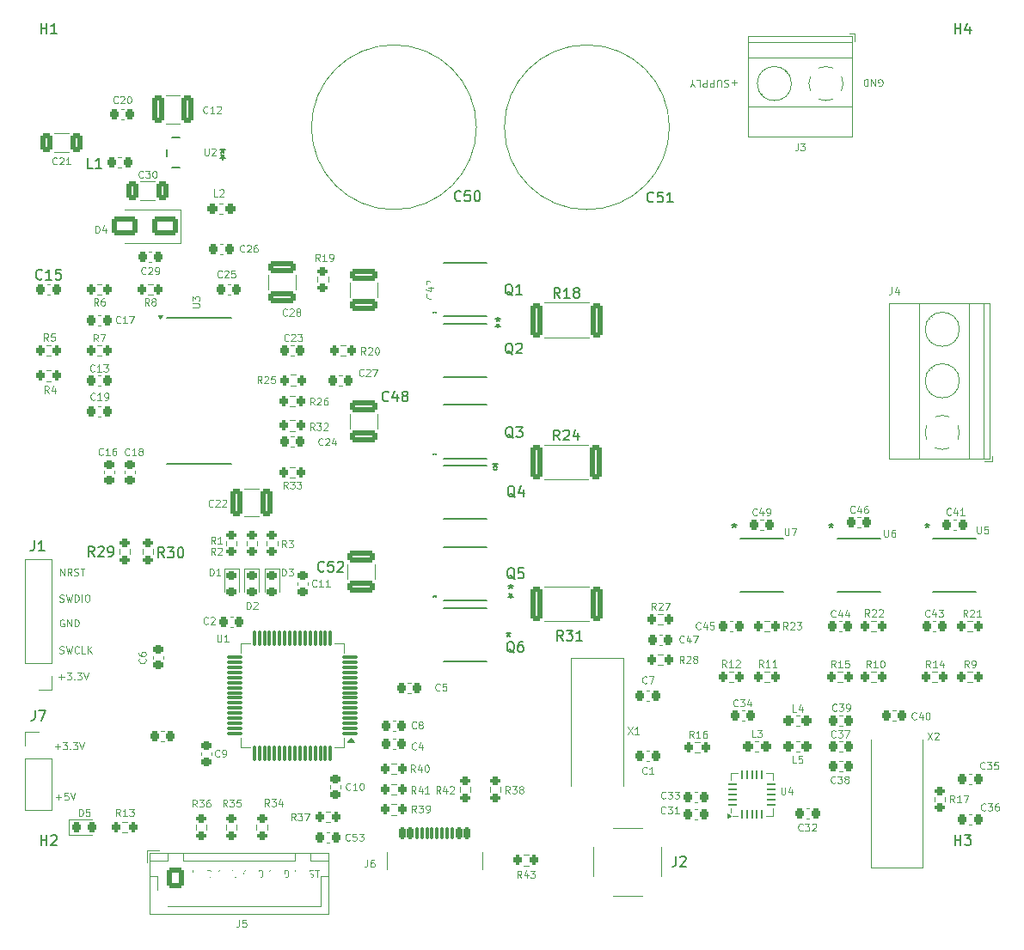
<source format=gbr>
%TF.GenerationSoftware,KiCad,Pcbnew,8.0.2*%
%TF.CreationDate,2024-10-17T17:48:59-03:00*%
%TF.ProjectId,ESCX,45534358-2e6b-4696-9361-645f70636258,rev?*%
%TF.SameCoordinates,Original*%
%TF.FileFunction,Legend,Top*%
%TF.FilePolarity,Positive*%
%FSLAX46Y46*%
G04 Gerber Fmt 4.6, Leading zero omitted, Abs format (unit mm)*
G04 Created by KiCad (PCBNEW 8.0.2) date 2024-10-17 17:48:59*
%MOMM*%
%LPD*%
G01*
G04 APERTURE LIST*
G04 Aperture macros list*
%AMRoundRect*
0 Rectangle with rounded corners*
0 $1 Rounding radius*
0 $2 $3 $4 $5 $6 $7 $8 $9 X,Y pos of 4 corners*
0 Add a 4 corners polygon primitive as box body*
4,1,4,$2,$3,$4,$5,$6,$7,$8,$9,$2,$3,0*
0 Add four circle primitives for the rounded corners*
1,1,$1+$1,$2,$3*
1,1,$1+$1,$4,$5*
1,1,$1+$1,$6,$7*
1,1,$1+$1,$8,$9*
0 Add four rect primitives between the rounded corners*
20,1,$1+$1,$2,$3,$4,$5,0*
20,1,$1+$1,$4,$5,$6,$7,0*
20,1,$1+$1,$6,$7,$8,$9,0*
20,1,$1+$1,$8,$9,$2,$3,0*%
G04 Aperture macros list end*
%ADD10C,0.100000*%
%ADD11C,0.150000*%
%ADD12C,0.120000*%
%ADD13C,0.152400*%
%ADD14RoundRect,0.237500X0.287500X0.237500X-0.287500X0.237500X-0.287500X-0.237500X0.287500X-0.237500X0*%
%ADD15R,2.600000X2.600000*%
%ADD16C,2.600000*%
%ADD17C,2.700000*%
%ADD18RoundRect,0.225000X-0.225000X-0.250000X0.225000X-0.250000X0.225000X0.250000X-0.225000X0.250000X0*%
%ADD19RoundRect,0.200000X0.200000X0.275000X-0.200000X0.275000X-0.200000X-0.275000X0.200000X-0.275000X0*%
%ADD20C,2.050000*%
%ADD21C,2.250000*%
%ADD22RoundRect,0.225000X0.225000X0.250000X-0.225000X0.250000X-0.225000X-0.250000X0.225000X-0.250000X0*%
%ADD23RoundRect,0.200000X-0.275000X0.200000X-0.275000X-0.200000X0.275000X-0.200000X0.275000X0.200000X0*%
%ADD24RoundRect,0.218750X-0.256250X0.218750X-0.256250X-0.218750X0.256250X-0.218750X0.256250X0.218750X0*%
%ADD25RoundRect,0.200000X0.275000X-0.200000X0.275000X0.200000X-0.275000X0.200000X-0.275000X-0.200000X0*%
%ADD26RoundRect,0.250000X-0.362500X-1.425000X0.362500X-1.425000X0.362500X1.425000X-0.362500X1.425000X0*%
%ADD27RoundRect,0.250000X-1.100000X0.325000X-1.100000X-0.325000X1.100000X-0.325000X1.100000X0.325000X0*%
%ADD28C,2.000000*%
%ADD29RoundRect,0.200000X-0.200000X-0.275000X0.200000X-0.275000X0.200000X0.275000X-0.200000X0.275000X0*%
%ADD30R,1.981200X0.558800*%
%ADD31R,1.550000X0.300000*%
%ADD32R,3.610000X6.350000*%
%ADD33RoundRect,0.225000X-0.250000X0.225000X-0.250000X-0.225000X0.250000X-0.225000X0.250000X0.225000X0*%
%ADD34R,1.270000X0.558800*%
%ADD35RoundRect,0.250000X0.325000X1.100000X-0.325000X1.100000X-0.325000X-1.100000X0.325000X-1.100000X0*%
%ADD36RoundRect,0.075000X0.700000X0.075000X-0.700000X0.075000X-0.700000X-0.075000X0.700000X-0.075000X0*%
%ADD37RoundRect,0.075000X0.075000X0.700000X-0.075000X0.700000X-0.075000X-0.700000X0.075000X-0.700000X0*%
%ADD38RoundRect,0.062500X0.062500X-0.350000X0.062500X0.350000X-0.062500X0.350000X-0.062500X-0.350000X0*%
%ADD39RoundRect,0.062500X0.350000X-0.062500X0.350000X0.062500X-0.350000X0.062500X-0.350000X-0.062500X0*%
%ADD40R,2.500000X2.500000*%
%ADD41RoundRect,0.250000X0.325000X0.650000X-0.325000X0.650000X-0.325000X-0.650000X0.325000X-0.650000X0*%
%ADD42C,1.200000*%
%ADD43RoundRect,0.250000X-0.600000X-0.725000X0.600000X-0.725000X0.600000X0.725000X-0.600000X0.725000X0*%
%ADD44O,1.700000X1.950000*%
%ADD45R,1.460500X0.558800*%
%ADD46R,1.700000X1.700000*%
%ADD47O,1.700000X1.700000*%
%ADD48C,0.650000*%
%ADD49RoundRect,0.150000X-0.150000X-0.425000X0.150000X-0.425000X0.150000X0.425000X-0.150000X0.425000X0*%
%ADD50RoundRect,0.075000X-0.075000X-0.500000X0.075000X-0.500000X0.075000X0.500000X-0.075000X0.500000X0*%
%ADD51O,1.000000X2.100000*%
%ADD52O,1.000000X1.800000*%
%ADD53RoundRect,0.237500X-0.287500X-0.237500X0.287500X-0.237500X0.287500X0.237500X-0.287500X0.237500X0*%
%ADD54R,2.000000X4.500000*%
%ADD55RoundRect,0.250000X1.000000X0.650000X-1.000000X0.650000X-1.000000X-0.650000X1.000000X-0.650000X0*%
%ADD56RoundRect,0.250000X1.100000X-0.325000X1.100000X0.325000X-1.100000X0.325000X-1.100000X-0.325000X0*%
%ADD57RoundRect,0.225000X0.250000X-0.225000X0.250000X0.225000X-0.250000X0.225000X-0.250000X-0.225000X0*%
%ADD58RoundRect,0.218750X-0.218750X-0.256250X0.218750X-0.256250X0.218750X0.256250X-0.218750X0.256250X0*%
%ADD59RoundRect,0.218750X0.218750X0.256250X-0.218750X0.256250X-0.218750X-0.256250X0.218750X-0.256250X0*%
G04 APERTURE END LIST*
D10*
X105086667Y-101735300D02*
X105186667Y-101768633D01*
X105186667Y-101768633D02*
X105353334Y-101768633D01*
X105353334Y-101768633D02*
X105420000Y-101735300D01*
X105420000Y-101735300D02*
X105453334Y-101701966D01*
X105453334Y-101701966D02*
X105486667Y-101635300D01*
X105486667Y-101635300D02*
X105486667Y-101568633D01*
X105486667Y-101568633D02*
X105453334Y-101501966D01*
X105453334Y-101501966D02*
X105420000Y-101468633D01*
X105420000Y-101468633D02*
X105353334Y-101435300D01*
X105353334Y-101435300D02*
X105220000Y-101401966D01*
X105220000Y-101401966D02*
X105153334Y-101368633D01*
X105153334Y-101368633D02*
X105120000Y-101335300D01*
X105120000Y-101335300D02*
X105086667Y-101268633D01*
X105086667Y-101268633D02*
X105086667Y-101201966D01*
X105086667Y-101201966D02*
X105120000Y-101135300D01*
X105120000Y-101135300D02*
X105153334Y-101101966D01*
X105153334Y-101101966D02*
X105220000Y-101068633D01*
X105220000Y-101068633D02*
X105386667Y-101068633D01*
X105386667Y-101068633D02*
X105486667Y-101101966D01*
X105720001Y-101068633D02*
X105886667Y-101768633D01*
X105886667Y-101768633D02*
X106020001Y-101268633D01*
X106020001Y-101268633D02*
X106153334Y-101768633D01*
X106153334Y-101768633D02*
X106320001Y-101068633D01*
X106586667Y-101768633D02*
X106586667Y-101068633D01*
X106586667Y-101068633D02*
X106753334Y-101068633D01*
X106753334Y-101068633D02*
X106853334Y-101101966D01*
X106853334Y-101101966D02*
X106920001Y-101168633D01*
X106920001Y-101168633D02*
X106953334Y-101235300D01*
X106953334Y-101235300D02*
X106986667Y-101368633D01*
X106986667Y-101368633D02*
X106986667Y-101468633D01*
X106986667Y-101468633D02*
X106953334Y-101601966D01*
X106953334Y-101601966D02*
X106920001Y-101668633D01*
X106920001Y-101668633D02*
X106853334Y-101735300D01*
X106853334Y-101735300D02*
X106753334Y-101768633D01*
X106753334Y-101768633D02*
X106586667Y-101768633D01*
X107286667Y-101768633D02*
X107286667Y-101068633D01*
X107753334Y-101068633D02*
X107886667Y-101068633D01*
X107886667Y-101068633D02*
X107953334Y-101101966D01*
X107953334Y-101101966D02*
X108020000Y-101168633D01*
X108020000Y-101168633D02*
X108053334Y-101301966D01*
X108053334Y-101301966D02*
X108053334Y-101535300D01*
X108053334Y-101535300D02*
X108020000Y-101668633D01*
X108020000Y-101668633D02*
X107953334Y-101735300D01*
X107953334Y-101735300D02*
X107886667Y-101768633D01*
X107886667Y-101768633D02*
X107753334Y-101768633D01*
X107753334Y-101768633D02*
X107686667Y-101735300D01*
X107686667Y-101735300D02*
X107620000Y-101668633D01*
X107620000Y-101668633D02*
X107586667Y-101535300D01*
X107586667Y-101535300D02*
X107586667Y-101301966D01*
X107586667Y-101301966D02*
X107620000Y-101168633D01*
X107620000Y-101168633D02*
X107686667Y-101101966D01*
X107686667Y-101101966D02*
X107753334Y-101068633D01*
X185723332Y-50928033D02*
X185789999Y-50961366D01*
X185789999Y-50961366D02*
X185889999Y-50961366D01*
X185889999Y-50961366D02*
X185989999Y-50928033D01*
X185989999Y-50928033D02*
X186056666Y-50861366D01*
X186056666Y-50861366D02*
X186089999Y-50794700D01*
X186089999Y-50794700D02*
X186123332Y-50661366D01*
X186123332Y-50661366D02*
X186123332Y-50561366D01*
X186123332Y-50561366D02*
X186089999Y-50428033D01*
X186089999Y-50428033D02*
X186056666Y-50361366D01*
X186056666Y-50361366D02*
X185989999Y-50294700D01*
X185989999Y-50294700D02*
X185889999Y-50261366D01*
X185889999Y-50261366D02*
X185823332Y-50261366D01*
X185823332Y-50261366D02*
X185723332Y-50294700D01*
X185723332Y-50294700D02*
X185689999Y-50328033D01*
X185689999Y-50328033D02*
X185689999Y-50561366D01*
X185689999Y-50561366D02*
X185823332Y-50561366D01*
X185389999Y-50261366D02*
X185389999Y-50961366D01*
X185389999Y-50961366D02*
X184989999Y-50261366D01*
X184989999Y-50261366D02*
X184989999Y-50961366D01*
X184656666Y-50261366D02*
X184656666Y-50961366D01*
X184656666Y-50961366D02*
X184489999Y-50961366D01*
X184489999Y-50961366D02*
X184389999Y-50928033D01*
X184389999Y-50928033D02*
X184323333Y-50861366D01*
X184323333Y-50861366D02*
X184289999Y-50794700D01*
X184289999Y-50794700D02*
X184256666Y-50661366D01*
X184256666Y-50661366D02*
X184256666Y-50561366D01*
X184256666Y-50561366D02*
X184289999Y-50428033D01*
X184289999Y-50428033D02*
X184323333Y-50361366D01*
X184323333Y-50361366D02*
X184389999Y-50294700D01*
X184389999Y-50294700D02*
X184489999Y-50261366D01*
X184489999Y-50261366D02*
X184656666Y-50261366D01*
X120699122Y-128875800D02*
X120799122Y-128909133D01*
X120799122Y-128909133D02*
X120965789Y-128909133D01*
X120965789Y-128909133D02*
X121032455Y-128875800D01*
X121032455Y-128875800D02*
X121065789Y-128842466D01*
X121065789Y-128842466D02*
X121099122Y-128775800D01*
X121099122Y-128775800D02*
X121099122Y-128709133D01*
X121099122Y-128709133D02*
X121065789Y-128642466D01*
X121065789Y-128642466D02*
X121032455Y-128609133D01*
X121032455Y-128609133D02*
X120965789Y-128575800D01*
X120965789Y-128575800D02*
X120832455Y-128542466D01*
X120832455Y-128542466D02*
X120765789Y-128509133D01*
X120765789Y-128509133D02*
X120732455Y-128475800D01*
X120732455Y-128475800D02*
X120699122Y-128409133D01*
X120699122Y-128409133D02*
X120699122Y-128342466D01*
X120699122Y-128342466D02*
X120732455Y-128275800D01*
X120732455Y-128275800D02*
X120765789Y-128242466D01*
X120765789Y-128242466D02*
X120832455Y-128209133D01*
X120832455Y-128209133D02*
X120999122Y-128209133D01*
X120999122Y-128209133D02*
X121099122Y-128242466D01*
X121799122Y-128842466D02*
X121765789Y-128875800D01*
X121765789Y-128875800D02*
X121665789Y-128909133D01*
X121665789Y-128909133D02*
X121599122Y-128909133D01*
X121599122Y-128909133D02*
X121499122Y-128875800D01*
X121499122Y-128875800D02*
X121432456Y-128809133D01*
X121432456Y-128809133D02*
X121399122Y-128742466D01*
X121399122Y-128742466D02*
X121365789Y-128609133D01*
X121365789Y-128609133D02*
X121365789Y-128509133D01*
X121365789Y-128509133D02*
X121399122Y-128375800D01*
X121399122Y-128375800D02*
X121432456Y-128309133D01*
X121432456Y-128309133D02*
X121499122Y-128242466D01*
X121499122Y-128242466D02*
X121599122Y-128209133D01*
X121599122Y-128209133D02*
X121665789Y-128209133D01*
X121665789Y-128209133D02*
X121765789Y-128242466D01*
X121765789Y-128242466D02*
X121799122Y-128275800D01*
X122432456Y-128909133D02*
X122099122Y-128909133D01*
X122099122Y-128909133D02*
X122099122Y-128209133D01*
X105130000Y-99198633D02*
X105130000Y-98498633D01*
X105130000Y-98498633D02*
X105530000Y-99198633D01*
X105530000Y-99198633D02*
X105530000Y-98498633D01*
X106263333Y-99198633D02*
X106030000Y-98865300D01*
X105863333Y-99198633D02*
X105863333Y-98498633D01*
X105863333Y-98498633D02*
X106130000Y-98498633D01*
X106130000Y-98498633D02*
X106196667Y-98531966D01*
X106196667Y-98531966D02*
X106230000Y-98565300D01*
X106230000Y-98565300D02*
X106263333Y-98631966D01*
X106263333Y-98631966D02*
X106263333Y-98731966D01*
X106263333Y-98731966D02*
X106230000Y-98798633D01*
X106230000Y-98798633D02*
X106196667Y-98831966D01*
X106196667Y-98831966D02*
X106130000Y-98865300D01*
X106130000Y-98865300D02*
X105863333Y-98865300D01*
X106530000Y-99165300D02*
X106630000Y-99198633D01*
X106630000Y-99198633D02*
X106796667Y-99198633D01*
X106796667Y-99198633D02*
X106863333Y-99165300D01*
X106863333Y-99165300D02*
X106896667Y-99131966D01*
X106896667Y-99131966D02*
X106930000Y-99065300D01*
X106930000Y-99065300D02*
X106930000Y-98998633D01*
X106930000Y-98998633D02*
X106896667Y-98931966D01*
X106896667Y-98931966D02*
X106863333Y-98898633D01*
X106863333Y-98898633D02*
X106796667Y-98865300D01*
X106796667Y-98865300D02*
X106663333Y-98831966D01*
X106663333Y-98831966D02*
X106596667Y-98798633D01*
X106596667Y-98798633D02*
X106563333Y-98765300D01*
X106563333Y-98765300D02*
X106530000Y-98698633D01*
X106530000Y-98698633D02*
X106530000Y-98631966D01*
X106530000Y-98631966D02*
X106563333Y-98565300D01*
X106563333Y-98565300D02*
X106596667Y-98531966D01*
X106596667Y-98531966D02*
X106663333Y-98498633D01*
X106663333Y-98498633D02*
X106830000Y-98498633D01*
X106830000Y-98498633D02*
X106930000Y-98531966D01*
X107130000Y-98498633D02*
X107530000Y-98498633D01*
X107330000Y-99198633D02*
X107330000Y-98498633D01*
X128232455Y-128909133D02*
X128232455Y-128209133D01*
X128232455Y-128209133D02*
X128632455Y-128909133D01*
X128632455Y-128909133D02*
X128632455Y-128209133D01*
X129365788Y-128909133D02*
X129132455Y-128575800D01*
X128965788Y-128909133D02*
X128965788Y-128209133D01*
X128965788Y-128209133D02*
X129232455Y-128209133D01*
X129232455Y-128209133D02*
X129299122Y-128242466D01*
X129299122Y-128242466D02*
X129332455Y-128275800D01*
X129332455Y-128275800D02*
X129365788Y-128342466D01*
X129365788Y-128342466D02*
X129365788Y-128442466D01*
X129365788Y-128442466D02*
X129332455Y-128509133D01*
X129332455Y-128509133D02*
X129299122Y-128542466D01*
X129299122Y-128542466D02*
X129232455Y-128575800D01*
X129232455Y-128575800D02*
X128965788Y-128575800D01*
X129632455Y-128875800D02*
X129732455Y-128909133D01*
X129732455Y-128909133D02*
X129899122Y-128909133D01*
X129899122Y-128909133D02*
X129965788Y-128875800D01*
X129965788Y-128875800D02*
X129999122Y-128842466D01*
X129999122Y-128842466D02*
X130032455Y-128775800D01*
X130032455Y-128775800D02*
X130032455Y-128709133D01*
X130032455Y-128709133D02*
X129999122Y-128642466D01*
X129999122Y-128642466D02*
X129965788Y-128609133D01*
X129965788Y-128609133D02*
X129899122Y-128575800D01*
X129899122Y-128575800D02*
X129765788Y-128542466D01*
X129765788Y-128542466D02*
X129699122Y-128509133D01*
X129699122Y-128509133D02*
X129665788Y-128475800D01*
X129665788Y-128475800D02*
X129632455Y-128409133D01*
X129632455Y-128409133D02*
X129632455Y-128342466D01*
X129632455Y-128342466D02*
X129665788Y-128275800D01*
X129665788Y-128275800D02*
X129699122Y-128242466D01*
X129699122Y-128242466D02*
X129765788Y-128209133D01*
X129765788Y-128209133D02*
X129932455Y-128209133D01*
X129932455Y-128209133D02*
X130032455Y-128242466D01*
X130232455Y-128209133D02*
X130632455Y-128209133D01*
X130432455Y-128909133D02*
X130432455Y-128209133D01*
X104989999Y-109191966D02*
X105523333Y-109191966D01*
X105256666Y-109458633D02*
X105256666Y-108925300D01*
X105790000Y-108758633D02*
X106223333Y-108758633D01*
X106223333Y-108758633D02*
X105990000Y-109025300D01*
X105990000Y-109025300D02*
X106090000Y-109025300D01*
X106090000Y-109025300D02*
X106156666Y-109058633D01*
X106156666Y-109058633D02*
X106190000Y-109091966D01*
X106190000Y-109091966D02*
X106223333Y-109158633D01*
X106223333Y-109158633D02*
X106223333Y-109325300D01*
X106223333Y-109325300D02*
X106190000Y-109391966D01*
X106190000Y-109391966D02*
X106156666Y-109425300D01*
X106156666Y-109425300D02*
X106090000Y-109458633D01*
X106090000Y-109458633D02*
X105890000Y-109458633D01*
X105890000Y-109458633D02*
X105823333Y-109425300D01*
X105823333Y-109425300D02*
X105790000Y-109391966D01*
X106523333Y-109391966D02*
X106556667Y-109425300D01*
X106556667Y-109425300D02*
X106523333Y-109458633D01*
X106523333Y-109458633D02*
X106490000Y-109425300D01*
X106490000Y-109425300D02*
X106523333Y-109391966D01*
X106523333Y-109391966D02*
X106523333Y-109458633D01*
X106790000Y-108758633D02*
X107223333Y-108758633D01*
X107223333Y-108758633D02*
X106990000Y-109025300D01*
X106990000Y-109025300D02*
X107090000Y-109025300D01*
X107090000Y-109025300D02*
X107156666Y-109058633D01*
X107156666Y-109058633D02*
X107190000Y-109091966D01*
X107190000Y-109091966D02*
X107223333Y-109158633D01*
X107223333Y-109158633D02*
X107223333Y-109325300D01*
X107223333Y-109325300D02*
X107190000Y-109391966D01*
X107190000Y-109391966D02*
X107156666Y-109425300D01*
X107156666Y-109425300D02*
X107090000Y-109458633D01*
X107090000Y-109458633D02*
X106890000Y-109458633D01*
X106890000Y-109458633D02*
X106823333Y-109425300D01*
X106823333Y-109425300D02*
X106790000Y-109391966D01*
X107423333Y-108758633D02*
X107656667Y-109458633D01*
X107656667Y-109458633D02*
X107890000Y-108758633D01*
X123599122Y-128242466D02*
X123532455Y-128209133D01*
X123532455Y-128209133D02*
X123432455Y-128209133D01*
X123432455Y-128209133D02*
X123332455Y-128242466D01*
X123332455Y-128242466D02*
X123265789Y-128309133D01*
X123265789Y-128309133D02*
X123232455Y-128375800D01*
X123232455Y-128375800D02*
X123199122Y-128509133D01*
X123199122Y-128509133D02*
X123199122Y-128609133D01*
X123199122Y-128609133D02*
X123232455Y-128742466D01*
X123232455Y-128742466D02*
X123265789Y-128809133D01*
X123265789Y-128809133D02*
X123332455Y-128875800D01*
X123332455Y-128875800D02*
X123432455Y-128909133D01*
X123432455Y-128909133D02*
X123499122Y-128909133D01*
X123499122Y-128909133D02*
X123599122Y-128875800D01*
X123599122Y-128875800D02*
X123632455Y-128842466D01*
X123632455Y-128842466D02*
X123632455Y-128609133D01*
X123632455Y-128609133D02*
X123499122Y-128609133D01*
X123932455Y-128909133D02*
X123932455Y-128209133D01*
X123932455Y-128209133D02*
X124332455Y-128909133D01*
X124332455Y-128909133D02*
X124332455Y-128209133D01*
X124665788Y-128909133D02*
X124665788Y-128209133D01*
X124665788Y-128209133D02*
X124832455Y-128209133D01*
X124832455Y-128209133D02*
X124932455Y-128242466D01*
X124932455Y-128242466D02*
X124999122Y-128309133D01*
X124999122Y-128309133D02*
X125032455Y-128375800D01*
X125032455Y-128375800D02*
X125065788Y-128509133D01*
X125065788Y-128509133D02*
X125065788Y-128609133D01*
X125065788Y-128609133D02*
X125032455Y-128742466D01*
X125032455Y-128742466D02*
X124999122Y-128809133D01*
X124999122Y-128809133D02*
X124932455Y-128875800D01*
X124932455Y-128875800D02*
X124832455Y-128909133D01*
X124832455Y-128909133D02*
X124665788Y-128909133D01*
X125699122Y-128875800D02*
X125799122Y-128909133D01*
X125799122Y-128909133D02*
X125965789Y-128909133D01*
X125965789Y-128909133D02*
X126032455Y-128875800D01*
X126032455Y-128875800D02*
X126065789Y-128842466D01*
X126065789Y-128842466D02*
X126099122Y-128775800D01*
X126099122Y-128775800D02*
X126099122Y-128709133D01*
X126099122Y-128709133D02*
X126065789Y-128642466D01*
X126065789Y-128642466D02*
X126032455Y-128609133D01*
X126032455Y-128609133D02*
X125965789Y-128575800D01*
X125965789Y-128575800D02*
X125832455Y-128542466D01*
X125832455Y-128542466D02*
X125765789Y-128509133D01*
X125765789Y-128509133D02*
X125732455Y-128475800D01*
X125732455Y-128475800D02*
X125699122Y-128409133D01*
X125699122Y-128409133D02*
X125699122Y-128342466D01*
X125699122Y-128342466D02*
X125732455Y-128275800D01*
X125732455Y-128275800D02*
X125765789Y-128242466D01*
X125765789Y-128242466D02*
X125832455Y-128209133D01*
X125832455Y-128209133D02*
X125999122Y-128209133D01*
X125999122Y-128209133D02*
X126099122Y-128242466D01*
X126332456Y-128209133D02*
X126499122Y-128909133D01*
X126499122Y-128909133D02*
X126632456Y-128409133D01*
X126632456Y-128409133D02*
X126765789Y-128909133D01*
X126765789Y-128909133D02*
X126932456Y-128209133D01*
X127199122Y-128909133D02*
X127199122Y-128209133D01*
X127199122Y-128209133D02*
X127365789Y-128209133D01*
X127365789Y-128209133D02*
X127465789Y-128242466D01*
X127465789Y-128242466D02*
X127532456Y-128309133D01*
X127532456Y-128309133D02*
X127565789Y-128375800D01*
X127565789Y-128375800D02*
X127599122Y-128509133D01*
X127599122Y-128509133D02*
X127599122Y-128609133D01*
X127599122Y-128609133D02*
X127565789Y-128742466D01*
X127565789Y-128742466D02*
X127532456Y-128809133D01*
X127532456Y-128809133D02*
X127465789Y-128875800D01*
X127465789Y-128875800D02*
X127365789Y-128909133D01*
X127365789Y-128909133D02*
X127199122Y-128909133D01*
X104599999Y-116051966D02*
X105133333Y-116051966D01*
X104866666Y-116318633D02*
X104866666Y-115785300D01*
X105400000Y-115618633D02*
X105833333Y-115618633D01*
X105833333Y-115618633D02*
X105600000Y-115885300D01*
X105600000Y-115885300D02*
X105700000Y-115885300D01*
X105700000Y-115885300D02*
X105766666Y-115918633D01*
X105766666Y-115918633D02*
X105800000Y-115951966D01*
X105800000Y-115951966D02*
X105833333Y-116018633D01*
X105833333Y-116018633D02*
X105833333Y-116185300D01*
X105833333Y-116185300D02*
X105800000Y-116251966D01*
X105800000Y-116251966D02*
X105766666Y-116285300D01*
X105766666Y-116285300D02*
X105700000Y-116318633D01*
X105700000Y-116318633D02*
X105500000Y-116318633D01*
X105500000Y-116318633D02*
X105433333Y-116285300D01*
X105433333Y-116285300D02*
X105400000Y-116251966D01*
X106133333Y-116251966D02*
X106166667Y-116285300D01*
X106166667Y-116285300D02*
X106133333Y-116318633D01*
X106133333Y-116318633D02*
X106100000Y-116285300D01*
X106100000Y-116285300D02*
X106133333Y-116251966D01*
X106133333Y-116251966D02*
X106133333Y-116318633D01*
X106400000Y-115618633D02*
X106833333Y-115618633D01*
X106833333Y-115618633D02*
X106600000Y-115885300D01*
X106600000Y-115885300D02*
X106700000Y-115885300D01*
X106700000Y-115885300D02*
X106766666Y-115918633D01*
X106766666Y-115918633D02*
X106800000Y-115951966D01*
X106800000Y-115951966D02*
X106833333Y-116018633D01*
X106833333Y-116018633D02*
X106833333Y-116185300D01*
X106833333Y-116185300D02*
X106800000Y-116251966D01*
X106800000Y-116251966D02*
X106766666Y-116285300D01*
X106766666Y-116285300D02*
X106700000Y-116318633D01*
X106700000Y-116318633D02*
X106500000Y-116318633D01*
X106500000Y-116318633D02*
X106433333Y-116285300D01*
X106433333Y-116285300D02*
X106400000Y-116251966D01*
X107033333Y-115618633D02*
X107266667Y-116318633D01*
X107266667Y-116318633D02*
X107500000Y-115618633D01*
X171770000Y-50588033D02*
X171236667Y-50588033D01*
X171503333Y-50321366D02*
X171503333Y-50854700D01*
X170936666Y-50354700D02*
X170836666Y-50321366D01*
X170836666Y-50321366D02*
X170670000Y-50321366D01*
X170670000Y-50321366D02*
X170603333Y-50354700D01*
X170603333Y-50354700D02*
X170570000Y-50388033D01*
X170570000Y-50388033D02*
X170536666Y-50454700D01*
X170536666Y-50454700D02*
X170536666Y-50521366D01*
X170536666Y-50521366D02*
X170570000Y-50588033D01*
X170570000Y-50588033D02*
X170603333Y-50621366D01*
X170603333Y-50621366D02*
X170670000Y-50654700D01*
X170670000Y-50654700D02*
X170803333Y-50688033D01*
X170803333Y-50688033D02*
X170870000Y-50721366D01*
X170870000Y-50721366D02*
X170903333Y-50754700D01*
X170903333Y-50754700D02*
X170936666Y-50821366D01*
X170936666Y-50821366D02*
X170936666Y-50888033D01*
X170936666Y-50888033D02*
X170903333Y-50954700D01*
X170903333Y-50954700D02*
X170870000Y-50988033D01*
X170870000Y-50988033D02*
X170803333Y-51021366D01*
X170803333Y-51021366D02*
X170636666Y-51021366D01*
X170636666Y-51021366D02*
X170536666Y-50988033D01*
X170236666Y-51021366D02*
X170236666Y-50454700D01*
X170236666Y-50454700D02*
X170203333Y-50388033D01*
X170203333Y-50388033D02*
X170169999Y-50354700D01*
X170169999Y-50354700D02*
X170103333Y-50321366D01*
X170103333Y-50321366D02*
X169969999Y-50321366D01*
X169969999Y-50321366D02*
X169903333Y-50354700D01*
X169903333Y-50354700D02*
X169869999Y-50388033D01*
X169869999Y-50388033D02*
X169836666Y-50454700D01*
X169836666Y-50454700D02*
X169836666Y-51021366D01*
X169503333Y-50321366D02*
X169503333Y-51021366D01*
X169503333Y-51021366D02*
X169236666Y-51021366D01*
X169236666Y-51021366D02*
X169170000Y-50988033D01*
X169170000Y-50988033D02*
X169136666Y-50954700D01*
X169136666Y-50954700D02*
X169103333Y-50888033D01*
X169103333Y-50888033D02*
X169103333Y-50788033D01*
X169103333Y-50788033D02*
X169136666Y-50721366D01*
X169136666Y-50721366D02*
X169170000Y-50688033D01*
X169170000Y-50688033D02*
X169236666Y-50654700D01*
X169236666Y-50654700D02*
X169503333Y-50654700D01*
X168803333Y-50321366D02*
X168803333Y-51021366D01*
X168803333Y-51021366D02*
X168536666Y-51021366D01*
X168536666Y-51021366D02*
X168470000Y-50988033D01*
X168470000Y-50988033D02*
X168436666Y-50954700D01*
X168436666Y-50954700D02*
X168403333Y-50888033D01*
X168403333Y-50888033D02*
X168403333Y-50788033D01*
X168403333Y-50788033D02*
X168436666Y-50721366D01*
X168436666Y-50721366D02*
X168470000Y-50688033D01*
X168470000Y-50688033D02*
X168536666Y-50654700D01*
X168536666Y-50654700D02*
X168803333Y-50654700D01*
X167770000Y-50321366D02*
X168103333Y-50321366D01*
X168103333Y-50321366D02*
X168103333Y-51021366D01*
X167403333Y-50654700D02*
X167403333Y-50321366D01*
X167636666Y-51021366D02*
X167403333Y-50654700D01*
X167403333Y-50654700D02*
X167169999Y-51021366D01*
X105076666Y-106825300D02*
X105176666Y-106858633D01*
X105176666Y-106858633D02*
X105343333Y-106858633D01*
X105343333Y-106858633D02*
X105409999Y-106825300D01*
X105409999Y-106825300D02*
X105443333Y-106791966D01*
X105443333Y-106791966D02*
X105476666Y-106725300D01*
X105476666Y-106725300D02*
X105476666Y-106658633D01*
X105476666Y-106658633D02*
X105443333Y-106591966D01*
X105443333Y-106591966D02*
X105409999Y-106558633D01*
X105409999Y-106558633D02*
X105343333Y-106525300D01*
X105343333Y-106525300D02*
X105209999Y-106491966D01*
X105209999Y-106491966D02*
X105143333Y-106458633D01*
X105143333Y-106458633D02*
X105109999Y-106425300D01*
X105109999Y-106425300D02*
X105076666Y-106358633D01*
X105076666Y-106358633D02*
X105076666Y-106291966D01*
X105076666Y-106291966D02*
X105109999Y-106225300D01*
X105109999Y-106225300D02*
X105143333Y-106191966D01*
X105143333Y-106191966D02*
X105209999Y-106158633D01*
X105209999Y-106158633D02*
X105376666Y-106158633D01*
X105376666Y-106158633D02*
X105476666Y-106191966D01*
X105710000Y-106158633D02*
X105876666Y-106858633D01*
X105876666Y-106858633D02*
X106010000Y-106358633D01*
X106010000Y-106358633D02*
X106143333Y-106858633D01*
X106143333Y-106858633D02*
X106310000Y-106158633D01*
X106976666Y-106791966D02*
X106943333Y-106825300D01*
X106943333Y-106825300D02*
X106843333Y-106858633D01*
X106843333Y-106858633D02*
X106776666Y-106858633D01*
X106776666Y-106858633D02*
X106676666Y-106825300D01*
X106676666Y-106825300D02*
X106610000Y-106758633D01*
X106610000Y-106758633D02*
X106576666Y-106691966D01*
X106576666Y-106691966D02*
X106543333Y-106558633D01*
X106543333Y-106558633D02*
X106543333Y-106458633D01*
X106543333Y-106458633D02*
X106576666Y-106325300D01*
X106576666Y-106325300D02*
X106610000Y-106258633D01*
X106610000Y-106258633D02*
X106676666Y-106191966D01*
X106676666Y-106191966D02*
X106776666Y-106158633D01*
X106776666Y-106158633D02*
X106843333Y-106158633D01*
X106843333Y-106158633D02*
X106943333Y-106191966D01*
X106943333Y-106191966D02*
X106976666Y-106225300D01*
X107610000Y-106858633D02*
X107276666Y-106858633D01*
X107276666Y-106858633D02*
X107276666Y-106158633D01*
X107843333Y-106858633D02*
X107843333Y-106158633D01*
X108243333Y-106858633D02*
X107943333Y-106458633D01*
X108243333Y-106158633D02*
X107843333Y-106558633D01*
X118132455Y-128209133D02*
X118365789Y-128909133D01*
X118365789Y-128909133D02*
X118599122Y-128209133D01*
X119232455Y-128842466D02*
X119199122Y-128875800D01*
X119199122Y-128875800D02*
X119099122Y-128909133D01*
X119099122Y-128909133D02*
X119032455Y-128909133D01*
X119032455Y-128909133D02*
X118932455Y-128875800D01*
X118932455Y-128875800D02*
X118865789Y-128809133D01*
X118865789Y-128809133D02*
X118832455Y-128742466D01*
X118832455Y-128742466D02*
X118799122Y-128609133D01*
X118799122Y-128609133D02*
X118799122Y-128509133D01*
X118799122Y-128509133D02*
X118832455Y-128375800D01*
X118832455Y-128375800D02*
X118865789Y-128309133D01*
X118865789Y-128309133D02*
X118932455Y-128242466D01*
X118932455Y-128242466D02*
X119032455Y-128209133D01*
X119032455Y-128209133D02*
X119099122Y-128209133D01*
X119099122Y-128209133D02*
X119199122Y-128242466D01*
X119199122Y-128242466D02*
X119232455Y-128275800D01*
X119932455Y-128842466D02*
X119899122Y-128875800D01*
X119899122Y-128875800D02*
X119799122Y-128909133D01*
X119799122Y-128909133D02*
X119732455Y-128909133D01*
X119732455Y-128909133D02*
X119632455Y-128875800D01*
X119632455Y-128875800D02*
X119565789Y-128809133D01*
X119565789Y-128809133D02*
X119532455Y-128742466D01*
X119532455Y-128742466D02*
X119499122Y-128609133D01*
X119499122Y-128609133D02*
X119499122Y-128509133D01*
X119499122Y-128509133D02*
X119532455Y-128375800D01*
X119532455Y-128375800D02*
X119565789Y-128309133D01*
X119565789Y-128309133D02*
X119632455Y-128242466D01*
X119632455Y-128242466D02*
X119732455Y-128209133D01*
X119732455Y-128209133D02*
X119799122Y-128209133D01*
X119799122Y-128209133D02*
X119899122Y-128242466D01*
X119899122Y-128242466D02*
X119932455Y-128275800D01*
X105496667Y-103551966D02*
X105430000Y-103518633D01*
X105430000Y-103518633D02*
X105330000Y-103518633D01*
X105330000Y-103518633D02*
X105230000Y-103551966D01*
X105230000Y-103551966D02*
X105163334Y-103618633D01*
X105163334Y-103618633D02*
X105130000Y-103685300D01*
X105130000Y-103685300D02*
X105096667Y-103818633D01*
X105096667Y-103818633D02*
X105096667Y-103918633D01*
X105096667Y-103918633D02*
X105130000Y-104051966D01*
X105130000Y-104051966D02*
X105163334Y-104118633D01*
X105163334Y-104118633D02*
X105230000Y-104185300D01*
X105230000Y-104185300D02*
X105330000Y-104218633D01*
X105330000Y-104218633D02*
X105396667Y-104218633D01*
X105396667Y-104218633D02*
X105496667Y-104185300D01*
X105496667Y-104185300D02*
X105530000Y-104151966D01*
X105530000Y-104151966D02*
X105530000Y-103918633D01*
X105530000Y-103918633D02*
X105396667Y-103918633D01*
X105830000Y-104218633D02*
X105830000Y-103518633D01*
X105830000Y-103518633D02*
X106230000Y-104218633D01*
X106230000Y-104218633D02*
X106230000Y-103518633D01*
X106563333Y-104218633D02*
X106563333Y-103518633D01*
X106563333Y-103518633D02*
X106730000Y-103518633D01*
X106730000Y-103518633D02*
X106830000Y-103551966D01*
X106830000Y-103551966D02*
X106896667Y-103618633D01*
X106896667Y-103618633D02*
X106930000Y-103685300D01*
X106930000Y-103685300D02*
X106963333Y-103818633D01*
X106963333Y-103818633D02*
X106963333Y-103918633D01*
X106963333Y-103918633D02*
X106930000Y-104051966D01*
X106930000Y-104051966D02*
X106896667Y-104118633D01*
X106896667Y-104118633D02*
X106830000Y-104185300D01*
X106830000Y-104185300D02*
X106730000Y-104218633D01*
X106730000Y-104218633D02*
X106563333Y-104218633D01*
X104709999Y-121051966D02*
X105243333Y-121051966D01*
X104976666Y-121318633D02*
X104976666Y-120785300D01*
X105910000Y-120618633D02*
X105576666Y-120618633D01*
X105576666Y-120618633D02*
X105543333Y-120951966D01*
X105543333Y-120951966D02*
X105576666Y-120918633D01*
X105576666Y-120918633D02*
X105643333Y-120885300D01*
X105643333Y-120885300D02*
X105810000Y-120885300D01*
X105810000Y-120885300D02*
X105876666Y-120918633D01*
X105876666Y-120918633D02*
X105910000Y-120951966D01*
X105910000Y-120951966D02*
X105943333Y-121018633D01*
X105943333Y-121018633D02*
X105943333Y-121185300D01*
X105943333Y-121185300D02*
X105910000Y-121251966D01*
X105910000Y-121251966D02*
X105876666Y-121285300D01*
X105876666Y-121285300D02*
X105810000Y-121318633D01*
X105810000Y-121318633D02*
X105643333Y-121318633D01*
X105643333Y-121318633D02*
X105576666Y-121285300D01*
X105576666Y-121285300D02*
X105543333Y-121251966D01*
X106143333Y-120618633D02*
X106376667Y-121318633D01*
X106376667Y-121318633D02*
X106610000Y-120618633D01*
X120633333Y-61818633D02*
X120299999Y-61818633D01*
X120299999Y-61818633D02*
X120299999Y-61118633D01*
X120833333Y-61185300D02*
X120866666Y-61151966D01*
X120866666Y-61151966D02*
X120933333Y-61118633D01*
X120933333Y-61118633D02*
X121100000Y-61118633D01*
X121100000Y-61118633D02*
X121166666Y-61151966D01*
X121166666Y-61151966D02*
X121200000Y-61185300D01*
X121200000Y-61185300D02*
X121233333Y-61251966D01*
X121233333Y-61251966D02*
X121233333Y-61318633D01*
X121233333Y-61318633D02*
X121200000Y-61418633D01*
X121200000Y-61418633D02*
X120800000Y-61818633D01*
X120800000Y-61818633D02*
X121233333Y-61818633D01*
X187026666Y-70758633D02*
X187026666Y-71258633D01*
X187026666Y-71258633D02*
X186993333Y-71358633D01*
X186993333Y-71358633D02*
X186926666Y-71425300D01*
X186926666Y-71425300D02*
X186826666Y-71458633D01*
X186826666Y-71458633D02*
X186760000Y-71458633D01*
X187659999Y-70991966D02*
X187659999Y-71458633D01*
X187493333Y-70725300D02*
X187326666Y-71225300D01*
X187326666Y-71225300D02*
X187759999Y-71225300D01*
D11*
X103238095Y-45754819D02*
X103238095Y-44754819D01*
X103238095Y-45231009D02*
X103809523Y-45231009D01*
X103809523Y-45754819D02*
X103809523Y-44754819D01*
X104809523Y-45754819D02*
X104238095Y-45754819D01*
X104523809Y-45754819D02*
X104523809Y-44754819D01*
X104523809Y-44754819D02*
X104428571Y-44897676D01*
X104428571Y-44897676D02*
X104333333Y-44992914D01*
X104333333Y-44992914D02*
X104238095Y-45040533D01*
D10*
X140203333Y-116281966D02*
X140170000Y-116315300D01*
X140170000Y-116315300D02*
X140070000Y-116348633D01*
X140070000Y-116348633D02*
X140003333Y-116348633D01*
X140003333Y-116348633D02*
X139903333Y-116315300D01*
X139903333Y-116315300D02*
X139836667Y-116248633D01*
X139836667Y-116248633D02*
X139803333Y-116181966D01*
X139803333Y-116181966D02*
X139770000Y-116048633D01*
X139770000Y-116048633D02*
X139770000Y-115948633D01*
X139770000Y-115948633D02*
X139803333Y-115815300D01*
X139803333Y-115815300D02*
X139836667Y-115748633D01*
X139836667Y-115748633D02*
X139903333Y-115681966D01*
X139903333Y-115681966D02*
X140003333Y-115648633D01*
X140003333Y-115648633D02*
X140070000Y-115648633D01*
X140070000Y-115648633D02*
X140170000Y-115681966D01*
X140170000Y-115681966D02*
X140203333Y-115715300D01*
X140803333Y-115881966D02*
X140803333Y-116348633D01*
X140636667Y-115615300D02*
X140470000Y-116115300D01*
X140470000Y-116115300D02*
X140903333Y-116115300D01*
X174359999Y-108218633D02*
X174126666Y-107885300D01*
X173959999Y-108218633D02*
X173959999Y-107518633D01*
X173959999Y-107518633D02*
X174226666Y-107518633D01*
X174226666Y-107518633D02*
X174293333Y-107551966D01*
X174293333Y-107551966D02*
X174326666Y-107585300D01*
X174326666Y-107585300D02*
X174359999Y-107651966D01*
X174359999Y-107651966D02*
X174359999Y-107751966D01*
X174359999Y-107751966D02*
X174326666Y-107818633D01*
X174326666Y-107818633D02*
X174293333Y-107851966D01*
X174293333Y-107851966D02*
X174226666Y-107885300D01*
X174226666Y-107885300D02*
X173959999Y-107885300D01*
X175026666Y-108218633D02*
X174626666Y-108218633D01*
X174826666Y-108218633D02*
X174826666Y-107518633D01*
X174826666Y-107518633D02*
X174759999Y-107618633D01*
X174759999Y-107618633D02*
X174693333Y-107685300D01*
X174693333Y-107685300D02*
X174626666Y-107718633D01*
X175693333Y-108218633D02*
X175293333Y-108218633D01*
X175493333Y-108218633D02*
X175493333Y-107518633D01*
X175493333Y-107518633D02*
X175426666Y-107618633D01*
X175426666Y-107618633D02*
X175360000Y-107685300D01*
X175360000Y-107685300D02*
X175293333Y-107718633D01*
X181489999Y-115081966D02*
X181456666Y-115115300D01*
X181456666Y-115115300D02*
X181356666Y-115148633D01*
X181356666Y-115148633D02*
X181289999Y-115148633D01*
X181289999Y-115148633D02*
X181189999Y-115115300D01*
X181189999Y-115115300D02*
X181123333Y-115048633D01*
X181123333Y-115048633D02*
X181089999Y-114981966D01*
X181089999Y-114981966D02*
X181056666Y-114848633D01*
X181056666Y-114848633D02*
X181056666Y-114748633D01*
X181056666Y-114748633D02*
X181089999Y-114615300D01*
X181089999Y-114615300D02*
X181123333Y-114548633D01*
X181123333Y-114548633D02*
X181189999Y-114481966D01*
X181189999Y-114481966D02*
X181289999Y-114448633D01*
X181289999Y-114448633D02*
X181356666Y-114448633D01*
X181356666Y-114448633D02*
X181456666Y-114481966D01*
X181456666Y-114481966D02*
X181489999Y-114515300D01*
X181723333Y-114448633D02*
X182156666Y-114448633D01*
X182156666Y-114448633D02*
X181923333Y-114715300D01*
X181923333Y-114715300D02*
X182023333Y-114715300D01*
X182023333Y-114715300D02*
X182089999Y-114748633D01*
X182089999Y-114748633D02*
X182123333Y-114781966D01*
X182123333Y-114781966D02*
X182156666Y-114848633D01*
X182156666Y-114848633D02*
X182156666Y-115015300D01*
X182156666Y-115015300D02*
X182123333Y-115081966D01*
X182123333Y-115081966D02*
X182089999Y-115115300D01*
X182089999Y-115115300D02*
X182023333Y-115148633D01*
X182023333Y-115148633D02*
X181823333Y-115148633D01*
X181823333Y-115148633D02*
X181756666Y-115115300D01*
X181756666Y-115115300D02*
X181723333Y-115081966D01*
X182390000Y-114448633D02*
X182856666Y-114448633D01*
X182856666Y-114448633D02*
X182556666Y-115148633D01*
X119683333Y-103911966D02*
X119650000Y-103945300D01*
X119650000Y-103945300D02*
X119550000Y-103978633D01*
X119550000Y-103978633D02*
X119483333Y-103978633D01*
X119483333Y-103978633D02*
X119383333Y-103945300D01*
X119383333Y-103945300D02*
X119316667Y-103878633D01*
X119316667Y-103878633D02*
X119283333Y-103811966D01*
X119283333Y-103811966D02*
X119250000Y-103678633D01*
X119250000Y-103678633D02*
X119250000Y-103578633D01*
X119250000Y-103578633D02*
X119283333Y-103445300D01*
X119283333Y-103445300D02*
X119316667Y-103378633D01*
X119316667Y-103378633D02*
X119383333Y-103311966D01*
X119383333Y-103311966D02*
X119483333Y-103278633D01*
X119483333Y-103278633D02*
X119550000Y-103278633D01*
X119550000Y-103278633D02*
X119650000Y-103311966D01*
X119650000Y-103311966D02*
X119683333Y-103345300D01*
X119950000Y-103345300D02*
X119983333Y-103311966D01*
X119983333Y-103311966D02*
X120050000Y-103278633D01*
X120050000Y-103278633D02*
X120216667Y-103278633D01*
X120216667Y-103278633D02*
X120283333Y-103311966D01*
X120283333Y-103311966D02*
X120316667Y-103345300D01*
X120316667Y-103345300D02*
X120350000Y-103411966D01*
X120350000Y-103411966D02*
X120350000Y-103478633D01*
X120350000Y-103478633D02*
X120316667Y-103578633D01*
X120316667Y-103578633D02*
X119916667Y-103978633D01*
X119916667Y-103978633D02*
X120350000Y-103978633D01*
D11*
X165776666Y-126854819D02*
X165776666Y-127569104D01*
X165776666Y-127569104D02*
X165729047Y-127711961D01*
X165729047Y-127711961D02*
X165633809Y-127807200D01*
X165633809Y-127807200D02*
X165490952Y-127854819D01*
X165490952Y-127854819D02*
X165395714Y-127854819D01*
X166205238Y-126950057D02*
X166252857Y-126902438D01*
X166252857Y-126902438D02*
X166348095Y-126854819D01*
X166348095Y-126854819D02*
X166586190Y-126854819D01*
X166586190Y-126854819D02*
X166681428Y-126902438D01*
X166681428Y-126902438D02*
X166729047Y-126950057D01*
X166729047Y-126950057D02*
X166776666Y-127045295D01*
X166776666Y-127045295D02*
X166776666Y-127140533D01*
X166776666Y-127140533D02*
X166729047Y-127283390D01*
X166729047Y-127283390D02*
X166157619Y-127854819D01*
X166157619Y-127854819D02*
X166776666Y-127854819D01*
D10*
X133659999Y-125261966D02*
X133626666Y-125295300D01*
X133626666Y-125295300D02*
X133526666Y-125328633D01*
X133526666Y-125328633D02*
X133459999Y-125328633D01*
X133459999Y-125328633D02*
X133359999Y-125295300D01*
X133359999Y-125295300D02*
X133293333Y-125228633D01*
X133293333Y-125228633D02*
X133259999Y-125161966D01*
X133259999Y-125161966D02*
X133226666Y-125028633D01*
X133226666Y-125028633D02*
X133226666Y-124928633D01*
X133226666Y-124928633D02*
X133259999Y-124795300D01*
X133259999Y-124795300D02*
X133293333Y-124728633D01*
X133293333Y-124728633D02*
X133359999Y-124661966D01*
X133359999Y-124661966D02*
X133459999Y-124628633D01*
X133459999Y-124628633D02*
X133526666Y-124628633D01*
X133526666Y-124628633D02*
X133626666Y-124661966D01*
X133626666Y-124661966D02*
X133659999Y-124695300D01*
X134293333Y-124628633D02*
X133959999Y-124628633D01*
X133959999Y-124628633D02*
X133926666Y-124961966D01*
X133926666Y-124961966D02*
X133959999Y-124928633D01*
X133959999Y-124928633D02*
X134026666Y-124895300D01*
X134026666Y-124895300D02*
X134193333Y-124895300D01*
X134193333Y-124895300D02*
X134259999Y-124928633D01*
X134259999Y-124928633D02*
X134293333Y-124961966D01*
X134293333Y-124961966D02*
X134326666Y-125028633D01*
X134326666Y-125028633D02*
X134326666Y-125195300D01*
X134326666Y-125195300D02*
X134293333Y-125261966D01*
X134293333Y-125261966D02*
X134259999Y-125295300D01*
X134259999Y-125295300D02*
X134193333Y-125328633D01*
X134193333Y-125328633D02*
X134026666Y-125328633D01*
X134026666Y-125328633D02*
X133959999Y-125295300D01*
X133959999Y-125295300D02*
X133926666Y-125261966D01*
X134560000Y-124628633D02*
X134993333Y-124628633D01*
X134993333Y-124628633D02*
X134760000Y-124895300D01*
X134760000Y-124895300D02*
X134860000Y-124895300D01*
X134860000Y-124895300D02*
X134926666Y-124928633D01*
X134926666Y-124928633D02*
X134960000Y-124961966D01*
X134960000Y-124961966D02*
X134993333Y-125028633D01*
X134993333Y-125028633D02*
X134993333Y-125195300D01*
X134993333Y-125195300D02*
X134960000Y-125261966D01*
X134960000Y-125261966D02*
X134926666Y-125295300D01*
X134926666Y-125295300D02*
X134860000Y-125328633D01*
X134860000Y-125328633D02*
X134660000Y-125328633D01*
X134660000Y-125328633D02*
X134593333Y-125295300D01*
X134593333Y-125295300D02*
X134560000Y-125261966D01*
X127383333Y-96418633D02*
X127150000Y-96085300D01*
X126983333Y-96418633D02*
X126983333Y-95718633D01*
X126983333Y-95718633D02*
X127250000Y-95718633D01*
X127250000Y-95718633D02*
X127316667Y-95751966D01*
X127316667Y-95751966D02*
X127350000Y-95785300D01*
X127350000Y-95785300D02*
X127383333Y-95851966D01*
X127383333Y-95851966D02*
X127383333Y-95951966D01*
X127383333Y-95951966D02*
X127350000Y-96018633D01*
X127350000Y-96018633D02*
X127316667Y-96051966D01*
X127316667Y-96051966D02*
X127250000Y-96085300D01*
X127250000Y-96085300D02*
X126983333Y-96085300D01*
X127616667Y-95718633D02*
X128050000Y-95718633D01*
X128050000Y-95718633D02*
X127816667Y-95985300D01*
X127816667Y-95985300D02*
X127916667Y-95985300D01*
X127916667Y-95985300D02*
X127983333Y-96018633D01*
X127983333Y-96018633D02*
X128016667Y-96051966D01*
X128016667Y-96051966D02*
X128050000Y-96118633D01*
X128050000Y-96118633D02*
X128050000Y-96285300D01*
X128050000Y-96285300D02*
X128016667Y-96351966D01*
X128016667Y-96351966D02*
X127983333Y-96385300D01*
X127983333Y-96385300D02*
X127916667Y-96418633D01*
X127916667Y-96418633D02*
X127716667Y-96418633D01*
X127716667Y-96418633D02*
X127650000Y-96385300D01*
X127650000Y-96385300D02*
X127616667Y-96351966D01*
X177771666Y-56573633D02*
X177771666Y-57073633D01*
X177771666Y-57073633D02*
X177738333Y-57173633D01*
X177738333Y-57173633D02*
X177671666Y-57240300D01*
X177671666Y-57240300D02*
X177571666Y-57273633D01*
X177571666Y-57273633D02*
X177505000Y-57273633D01*
X178038333Y-56573633D02*
X178471666Y-56573633D01*
X178471666Y-56573633D02*
X178238333Y-56840300D01*
X178238333Y-56840300D02*
X178338333Y-56840300D01*
X178338333Y-56840300D02*
X178404999Y-56873633D01*
X178404999Y-56873633D02*
X178438333Y-56906966D01*
X178438333Y-56906966D02*
X178471666Y-56973633D01*
X178471666Y-56973633D02*
X178471666Y-57140300D01*
X178471666Y-57140300D02*
X178438333Y-57206966D01*
X178438333Y-57206966D02*
X178404999Y-57240300D01*
X178404999Y-57240300D02*
X178338333Y-57273633D01*
X178338333Y-57273633D02*
X178138333Y-57273633D01*
X178138333Y-57273633D02*
X178071666Y-57240300D01*
X178071666Y-57240300D02*
X178038333Y-57206966D01*
X119853333Y-99188633D02*
X119853333Y-98488633D01*
X119853333Y-98488633D02*
X120020000Y-98488633D01*
X120020000Y-98488633D02*
X120120000Y-98521966D01*
X120120000Y-98521966D02*
X120186667Y-98588633D01*
X120186667Y-98588633D02*
X120220000Y-98655300D01*
X120220000Y-98655300D02*
X120253333Y-98788633D01*
X120253333Y-98788633D02*
X120253333Y-98888633D01*
X120253333Y-98888633D02*
X120220000Y-99021966D01*
X120220000Y-99021966D02*
X120186667Y-99088633D01*
X120186667Y-99088633D02*
X120120000Y-99155300D01*
X120120000Y-99155300D02*
X120020000Y-99188633D01*
X120020000Y-99188633D02*
X119853333Y-99188633D01*
X120920000Y-99188633D02*
X120520000Y-99188633D01*
X120720000Y-99188633D02*
X120720000Y-98488633D01*
X120720000Y-98488633D02*
X120653333Y-98588633D01*
X120653333Y-98588633D02*
X120586667Y-98655300D01*
X120586667Y-98655300D02*
X120520000Y-98688633D01*
X108863333Y-76108633D02*
X108630000Y-75775300D01*
X108463333Y-76108633D02*
X108463333Y-75408633D01*
X108463333Y-75408633D02*
X108730000Y-75408633D01*
X108730000Y-75408633D02*
X108796667Y-75441966D01*
X108796667Y-75441966D02*
X108830000Y-75475300D01*
X108830000Y-75475300D02*
X108863333Y-75541966D01*
X108863333Y-75541966D02*
X108863333Y-75641966D01*
X108863333Y-75641966D02*
X108830000Y-75708633D01*
X108830000Y-75708633D02*
X108796667Y-75741966D01*
X108796667Y-75741966D02*
X108730000Y-75775300D01*
X108730000Y-75775300D02*
X108463333Y-75775300D01*
X109096667Y-75408633D02*
X109563333Y-75408633D01*
X109563333Y-75408633D02*
X109263333Y-76108633D01*
X113883333Y-72568633D02*
X113650000Y-72235300D01*
X113483333Y-72568633D02*
X113483333Y-71868633D01*
X113483333Y-71868633D02*
X113750000Y-71868633D01*
X113750000Y-71868633D02*
X113816667Y-71901966D01*
X113816667Y-71901966D02*
X113850000Y-71935300D01*
X113850000Y-71935300D02*
X113883333Y-72001966D01*
X113883333Y-72001966D02*
X113883333Y-72101966D01*
X113883333Y-72101966D02*
X113850000Y-72168633D01*
X113850000Y-72168633D02*
X113816667Y-72201966D01*
X113816667Y-72201966D02*
X113750000Y-72235300D01*
X113750000Y-72235300D02*
X113483333Y-72235300D01*
X114283333Y-72168633D02*
X114216667Y-72135300D01*
X114216667Y-72135300D02*
X114183333Y-72101966D01*
X114183333Y-72101966D02*
X114150000Y-72035300D01*
X114150000Y-72035300D02*
X114150000Y-72001966D01*
X114150000Y-72001966D02*
X114183333Y-71935300D01*
X114183333Y-71935300D02*
X114216667Y-71901966D01*
X114216667Y-71901966D02*
X114283333Y-71868633D01*
X114283333Y-71868633D02*
X114416667Y-71868633D01*
X114416667Y-71868633D02*
X114483333Y-71901966D01*
X114483333Y-71901966D02*
X114516667Y-71935300D01*
X114516667Y-71935300D02*
X114550000Y-72001966D01*
X114550000Y-72001966D02*
X114550000Y-72035300D01*
X114550000Y-72035300D02*
X114516667Y-72101966D01*
X114516667Y-72101966D02*
X114483333Y-72135300D01*
X114483333Y-72135300D02*
X114416667Y-72168633D01*
X114416667Y-72168633D02*
X114283333Y-72168633D01*
X114283333Y-72168633D02*
X114216667Y-72201966D01*
X114216667Y-72201966D02*
X114183333Y-72235300D01*
X114183333Y-72235300D02*
X114150000Y-72301966D01*
X114150000Y-72301966D02*
X114150000Y-72435300D01*
X114150000Y-72435300D02*
X114183333Y-72501966D01*
X114183333Y-72501966D02*
X114216667Y-72535300D01*
X114216667Y-72535300D02*
X114283333Y-72568633D01*
X114283333Y-72568633D02*
X114416667Y-72568633D01*
X114416667Y-72568633D02*
X114483333Y-72535300D01*
X114483333Y-72535300D02*
X114516667Y-72501966D01*
X114516667Y-72501966D02*
X114550000Y-72435300D01*
X114550000Y-72435300D02*
X114550000Y-72301966D01*
X114550000Y-72301966D02*
X114516667Y-72235300D01*
X114516667Y-72235300D02*
X114483333Y-72201966D01*
X114483333Y-72201966D02*
X114416667Y-72168633D01*
X120403333Y-96078633D02*
X120170000Y-95745300D01*
X120003333Y-96078633D02*
X120003333Y-95378633D01*
X120003333Y-95378633D02*
X120270000Y-95378633D01*
X120270000Y-95378633D02*
X120336667Y-95411966D01*
X120336667Y-95411966D02*
X120370000Y-95445300D01*
X120370000Y-95445300D02*
X120403333Y-95511966D01*
X120403333Y-95511966D02*
X120403333Y-95611966D01*
X120403333Y-95611966D02*
X120370000Y-95678633D01*
X120370000Y-95678633D02*
X120336667Y-95711966D01*
X120336667Y-95711966D02*
X120270000Y-95745300D01*
X120270000Y-95745300D02*
X120003333Y-95745300D01*
X121070000Y-96078633D02*
X120670000Y-96078633D01*
X120870000Y-96078633D02*
X120870000Y-95378633D01*
X120870000Y-95378633D02*
X120803333Y-95478633D01*
X120803333Y-95478633D02*
X120736667Y-95545300D01*
X120736667Y-95545300D02*
X120670000Y-95578633D01*
X193189999Y-121548633D02*
X192956666Y-121215300D01*
X192789999Y-121548633D02*
X192789999Y-120848633D01*
X192789999Y-120848633D02*
X193056666Y-120848633D01*
X193056666Y-120848633D02*
X193123333Y-120881966D01*
X193123333Y-120881966D02*
X193156666Y-120915300D01*
X193156666Y-120915300D02*
X193189999Y-120981966D01*
X193189999Y-120981966D02*
X193189999Y-121081966D01*
X193189999Y-121081966D02*
X193156666Y-121148633D01*
X193156666Y-121148633D02*
X193123333Y-121181966D01*
X193123333Y-121181966D02*
X193056666Y-121215300D01*
X193056666Y-121215300D02*
X192789999Y-121215300D01*
X193856666Y-121548633D02*
X193456666Y-121548633D01*
X193656666Y-121548633D02*
X193656666Y-120848633D01*
X193656666Y-120848633D02*
X193589999Y-120948633D01*
X193589999Y-120948633D02*
X193523333Y-121015300D01*
X193523333Y-121015300D02*
X193456666Y-121048633D01*
X194090000Y-120848633D02*
X194556666Y-120848633D01*
X194556666Y-120848633D02*
X194256666Y-121548633D01*
X124979999Y-80238633D02*
X124746666Y-79905300D01*
X124579999Y-80238633D02*
X124579999Y-79538633D01*
X124579999Y-79538633D02*
X124846666Y-79538633D01*
X124846666Y-79538633D02*
X124913333Y-79571966D01*
X124913333Y-79571966D02*
X124946666Y-79605300D01*
X124946666Y-79605300D02*
X124979999Y-79671966D01*
X124979999Y-79671966D02*
X124979999Y-79771966D01*
X124979999Y-79771966D02*
X124946666Y-79838633D01*
X124946666Y-79838633D02*
X124913333Y-79871966D01*
X124913333Y-79871966D02*
X124846666Y-79905300D01*
X124846666Y-79905300D02*
X124579999Y-79905300D01*
X125246666Y-79605300D02*
X125279999Y-79571966D01*
X125279999Y-79571966D02*
X125346666Y-79538633D01*
X125346666Y-79538633D02*
X125513333Y-79538633D01*
X125513333Y-79538633D02*
X125579999Y-79571966D01*
X125579999Y-79571966D02*
X125613333Y-79605300D01*
X125613333Y-79605300D02*
X125646666Y-79671966D01*
X125646666Y-79671966D02*
X125646666Y-79738633D01*
X125646666Y-79738633D02*
X125613333Y-79838633D01*
X125613333Y-79838633D02*
X125213333Y-80238633D01*
X125213333Y-80238633D02*
X125646666Y-80238633D01*
X126280000Y-79538633D02*
X125946666Y-79538633D01*
X125946666Y-79538633D02*
X125913333Y-79871966D01*
X125913333Y-79871966D02*
X125946666Y-79838633D01*
X125946666Y-79838633D02*
X126013333Y-79805300D01*
X126013333Y-79805300D02*
X126180000Y-79805300D01*
X126180000Y-79805300D02*
X126246666Y-79838633D01*
X126246666Y-79838633D02*
X126280000Y-79871966D01*
X126280000Y-79871966D02*
X126313333Y-79938633D01*
X126313333Y-79938633D02*
X126313333Y-80105300D01*
X126313333Y-80105300D02*
X126280000Y-80171966D01*
X126280000Y-80171966D02*
X126246666Y-80205300D01*
X126246666Y-80205300D02*
X126180000Y-80238633D01*
X126180000Y-80238633D02*
X126013333Y-80238633D01*
X126013333Y-80238633D02*
X125946666Y-80205300D01*
X125946666Y-80205300D02*
X125913333Y-80171966D01*
X134999999Y-79461966D02*
X134966666Y-79495300D01*
X134966666Y-79495300D02*
X134866666Y-79528633D01*
X134866666Y-79528633D02*
X134799999Y-79528633D01*
X134799999Y-79528633D02*
X134699999Y-79495300D01*
X134699999Y-79495300D02*
X134633333Y-79428633D01*
X134633333Y-79428633D02*
X134599999Y-79361966D01*
X134599999Y-79361966D02*
X134566666Y-79228633D01*
X134566666Y-79228633D02*
X134566666Y-79128633D01*
X134566666Y-79128633D02*
X134599999Y-78995300D01*
X134599999Y-78995300D02*
X134633333Y-78928633D01*
X134633333Y-78928633D02*
X134699999Y-78861966D01*
X134699999Y-78861966D02*
X134799999Y-78828633D01*
X134799999Y-78828633D02*
X134866666Y-78828633D01*
X134866666Y-78828633D02*
X134966666Y-78861966D01*
X134966666Y-78861966D02*
X134999999Y-78895300D01*
X135266666Y-78895300D02*
X135299999Y-78861966D01*
X135299999Y-78861966D02*
X135366666Y-78828633D01*
X135366666Y-78828633D02*
X135533333Y-78828633D01*
X135533333Y-78828633D02*
X135599999Y-78861966D01*
X135599999Y-78861966D02*
X135633333Y-78895300D01*
X135633333Y-78895300D02*
X135666666Y-78961966D01*
X135666666Y-78961966D02*
X135666666Y-79028633D01*
X135666666Y-79028633D02*
X135633333Y-79128633D01*
X135633333Y-79128633D02*
X135233333Y-79528633D01*
X135233333Y-79528633D02*
X135666666Y-79528633D01*
X135900000Y-78828633D02*
X136366666Y-78828633D01*
X136366666Y-78828633D02*
X136066666Y-79528633D01*
D11*
X154319642Y-85834819D02*
X153986309Y-85358628D01*
X153748214Y-85834819D02*
X153748214Y-84834819D01*
X153748214Y-84834819D02*
X154129166Y-84834819D01*
X154129166Y-84834819D02*
X154224404Y-84882438D01*
X154224404Y-84882438D02*
X154272023Y-84930057D01*
X154272023Y-84930057D02*
X154319642Y-85025295D01*
X154319642Y-85025295D02*
X154319642Y-85168152D01*
X154319642Y-85168152D02*
X154272023Y-85263390D01*
X154272023Y-85263390D02*
X154224404Y-85311009D01*
X154224404Y-85311009D02*
X154129166Y-85358628D01*
X154129166Y-85358628D02*
X153748214Y-85358628D01*
X154700595Y-84930057D02*
X154748214Y-84882438D01*
X154748214Y-84882438D02*
X154843452Y-84834819D01*
X154843452Y-84834819D02*
X155081547Y-84834819D01*
X155081547Y-84834819D02*
X155176785Y-84882438D01*
X155176785Y-84882438D02*
X155224404Y-84930057D01*
X155224404Y-84930057D02*
X155272023Y-85025295D01*
X155272023Y-85025295D02*
X155272023Y-85120533D01*
X155272023Y-85120533D02*
X155224404Y-85263390D01*
X155224404Y-85263390D02*
X154652976Y-85834819D01*
X154652976Y-85834819D02*
X155272023Y-85834819D01*
X156129166Y-85168152D02*
X156129166Y-85834819D01*
X155891071Y-84787200D02*
X155652976Y-85501485D01*
X155652976Y-85501485D02*
X156272023Y-85501485D01*
X137477142Y-81929580D02*
X137429523Y-81977200D01*
X137429523Y-81977200D02*
X137286666Y-82024819D01*
X137286666Y-82024819D02*
X137191428Y-82024819D01*
X137191428Y-82024819D02*
X137048571Y-81977200D01*
X137048571Y-81977200D02*
X136953333Y-81881961D01*
X136953333Y-81881961D02*
X136905714Y-81786723D01*
X136905714Y-81786723D02*
X136858095Y-81596247D01*
X136858095Y-81596247D02*
X136858095Y-81453390D01*
X136858095Y-81453390D02*
X136905714Y-81262914D01*
X136905714Y-81262914D02*
X136953333Y-81167676D01*
X136953333Y-81167676D02*
X137048571Y-81072438D01*
X137048571Y-81072438D02*
X137191428Y-81024819D01*
X137191428Y-81024819D02*
X137286666Y-81024819D01*
X137286666Y-81024819D02*
X137429523Y-81072438D01*
X137429523Y-81072438D02*
X137477142Y-81120057D01*
X138334285Y-81358152D02*
X138334285Y-82024819D01*
X138096190Y-80977200D02*
X137858095Y-81691485D01*
X137858095Y-81691485D02*
X138477142Y-81691485D01*
X139000952Y-81453390D02*
X138905714Y-81405771D01*
X138905714Y-81405771D02*
X138858095Y-81358152D01*
X138858095Y-81358152D02*
X138810476Y-81262914D01*
X138810476Y-81262914D02*
X138810476Y-81215295D01*
X138810476Y-81215295D02*
X138858095Y-81120057D01*
X138858095Y-81120057D02*
X138905714Y-81072438D01*
X138905714Y-81072438D02*
X139000952Y-81024819D01*
X139000952Y-81024819D02*
X139191428Y-81024819D01*
X139191428Y-81024819D02*
X139286666Y-81072438D01*
X139286666Y-81072438D02*
X139334285Y-81120057D01*
X139334285Y-81120057D02*
X139381904Y-81215295D01*
X139381904Y-81215295D02*
X139381904Y-81262914D01*
X139381904Y-81262914D02*
X139334285Y-81358152D01*
X139334285Y-81358152D02*
X139286666Y-81405771D01*
X139286666Y-81405771D02*
X139191428Y-81453390D01*
X139191428Y-81453390D02*
X139000952Y-81453390D01*
X139000952Y-81453390D02*
X138905714Y-81501009D01*
X138905714Y-81501009D02*
X138858095Y-81548628D01*
X138858095Y-81548628D02*
X138810476Y-81643866D01*
X138810476Y-81643866D02*
X138810476Y-81834342D01*
X138810476Y-81834342D02*
X138858095Y-81929580D01*
X138858095Y-81929580D02*
X138905714Y-81977200D01*
X138905714Y-81977200D02*
X139000952Y-82024819D01*
X139000952Y-82024819D02*
X139191428Y-82024819D01*
X139191428Y-82024819D02*
X139286666Y-81977200D01*
X139286666Y-81977200D02*
X139334285Y-81929580D01*
X139334285Y-81929580D02*
X139381904Y-81834342D01*
X139381904Y-81834342D02*
X139381904Y-81643866D01*
X139381904Y-81643866D02*
X139334285Y-81548628D01*
X139334285Y-81548628D02*
X139286666Y-81501009D01*
X139286666Y-81501009D02*
X139191428Y-81453390D01*
D10*
X103963333Y-76048633D02*
X103730000Y-75715300D01*
X103563333Y-76048633D02*
X103563333Y-75348633D01*
X103563333Y-75348633D02*
X103830000Y-75348633D01*
X103830000Y-75348633D02*
X103896667Y-75381966D01*
X103896667Y-75381966D02*
X103930000Y-75415300D01*
X103930000Y-75415300D02*
X103963333Y-75481966D01*
X103963333Y-75481966D02*
X103963333Y-75581966D01*
X103963333Y-75581966D02*
X103930000Y-75648633D01*
X103930000Y-75648633D02*
X103896667Y-75681966D01*
X103896667Y-75681966D02*
X103830000Y-75715300D01*
X103830000Y-75715300D02*
X103563333Y-75715300D01*
X104596667Y-75348633D02*
X104263333Y-75348633D01*
X104263333Y-75348633D02*
X104230000Y-75681966D01*
X104230000Y-75681966D02*
X104263333Y-75648633D01*
X104263333Y-75648633D02*
X104330000Y-75615300D01*
X104330000Y-75615300D02*
X104496667Y-75615300D01*
X104496667Y-75615300D02*
X104563333Y-75648633D01*
X104563333Y-75648633D02*
X104596667Y-75681966D01*
X104596667Y-75681966D02*
X104630000Y-75748633D01*
X104630000Y-75748633D02*
X104630000Y-75915300D01*
X104630000Y-75915300D02*
X104596667Y-75981966D01*
X104596667Y-75981966D02*
X104563333Y-76015300D01*
X104563333Y-76015300D02*
X104496667Y-76048633D01*
X104496667Y-76048633D02*
X104330000Y-76048633D01*
X104330000Y-76048633D02*
X104263333Y-76015300D01*
X104263333Y-76015300D02*
X104230000Y-75981966D01*
X135199999Y-77388633D02*
X134966666Y-77055300D01*
X134799999Y-77388633D02*
X134799999Y-76688633D01*
X134799999Y-76688633D02*
X135066666Y-76688633D01*
X135066666Y-76688633D02*
X135133333Y-76721966D01*
X135133333Y-76721966D02*
X135166666Y-76755300D01*
X135166666Y-76755300D02*
X135199999Y-76821966D01*
X135199999Y-76821966D02*
X135199999Y-76921966D01*
X135199999Y-76921966D02*
X135166666Y-76988633D01*
X135166666Y-76988633D02*
X135133333Y-77021966D01*
X135133333Y-77021966D02*
X135066666Y-77055300D01*
X135066666Y-77055300D02*
X134799999Y-77055300D01*
X135466666Y-76755300D02*
X135499999Y-76721966D01*
X135499999Y-76721966D02*
X135566666Y-76688633D01*
X135566666Y-76688633D02*
X135733333Y-76688633D01*
X135733333Y-76688633D02*
X135799999Y-76721966D01*
X135799999Y-76721966D02*
X135833333Y-76755300D01*
X135833333Y-76755300D02*
X135866666Y-76821966D01*
X135866666Y-76821966D02*
X135866666Y-76888633D01*
X135866666Y-76888633D02*
X135833333Y-76988633D01*
X135833333Y-76988633D02*
X135433333Y-77388633D01*
X135433333Y-77388633D02*
X135866666Y-77388633D01*
X136300000Y-76688633D02*
X136366666Y-76688633D01*
X136366666Y-76688633D02*
X136433333Y-76721966D01*
X136433333Y-76721966D02*
X136466666Y-76755300D01*
X136466666Y-76755300D02*
X136500000Y-76821966D01*
X136500000Y-76821966D02*
X136533333Y-76955300D01*
X136533333Y-76955300D02*
X136533333Y-77121966D01*
X136533333Y-77121966D02*
X136500000Y-77255300D01*
X136500000Y-77255300D02*
X136466666Y-77321966D01*
X136466666Y-77321966D02*
X136433333Y-77355300D01*
X136433333Y-77355300D02*
X136366666Y-77388633D01*
X136366666Y-77388633D02*
X136300000Y-77388633D01*
X136300000Y-77388633D02*
X136233333Y-77355300D01*
X136233333Y-77355300D02*
X136200000Y-77321966D01*
X136200000Y-77321966D02*
X136166666Y-77255300D01*
X136166666Y-77255300D02*
X136133333Y-77121966D01*
X136133333Y-77121966D02*
X136133333Y-76955300D01*
X136133333Y-76955300D02*
X136166666Y-76821966D01*
X136166666Y-76821966D02*
X136200000Y-76755300D01*
X136200000Y-76755300D02*
X136233333Y-76721966D01*
X136233333Y-76721966D02*
X136300000Y-76688633D01*
D11*
X144577142Y-62189580D02*
X144529523Y-62237200D01*
X144529523Y-62237200D02*
X144386666Y-62284819D01*
X144386666Y-62284819D02*
X144291428Y-62284819D01*
X144291428Y-62284819D02*
X144148571Y-62237200D01*
X144148571Y-62237200D02*
X144053333Y-62141961D01*
X144053333Y-62141961D02*
X144005714Y-62046723D01*
X144005714Y-62046723D02*
X143958095Y-61856247D01*
X143958095Y-61856247D02*
X143958095Y-61713390D01*
X143958095Y-61713390D02*
X144005714Y-61522914D01*
X144005714Y-61522914D02*
X144053333Y-61427676D01*
X144053333Y-61427676D02*
X144148571Y-61332438D01*
X144148571Y-61332438D02*
X144291428Y-61284819D01*
X144291428Y-61284819D02*
X144386666Y-61284819D01*
X144386666Y-61284819D02*
X144529523Y-61332438D01*
X144529523Y-61332438D02*
X144577142Y-61380057D01*
X145481904Y-61284819D02*
X145005714Y-61284819D01*
X145005714Y-61284819D02*
X144958095Y-61761009D01*
X144958095Y-61761009D02*
X145005714Y-61713390D01*
X145005714Y-61713390D02*
X145100952Y-61665771D01*
X145100952Y-61665771D02*
X145339047Y-61665771D01*
X145339047Y-61665771D02*
X145434285Y-61713390D01*
X145434285Y-61713390D02*
X145481904Y-61761009D01*
X145481904Y-61761009D02*
X145529523Y-61856247D01*
X145529523Y-61856247D02*
X145529523Y-62094342D01*
X145529523Y-62094342D02*
X145481904Y-62189580D01*
X145481904Y-62189580D02*
X145434285Y-62237200D01*
X145434285Y-62237200D02*
X145339047Y-62284819D01*
X145339047Y-62284819D02*
X145100952Y-62284819D01*
X145100952Y-62284819D02*
X145005714Y-62237200D01*
X145005714Y-62237200D02*
X144958095Y-62189580D01*
X146148571Y-61284819D02*
X146243809Y-61284819D01*
X146243809Y-61284819D02*
X146339047Y-61332438D01*
X146339047Y-61332438D02*
X146386666Y-61380057D01*
X146386666Y-61380057D02*
X146434285Y-61475295D01*
X146434285Y-61475295D02*
X146481904Y-61665771D01*
X146481904Y-61665771D02*
X146481904Y-61903866D01*
X146481904Y-61903866D02*
X146434285Y-62094342D01*
X146434285Y-62094342D02*
X146386666Y-62189580D01*
X146386666Y-62189580D02*
X146339047Y-62237200D01*
X146339047Y-62237200D02*
X146243809Y-62284819D01*
X146243809Y-62284819D02*
X146148571Y-62284819D01*
X146148571Y-62284819D02*
X146053333Y-62237200D01*
X146053333Y-62237200D02*
X146005714Y-62189580D01*
X146005714Y-62189580D02*
X145958095Y-62094342D01*
X145958095Y-62094342D02*
X145910476Y-61903866D01*
X145910476Y-61903866D02*
X145910476Y-61665771D01*
X145910476Y-61665771D02*
X145958095Y-61475295D01*
X145958095Y-61475295D02*
X146005714Y-61380057D01*
X146005714Y-61380057D02*
X146053333Y-61332438D01*
X146053333Y-61332438D02*
X146148571Y-61284819D01*
D10*
X120403333Y-97138633D02*
X120170000Y-96805300D01*
X120003333Y-97138633D02*
X120003333Y-96438633D01*
X120003333Y-96438633D02*
X120270000Y-96438633D01*
X120270000Y-96438633D02*
X120336667Y-96471966D01*
X120336667Y-96471966D02*
X120370000Y-96505300D01*
X120370000Y-96505300D02*
X120403333Y-96571966D01*
X120403333Y-96571966D02*
X120403333Y-96671966D01*
X120403333Y-96671966D02*
X120370000Y-96738633D01*
X120370000Y-96738633D02*
X120336667Y-96771966D01*
X120336667Y-96771966D02*
X120270000Y-96805300D01*
X120270000Y-96805300D02*
X120003333Y-96805300D01*
X120670000Y-96505300D02*
X120703333Y-96471966D01*
X120703333Y-96471966D02*
X120770000Y-96438633D01*
X120770000Y-96438633D02*
X120936667Y-96438633D01*
X120936667Y-96438633D02*
X121003333Y-96471966D01*
X121003333Y-96471966D02*
X121036667Y-96505300D01*
X121036667Y-96505300D02*
X121070000Y-96571966D01*
X121070000Y-96571966D02*
X121070000Y-96638633D01*
X121070000Y-96638633D02*
X121036667Y-96738633D01*
X121036667Y-96738633D02*
X120636667Y-97138633D01*
X120636667Y-97138633D02*
X121070000Y-97138633D01*
X181589999Y-112471966D02*
X181556666Y-112505300D01*
X181556666Y-112505300D02*
X181456666Y-112538633D01*
X181456666Y-112538633D02*
X181389999Y-112538633D01*
X181389999Y-112538633D02*
X181289999Y-112505300D01*
X181289999Y-112505300D02*
X181223333Y-112438633D01*
X181223333Y-112438633D02*
X181189999Y-112371966D01*
X181189999Y-112371966D02*
X181156666Y-112238633D01*
X181156666Y-112238633D02*
X181156666Y-112138633D01*
X181156666Y-112138633D02*
X181189999Y-112005300D01*
X181189999Y-112005300D02*
X181223333Y-111938633D01*
X181223333Y-111938633D02*
X181289999Y-111871966D01*
X181289999Y-111871966D02*
X181389999Y-111838633D01*
X181389999Y-111838633D02*
X181456666Y-111838633D01*
X181456666Y-111838633D02*
X181556666Y-111871966D01*
X181556666Y-111871966D02*
X181589999Y-111905300D01*
X181823333Y-111838633D02*
X182256666Y-111838633D01*
X182256666Y-111838633D02*
X182023333Y-112105300D01*
X182023333Y-112105300D02*
X182123333Y-112105300D01*
X182123333Y-112105300D02*
X182189999Y-112138633D01*
X182189999Y-112138633D02*
X182223333Y-112171966D01*
X182223333Y-112171966D02*
X182256666Y-112238633D01*
X182256666Y-112238633D02*
X182256666Y-112405300D01*
X182256666Y-112405300D02*
X182223333Y-112471966D01*
X182223333Y-112471966D02*
X182189999Y-112505300D01*
X182189999Y-112505300D02*
X182123333Y-112538633D01*
X182123333Y-112538633D02*
X181923333Y-112538633D01*
X181923333Y-112538633D02*
X181856666Y-112505300D01*
X181856666Y-112505300D02*
X181823333Y-112471966D01*
X182590000Y-112538633D02*
X182723333Y-112538633D01*
X182723333Y-112538633D02*
X182790000Y-112505300D01*
X182790000Y-112505300D02*
X182823333Y-112471966D01*
X182823333Y-112471966D02*
X182890000Y-112371966D01*
X182890000Y-112371966D02*
X182923333Y-112238633D01*
X182923333Y-112238633D02*
X182923333Y-111971966D01*
X182923333Y-111971966D02*
X182890000Y-111905300D01*
X182890000Y-111905300D02*
X182856666Y-111871966D01*
X182856666Y-111871966D02*
X182790000Y-111838633D01*
X182790000Y-111838633D02*
X182656666Y-111838633D01*
X182656666Y-111838633D02*
X182590000Y-111871966D01*
X182590000Y-111871966D02*
X182556666Y-111905300D01*
X182556666Y-111905300D02*
X182523333Y-111971966D01*
X182523333Y-111971966D02*
X182523333Y-112138633D01*
X182523333Y-112138633D02*
X182556666Y-112205300D01*
X182556666Y-112205300D02*
X182590000Y-112238633D01*
X182590000Y-112238633D02*
X182656666Y-112271966D01*
X182656666Y-112271966D02*
X182790000Y-112271966D01*
X182790000Y-112271966D02*
X182856666Y-112238633D01*
X182856666Y-112238633D02*
X182890000Y-112205300D01*
X182890000Y-112205300D02*
X182923333Y-112138633D01*
X166549999Y-107818633D02*
X166316666Y-107485300D01*
X166149999Y-107818633D02*
X166149999Y-107118633D01*
X166149999Y-107118633D02*
X166416666Y-107118633D01*
X166416666Y-107118633D02*
X166483333Y-107151966D01*
X166483333Y-107151966D02*
X166516666Y-107185300D01*
X166516666Y-107185300D02*
X166549999Y-107251966D01*
X166549999Y-107251966D02*
X166549999Y-107351966D01*
X166549999Y-107351966D02*
X166516666Y-107418633D01*
X166516666Y-107418633D02*
X166483333Y-107451966D01*
X166483333Y-107451966D02*
X166416666Y-107485300D01*
X166416666Y-107485300D02*
X166149999Y-107485300D01*
X166816666Y-107185300D02*
X166849999Y-107151966D01*
X166849999Y-107151966D02*
X166916666Y-107118633D01*
X166916666Y-107118633D02*
X167083333Y-107118633D01*
X167083333Y-107118633D02*
X167149999Y-107151966D01*
X167149999Y-107151966D02*
X167183333Y-107185300D01*
X167183333Y-107185300D02*
X167216666Y-107251966D01*
X167216666Y-107251966D02*
X167216666Y-107318633D01*
X167216666Y-107318633D02*
X167183333Y-107418633D01*
X167183333Y-107418633D02*
X166783333Y-107818633D01*
X166783333Y-107818633D02*
X167216666Y-107818633D01*
X167616666Y-107418633D02*
X167550000Y-107385300D01*
X167550000Y-107385300D02*
X167516666Y-107351966D01*
X167516666Y-107351966D02*
X167483333Y-107285300D01*
X167483333Y-107285300D02*
X167483333Y-107251966D01*
X167483333Y-107251966D02*
X167516666Y-107185300D01*
X167516666Y-107185300D02*
X167550000Y-107151966D01*
X167550000Y-107151966D02*
X167616666Y-107118633D01*
X167616666Y-107118633D02*
X167750000Y-107118633D01*
X167750000Y-107118633D02*
X167816666Y-107151966D01*
X167816666Y-107151966D02*
X167850000Y-107185300D01*
X167850000Y-107185300D02*
X167883333Y-107251966D01*
X167883333Y-107251966D02*
X167883333Y-107285300D01*
X167883333Y-107285300D02*
X167850000Y-107351966D01*
X167850000Y-107351966D02*
X167816666Y-107385300D01*
X167816666Y-107385300D02*
X167750000Y-107418633D01*
X167750000Y-107418633D02*
X167616666Y-107418633D01*
X167616666Y-107418633D02*
X167550000Y-107451966D01*
X167550000Y-107451966D02*
X167516666Y-107485300D01*
X167516666Y-107485300D02*
X167483333Y-107551966D01*
X167483333Y-107551966D02*
X167483333Y-107685300D01*
X167483333Y-107685300D02*
X167516666Y-107751966D01*
X167516666Y-107751966D02*
X167550000Y-107785300D01*
X167550000Y-107785300D02*
X167616666Y-107818633D01*
X167616666Y-107818633D02*
X167750000Y-107818633D01*
X167750000Y-107818633D02*
X167816666Y-107785300D01*
X167816666Y-107785300D02*
X167850000Y-107751966D01*
X167850000Y-107751966D02*
X167883333Y-107685300D01*
X167883333Y-107685300D02*
X167883333Y-107551966D01*
X167883333Y-107551966D02*
X167850000Y-107485300D01*
X167850000Y-107485300D02*
X167816666Y-107451966D01*
X167816666Y-107451966D02*
X167750000Y-107418633D01*
X190819999Y-108258633D02*
X190586666Y-107925300D01*
X190419999Y-108258633D02*
X190419999Y-107558633D01*
X190419999Y-107558633D02*
X190686666Y-107558633D01*
X190686666Y-107558633D02*
X190753333Y-107591966D01*
X190753333Y-107591966D02*
X190786666Y-107625300D01*
X190786666Y-107625300D02*
X190819999Y-107691966D01*
X190819999Y-107691966D02*
X190819999Y-107791966D01*
X190819999Y-107791966D02*
X190786666Y-107858633D01*
X190786666Y-107858633D02*
X190753333Y-107891966D01*
X190753333Y-107891966D02*
X190686666Y-107925300D01*
X190686666Y-107925300D02*
X190419999Y-107925300D01*
X191486666Y-108258633D02*
X191086666Y-108258633D01*
X191286666Y-108258633D02*
X191286666Y-107558633D01*
X191286666Y-107558633D02*
X191219999Y-107658633D01*
X191219999Y-107658633D02*
X191153333Y-107725300D01*
X191153333Y-107725300D02*
X191086666Y-107758633D01*
X192086666Y-107791966D02*
X192086666Y-108258633D01*
X191920000Y-107525300D02*
X191753333Y-108025300D01*
X191753333Y-108025300D02*
X192186666Y-108025300D01*
X173739999Y-93201966D02*
X173706666Y-93235300D01*
X173706666Y-93235300D02*
X173606666Y-93268633D01*
X173606666Y-93268633D02*
X173539999Y-93268633D01*
X173539999Y-93268633D02*
X173439999Y-93235300D01*
X173439999Y-93235300D02*
X173373333Y-93168633D01*
X173373333Y-93168633D02*
X173339999Y-93101966D01*
X173339999Y-93101966D02*
X173306666Y-92968633D01*
X173306666Y-92968633D02*
X173306666Y-92868633D01*
X173306666Y-92868633D02*
X173339999Y-92735300D01*
X173339999Y-92735300D02*
X173373333Y-92668633D01*
X173373333Y-92668633D02*
X173439999Y-92601966D01*
X173439999Y-92601966D02*
X173539999Y-92568633D01*
X173539999Y-92568633D02*
X173606666Y-92568633D01*
X173606666Y-92568633D02*
X173706666Y-92601966D01*
X173706666Y-92601966D02*
X173739999Y-92635300D01*
X174339999Y-92801966D02*
X174339999Y-93268633D01*
X174173333Y-92535300D02*
X174006666Y-93035300D01*
X174006666Y-93035300D02*
X174439999Y-93035300D01*
X174740000Y-93268633D02*
X174873333Y-93268633D01*
X174873333Y-93268633D02*
X174940000Y-93235300D01*
X174940000Y-93235300D02*
X174973333Y-93201966D01*
X174973333Y-93201966D02*
X175040000Y-93101966D01*
X175040000Y-93101966D02*
X175073333Y-92968633D01*
X175073333Y-92968633D02*
X175073333Y-92701966D01*
X175073333Y-92701966D02*
X175040000Y-92635300D01*
X175040000Y-92635300D02*
X175006666Y-92601966D01*
X175006666Y-92601966D02*
X174940000Y-92568633D01*
X174940000Y-92568633D02*
X174806666Y-92568633D01*
X174806666Y-92568633D02*
X174740000Y-92601966D01*
X174740000Y-92601966D02*
X174706666Y-92635300D01*
X174706666Y-92635300D02*
X174673333Y-92701966D01*
X174673333Y-92701966D02*
X174673333Y-92868633D01*
X174673333Y-92868633D02*
X174706666Y-92935300D01*
X174706666Y-92935300D02*
X174740000Y-92968633D01*
X174740000Y-92968633D02*
X174806666Y-93001966D01*
X174806666Y-93001966D02*
X174940000Y-93001966D01*
X174940000Y-93001966D02*
X175006666Y-92968633D01*
X175006666Y-92968633D02*
X175040000Y-92935300D01*
X175040000Y-92935300D02*
X175073333Y-92868633D01*
X164719999Y-122591966D02*
X164686666Y-122625300D01*
X164686666Y-122625300D02*
X164586666Y-122658633D01*
X164586666Y-122658633D02*
X164519999Y-122658633D01*
X164519999Y-122658633D02*
X164419999Y-122625300D01*
X164419999Y-122625300D02*
X164353333Y-122558633D01*
X164353333Y-122558633D02*
X164319999Y-122491966D01*
X164319999Y-122491966D02*
X164286666Y-122358633D01*
X164286666Y-122358633D02*
X164286666Y-122258633D01*
X164286666Y-122258633D02*
X164319999Y-122125300D01*
X164319999Y-122125300D02*
X164353333Y-122058633D01*
X164353333Y-122058633D02*
X164419999Y-121991966D01*
X164419999Y-121991966D02*
X164519999Y-121958633D01*
X164519999Y-121958633D02*
X164586666Y-121958633D01*
X164586666Y-121958633D02*
X164686666Y-121991966D01*
X164686666Y-121991966D02*
X164719999Y-122025300D01*
X164953333Y-121958633D02*
X165386666Y-121958633D01*
X165386666Y-121958633D02*
X165153333Y-122225300D01*
X165153333Y-122225300D02*
X165253333Y-122225300D01*
X165253333Y-122225300D02*
X165319999Y-122258633D01*
X165319999Y-122258633D02*
X165353333Y-122291966D01*
X165353333Y-122291966D02*
X165386666Y-122358633D01*
X165386666Y-122358633D02*
X165386666Y-122525300D01*
X165386666Y-122525300D02*
X165353333Y-122591966D01*
X165353333Y-122591966D02*
X165319999Y-122625300D01*
X165319999Y-122625300D02*
X165253333Y-122658633D01*
X165253333Y-122658633D02*
X165053333Y-122658633D01*
X165053333Y-122658633D02*
X164986666Y-122625300D01*
X164986666Y-122625300D02*
X164953333Y-122591966D01*
X166053333Y-122658633D02*
X165653333Y-122658633D01*
X165853333Y-122658633D02*
X165853333Y-121958633D01*
X165853333Y-121958633D02*
X165786666Y-122058633D01*
X165786666Y-122058633D02*
X165720000Y-122125300D01*
X165720000Y-122125300D02*
X165653333Y-122158633D01*
X176486666Y-94498633D02*
X176486666Y-95065300D01*
X176486666Y-95065300D02*
X176520000Y-95131966D01*
X176520000Y-95131966D02*
X176553333Y-95165300D01*
X176553333Y-95165300D02*
X176620000Y-95198633D01*
X176620000Y-95198633D02*
X176753333Y-95198633D01*
X176753333Y-95198633D02*
X176820000Y-95165300D01*
X176820000Y-95165300D02*
X176853333Y-95131966D01*
X176853333Y-95131966D02*
X176886666Y-95065300D01*
X176886666Y-95065300D02*
X176886666Y-94498633D01*
X177153333Y-94498633D02*
X177619999Y-94498633D01*
X177619999Y-94498633D02*
X177319999Y-95198633D01*
D11*
X171507200Y-94016819D02*
X171507200Y-94254914D01*
X171269105Y-94159676D02*
X171507200Y-94254914D01*
X171507200Y-94254914D02*
X171745295Y-94159676D01*
X171364343Y-94445390D02*
X171507200Y-94254914D01*
X171507200Y-94254914D02*
X171650057Y-94445390D01*
X171507200Y-94016819D02*
X171507200Y-94254914D01*
X171269105Y-94159676D02*
X171507200Y-94254914D01*
X171507200Y-94254914D02*
X171745295Y-94159676D01*
X171364343Y-94445390D02*
X171507200Y-94254914D01*
X171507200Y-94254914D02*
X171650057Y-94445390D01*
D10*
X121049999Y-69751966D02*
X121016666Y-69785300D01*
X121016666Y-69785300D02*
X120916666Y-69818633D01*
X120916666Y-69818633D02*
X120849999Y-69818633D01*
X120849999Y-69818633D02*
X120749999Y-69785300D01*
X120749999Y-69785300D02*
X120683333Y-69718633D01*
X120683333Y-69718633D02*
X120649999Y-69651966D01*
X120649999Y-69651966D02*
X120616666Y-69518633D01*
X120616666Y-69518633D02*
X120616666Y-69418633D01*
X120616666Y-69418633D02*
X120649999Y-69285300D01*
X120649999Y-69285300D02*
X120683333Y-69218633D01*
X120683333Y-69218633D02*
X120749999Y-69151966D01*
X120749999Y-69151966D02*
X120849999Y-69118633D01*
X120849999Y-69118633D02*
X120916666Y-69118633D01*
X120916666Y-69118633D02*
X121016666Y-69151966D01*
X121016666Y-69151966D02*
X121049999Y-69185300D01*
X121316666Y-69185300D02*
X121349999Y-69151966D01*
X121349999Y-69151966D02*
X121416666Y-69118633D01*
X121416666Y-69118633D02*
X121583333Y-69118633D01*
X121583333Y-69118633D02*
X121649999Y-69151966D01*
X121649999Y-69151966D02*
X121683333Y-69185300D01*
X121683333Y-69185300D02*
X121716666Y-69251966D01*
X121716666Y-69251966D02*
X121716666Y-69318633D01*
X121716666Y-69318633D02*
X121683333Y-69418633D01*
X121683333Y-69418633D02*
X121283333Y-69818633D01*
X121283333Y-69818633D02*
X121716666Y-69818633D01*
X122350000Y-69118633D02*
X122016666Y-69118633D01*
X122016666Y-69118633D02*
X121983333Y-69451966D01*
X121983333Y-69451966D02*
X122016666Y-69418633D01*
X122016666Y-69418633D02*
X122083333Y-69385300D01*
X122083333Y-69385300D02*
X122250000Y-69385300D01*
X122250000Y-69385300D02*
X122316666Y-69418633D01*
X122316666Y-69418633D02*
X122350000Y-69451966D01*
X122350000Y-69451966D02*
X122383333Y-69518633D01*
X122383333Y-69518633D02*
X122383333Y-69685300D01*
X122383333Y-69685300D02*
X122350000Y-69751966D01*
X122350000Y-69751966D02*
X122316666Y-69785300D01*
X122316666Y-69785300D02*
X122250000Y-69818633D01*
X122250000Y-69818633D02*
X122083333Y-69818633D01*
X122083333Y-69818633D02*
X122016666Y-69785300D01*
X122016666Y-69785300D02*
X121983333Y-69751966D01*
X118165233Y-72763333D02*
X118731900Y-72763333D01*
X118731900Y-72763333D02*
X118798566Y-72730000D01*
X118798566Y-72730000D02*
X118831900Y-72696666D01*
X118831900Y-72696666D02*
X118865233Y-72630000D01*
X118865233Y-72630000D02*
X118865233Y-72496666D01*
X118865233Y-72496666D02*
X118831900Y-72430000D01*
X118831900Y-72430000D02*
X118798566Y-72396666D01*
X118798566Y-72396666D02*
X118731900Y-72363333D01*
X118731900Y-72363333D02*
X118165233Y-72363333D01*
X118165233Y-72096667D02*
X118165233Y-71663333D01*
X118165233Y-71663333D02*
X118431900Y-71896667D01*
X118431900Y-71896667D02*
X118431900Y-71796667D01*
X118431900Y-71796667D02*
X118465233Y-71730000D01*
X118465233Y-71730000D02*
X118498566Y-71696667D01*
X118498566Y-71696667D02*
X118565233Y-71663333D01*
X118565233Y-71663333D02*
X118731900Y-71663333D01*
X118731900Y-71663333D02*
X118798566Y-71696667D01*
X118798566Y-71696667D02*
X118831900Y-71730000D01*
X118831900Y-71730000D02*
X118865233Y-71796667D01*
X118865233Y-71796667D02*
X118865233Y-71996667D01*
X118865233Y-71996667D02*
X118831900Y-72063333D01*
X118831900Y-72063333D02*
X118798566Y-72096667D01*
D11*
X193238095Y-125754819D02*
X193238095Y-124754819D01*
X193238095Y-125231009D02*
X193809523Y-125231009D01*
X193809523Y-125754819D02*
X193809523Y-124754819D01*
X194190476Y-124754819D02*
X194809523Y-124754819D01*
X194809523Y-124754819D02*
X194476190Y-125135771D01*
X194476190Y-125135771D02*
X194619047Y-125135771D01*
X194619047Y-125135771D02*
X194714285Y-125183390D01*
X194714285Y-125183390D02*
X194761904Y-125231009D01*
X194761904Y-125231009D02*
X194809523Y-125326247D01*
X194809523Y-125326247D02*
X194809523Y-125564342D01*
X194809523Y-125564342D02*
X194761904Y-125659580D01*
X194761904Y-125659580D02*
X194714285Y-125707200D01*
X194714285Y-125707200D02*
X194619047Y-125754819D01*
X194619047Y-125754819D02*
X194333333Y-125754819D01*
X194333333Y-125754819D02*
X194238095Y-125707200D01*
X194238095Y-125707200D02*
X194190476Y-125659580D01*
D10*
X109339999Y-87251966D02*
X109306666Y-87285300D01*
X109306666Y-87285300D02*
X109206666Y-87318633D01*
X109206666Y-87318633D02*
X109139999Y-87318633D01*
X109139999Y-87318633D02*
X109039999Y-87285300D01*
X109039999Y-87285300D02*
X108973333Y-87218633D01*
X108973333Y-87218633D02*
X108939999Y-87151966D01*
X108939999Y-87151966D02*
X108906666Y-87018633D01*
X108906666Y-87018633D02*
X108906666Y-86918633D01*
X108906666Y-86918633D02*
X108939999Y-86785300D01*
X108939999Y-86785300D02*
X108973333Y-86718633D01*
X108973333Y-86718633D02*
X109039999Y-86651966D01*
X109039999Y-86651966D02*
X109139999Y-86618633D01*
X109139999Y-86618633D02*
X109206666Y-86618633D01*
X109206666Y-86618633D02*
X109306666Y-86651966D01*
X109306666Y-86651966D02*
X109339999Y-86685300D01*
X110006666Y-87318633D02*
X109606666Y-87318633D01*
X109806666Y-87318633D02*
X109806666Y-86618633D01*
X109806666Y-86618633D02*
X109739999Y-86718633D01*
X109739999Y-86718633D02*
X109673333Y-86785300D01*
X109673333Y-86785300D02*
X109606666Y-86818633D01*
X110606666Y-86618633D02*
X110473333Y-86618633D01*
X110473333Y-86618633D02*
X110406666Y-86651966D01*
X110406666Y-86651966D02*
X110373333Y-86685300D01*
X110373333Y-86685300D02*
X110306666Y-86785300D01*
X110306666Y-86785300D02*
X110273333Y-86918633D01*
X110273333Y-86918633D02*
X110273333Y-87185300D01*
X110273333Y-87185300D02*
X110306666Y-87251966D01*
X110306666Y-87251966D02*
X110340000Y-87285300D01*
X110340000Y-87285300D02*
X110406666Y-87318633D01*
X110406666Y-87318633D02*
X110540000Y-87318633D01*
X110540000Y-87318633D02*
X110606666Y-87285300D01*
X110606666Y-87285300D02*
X110640000Y-87251966D01*
X110640000Y-87251966D02*
X110673333Y-87185300D01*
X110673333Y-87185300D02*
X110673333Y-87018633D01*
X110673333Y-87018633D02*
X110640000Y-86951966D01*
X110640000Y-86951966D02*
X110606666Y-86918633D01*
X110606666Y-86918633D02*
X110540000Y-86885300D01*
X110540000Y-86885300D02*
X110406666Y-86885300D01*
X110406666Y-86885300D02*
X110340000Y-86918633D01*
X110340000Y-86918633D02*
X110306666Y-86951966D01*
X110306666Y-86951966D02*
X110273333Y-87018633D01*
D11*
X154357142Y-71834819D02*
X154023809Y-71358628D01*
X153785714Y-71834819D02*
X153785714Y-70834819D01*
X153785714Y-70834819D02*
X154166666Y-70834819D01*
X154166666Y-70834819D02*
X154261904Y-70882438D01*
X154261904Y-70882438D02*
X154309523Y-70930057D01*
X154309523Y-70930057D02*
X154357142Y-71025295D01*
X154357142Y-71025295D02*
X154357142Y-71168152D01*
X154357142Y-71168152D02*
X154309523Y-71263390D01*
X154309523Y-71263390D02*
X154261904Y-71311009D01*
X154261904Y-71311009D02*
X154166666Y-71358628D01*
X154166666Y-71358628D02*
X153785714Y-71358628D01*
X155309523Y-71834819D02*
X154738095Y-71834819D01*
X155023809Y-71834819D02*
X155023809Y-70834819D01*
X155023809Y-70834819D02*
X154928571Y-70977676D01*
X154928571Y-70977676D02*
X154833333Y-71072914D01*
X154833333Y-71072914D02*
X154738095Y-71120533D01*
X155880952Y-71263390D02*
X155785714Y-71215771D01*
X155785714Y-71215771D02*
X155738095Y-71168152D01*
X155738095Y-71168152D02*
X155690476Y-71072914D01*
X155690476Y-71072914D02*
X155690476Y-71025295D01*
X155690476Y-71025295D02*
X155738095Y-70930057D01*
X155738095Y-70930057D02*
X155785714Y-70882438D01*
X155785714Y-70882438D02*
X155880952Y-70834819D01*
X155880952Y-70834819D02*
X156071428Y-70834819D01*
X156071428Y-70834819D02*
X156166666Y-70882438D01*
X156166666Y-70882438D02*
X156214285Y-70930057D01*
X156214285Y-70930057D02*
X156261904Y-71025295D01*
X156261904Y-71025295D02*
X156261904Y-71072914D01*
X156261904Y-71072914D02*
X156214285Y-71168152D01*
X156214285Y-71168152D02*
X156166666Y-71215771D01*
X156166666Y-71215771D02*
X156071428Y-71263390D01*
X156071428Y-71263390D02*
X155880952Y-71263390D01*
X155880952Y-71263390D02*
X155785714Y-71311009D01*
X155785714Y-71311009D02*
X155738095Y-71358628D01*
X155738095Y-71358628D02*
X155690476Y-71453866D01*
X155690476Y-71453866D02*
X155690476Y-71644342D01*
X155690476Y-71644342D02*
X155738095Y-71739580D01*
X155738095Y-71739580D02*
X155785714Y-71787200D01*
X155785714Y-71787200D02*
X155880952Y-71834819D01*
X155880952Y-71834819D02*
X156071428Y-71834819D01*
X156071428Y-71834819D02*
X156166666Y-71787200D01*
X156166666Y-71787200D02*
X156214285Y-71739580D01*
X156214285Y-71739580D02*
X156261904Y-71644342D01*
X156261904Y-71644342D02*
X156261904Y-71453866D01*
X156261904Y-71453866D02*
X156214285Y-71358628D01*
X156214285Y-71358628D02*
X156166666Y-71311009D01*
X156166666Y-71311009D02*
X156071428Y-71263390D01*
D10*
X119346666Y-57078633D02*
X119346666Y-57645300D01*
X119346666Y-57645300D02*
X119380000Y-57711966D01*
X119380000Y-57711966D02*
X119413333Y-57745300D01*
X119413333Y-57745300D02*
X119480000Y-57778633D01*
X119480000Y-57778633D02*
X119613333Y-57778633D01*
X119613333Y-57778633D02*
X119680000Y-57745300D01*
X119680000Y-57745300D02*
X119713333Y-57711966D01*
X119713333Y-57711966D02*
X119746666Y-57645300D01*
X119746666Y-57645300D02*
X119746666Y-57078633D01*
X120046666Y-57145300D02*
X120079999Y-57111966D01*
X120079999Y-57111966D02*
X120146666Y-57078633D01*
X120146666Y-57078633D02*
X120313333Y-57078633D01*
X120313333Y-57078633D02*
X120379999Y-57111966D01*
X120379999Y-57111966D02*
X120413333Y-57145300D01*
X120413333Y-57145300D02*
X120446666Y-57211966D01*
X120446666Y-57211966D02*
X120446666Y-57278633D01*
X120446666Y-57278633D02*
X120413333Y-57378633D01*
X120413333Y-57378633D02*
X120013333Y-57778633D01*
X120013333Y-57778633D02*
X120446666Y-57778633D01*
D11*
X121120000Y-57074819D02*
X121120000Y-57312914D01*
X120881905Y-57217676D02*
X121120000Y-57312914D01*
X121120000Y-57312914D02*
X121358095Y-57217676D01*
X120977143Y-57503390D02*
X121120000Y-57312914D01*
X121120000Y-57312914D02*
X121262857Y-57503390D01*
X121119999Y-58165180D02*
X121119999Y-57927085D01*
X121358094Y-58022323D02*
X121119999Y-57927085D01*
X121119999Y-57927085D02*
X120881904Y-58022323D01*
X121262856Y-57736609D02*
X121119999Y-57927085D01*
X121119999Y-57927085D02*
X120977142Y-57736609D01*
D10*
X186286666Y-94678633D02*
X186286666Y-95245300D01*
X186286666Y-95245300D02*
X186320000Y-95311966D01*
X186320000Y-95311966D02*
X186353333Y-95345300D01*
X186353333Y-95345300D02*
X186420000Y-95378633D01*
X186420000Y-95378633D02*
X186553333Y-95378633D01*
X186553333Y-95378633D02*
X186620000Y-95345300D01*
X186620000Y-95345300D02*
X186653333Y-95311966D01*
X186653333Y-95311966D02*
X186686666Y-95245300D01*
X186686666Y-95245300D02*
X186686666Y-94678633D01*
X187319999Y-94678633D02*
X187186666Y-94678633D01*
X187186666Y-94678633D02*
X187119999Y-94711966D01*
X187119999Y-94711966D02*
X187086666Y-94745300D01*
X187086666Y-94745300D02*
X187019999Y-94845300D01*
X187019999Y-94845300D02*
X186986666Y-94978633D01*
X186986666Y-94978633D02*
X186986666Y-95245300D01*
X186986666Y-95245300D02*
X187019999Y-95311966D01*
X187019999Y-95311966D02*
X187053333Y-95345300D01*
X187053333Y-95345300D02*
X187119999Y-95378633D01*
X187119999Y-95378633D02*
X187253333Y-95378633D01*
X187253333Y-95378633D02*
X187319999Y-95345300D01*
X187319999Y-95345300D02*
X187353333Y-95311966D01*
X187353333Y-95311966D02*
X187386666Y-95245300D01*
X187386666Y-95245300D02*
X187386666Y-95078633D01*
X187386666Y-95078633D02*
X187353333Y-95011966D01*
X187353333Y-95011966D02*
X187319999Y-94978633D01*
X187319999Y-94978633D02*
X187253333Y-94945300D01*
X187253333Y-94945300D02*
X187119999Y-94945300D01*
X187119999Y-94945300D02*
X187053333Y-94978633D01*
X187053333Y-94978633D02*
X187019999Y-95011966D01*
X187019999Y-95011966D02*
X186986666Y-95078633D01*
D11*
X181043400Y-94016819D02*
X181043400Y-94254914D01*
X180805305Y-94159676D02*
X181043400Y-94254914D01*
X181043400Y-94254914D02*
X181281495Y-94159676D01*
X180900543Y-94445390D02*
X181043400Y-94254914D01*
X181043400Y-94254914D02*
X181186257Y-94445390D01*
X181043400Y-94016819D02*
X181043400Y-94254914D01*
X180805305Y-94159676D02*
X181043400Y-94254914D01*
X181043400Y-94254914D02*
X181281495Y-94159676D01*
X180900543Y-94445390D02*
X181043400Y-94254914D01*
X181043400Y-94254914D02*
X181186257Y-94445390D01*
D10*
X119649999Y-53551966D02*
X119616666Y-53585300D01*
X119616666Y-53585300D02*
X119516666Y-53618633D01*
X119516666Y-53618633D02*
X119449999Y-53618633D01*
X119449999Y-53618633D02*
X119349999Y-53585300D01*
X119349999Y-53585300D02*
X119283333Y-53518633D01*
X119283333Y-53518633D02*
X119249999Y-53451966D01*
X119249999Y-53451966D02*
X119216666Y-53318633D01*
X119216666Y-53318633D02*
X119216666Y-53218633D01*
X119216666Y-53218633D02*
X119249999Y-53085300D01*
X119249999Y-53085300D02*
X119283333Y-53018633D01*
X119283333Y-53018633D02*
X119349999Y-52951966D01*
X119349999Y-52951966D02*
X119449999Y-52918633D01*
X119449999Y-52918633D02*
X119516666Y-52918633D01*
X119516666Y-52918633D02*
X119616666Y-52951966D01*
X119616666Y-52951966D02*
X119649999Y-52985300D01*
X120316666Y-53618633D02*
X119916666Y-53618633D01*
X120116666Y-53618633D02*
X120116666Y-52918633D01*
X120116666Y-52918633D02*
X120049999Y-53018633D01*
X120049999Y-53018633D02*
X119983333Y-53085300D01*
X119983333Y-53085300D02*
X119916666Y-53118633D01*
X120583333Y-52985300D02*
X120616666Y-52951966D01*
X120616666Y-52951966D02*
X120683333Y-52918633D01*
X120683333Y-52918633D02*
X120850000Y-52918633D01*
X120850000Y-52918633D02*
X120916666Y-52951966D01*
X120916666Y-52951966D02*
X120950000Y-52985300D01*
X120950000Y-52985300D02*
X120983333Y-53051966D01*
X120983333Y-53051966D02*
X120983333Y-53118633D01*
X120983333Y-53118633D02*
X120950000Y-53218633D01*
X120950000Y-53218633D02*
X120550000Y-53618633D01*
X120550000Y-53618633D02*
X120983333Y-53618633D01*
X120596666Y-104998633D02*
X120596666Y-105565300D01*
X120596666Y-105565300D02*
X120630000Y-105631966D01*
X120630000Y-105631966D02*
X120663333Y-105665300D01*
X120663333Y-105665300D02*
X120730000Y-105698633D01*
X120730000Y-105698633D02*
X120863333Y-105698633D01*
X120863333Y-105698633D02*
X120930000Y-105665300D01*
X120930000Y-105665300D02*
X120963333Y-105631966D01*
X120963333Y-105631966D02*
X120996666Y-105565300D01*
X120996666Y-105565300D02*
X120996666Y-104998633D01*
X121696666Y-105698633D02*
X121296666Y-105698633D01*
X121496666Y-105698633D02*
X121496666Y-104998633D01*
X121496666Y-104998633D02*
X121429999Y-105098633D01*
X121429999Y-105098633D02*
X121363333Y-105165300D01*
X121363333Y-105165300D02*
X121296666Y-105198633D01*
X176774999Y-104487433D02*
X176541666Y-104154100D01*
X176374999Y-104487433D02*
X176374999Y-103787433D01*
X176374999Y-103787433D02*
X176641666Y-103787433D01*
X176641666Y-103787433D02*
X176708333Y-103820766D01*
X176708333Y-103820766D02*
X176741666Y-103854100D01*
X176741666Y-103854100D02*
X176774999Y-103920766D01*
X176774999Y-103920766D02*
X176774999Y-104020766D01*
X176774999Y-104020766D02*
X176741666Y-104087433D01*
X176741666Y-104087433D02*
X176708333Y-104120766D01*
X176708333Y-104120766D02*
X176641666Y-104154100D01*
X176641666Y-104154100D02*
X176374999Y-104154100D01*
X177041666Y-103854100D02*
X177074999Y-103820766D01*
X177074999Y-103820766D02*
X177141666Y-103787433D01*
X177141666Y-103787433D02*
X177308333Y-103787433D01*
X177308333Y-103787433D02*
X177374999Y-103820766D01*
X177374999Y-103820766D02*
X177408333Y-103854100D01*
X177408333Y-103854100D02*
X177441666Y-103920766D01*
X177441666Y-103920766D02*
X177441666Y-103987433D01*
X177441666Y-103987433D02*
X177408333Y-104087433D01*
X177408333Y-104087433D02*
X177008333Y-104487433D01*
X177008333Y-104487433D02*
X177441666Y-104487433D01*
X177675000Y-103787433D02*
X178108333Y-103787433D01*
X178108333Y-103787433D02*
X177875000Y-104054100D01*
X177875000Y-104054100D02*
X177975000Y-104054100D01*
X177975000Y-104054100D02*
X178041666Y-104087433D01*
X178041666Y-104087433D02*
X178075000Y-104120766D01*
X178075000Y-104120766D02*
X178108333Y-104187433D01*
X178108333Y-104187433D02*
X178108333Y-104354100D01*
X178108333Y-104354100D02*
X178075000Y-104420766D01*
X178075000Y-104420766D02*
X178041666Y-104454100D01*
X178041666Y-104454100D02*
X177975000Y-104487433D01*
X177975000Y-104487433D02*
X177775000Y-104487433D01*
X177775000Y-104487433D02*
X177708333Y-104454100D01*
X177708333Y-104454100D02*
X177675000Y-104420766D01*
X121579999Y-121978633D02*
X121346666Y-121645300D01*
X121179999Y-121978633D02*
X121179999Y-121278633D01*
X121179999Y-121278633D02*
X121446666Y-121278633D01*
X121446666Y-121278633D02*
X121513333Y-121311966D01*
X121513333Y-121311966D02*
X121546666Y-121345300D01*
X121546666Y-121345300D02*
X121579999Y-121411966D01*
X121579999Y-121411966D02*
X121579999Y-121511966D01*
X121579999Y-121511966D02*
X121546666Y-121578633D01*
X121546666Y-121578633D02*
X121513333Y-121611966D01*
X121513333Y-121611966D02*
X121446666Y-121645300D01*
X121446666Y-121645300D02*
X121179999Y-121645300D01*
X121813333Y-121278633D02*
X122246666Y-121278633D01*
X122246666Y-121278633D02*
X122013333Y-121545300D01*
X122013333Y-121545300D02*
X122113333Y-121545300D01*
X122113333Y-121545300D02*
X122179999Y-121578633D01*
X122179999Y-121578633D02*
X122213333Y-121611966D01*
X122213333Y-121611966D02*
X122246666Y-121678633D01*
X122246666Y-121678633D02*
X122246666Y-121845300D01*
X122246666Y-121845300D02*
X122213333Y-121911966D01*
X122213333Y-121911966D02*
X122179999Y-121945300D01*
X122179999Y-121945300D02*
X122113333Y-121978633D01*
X122113333Y-121978633D02*
X121913333Y-121978633D01*
X121913333Y-121978633D02*
X121846666Y-121945300D01*
X121846666Y-121945300D02*
X121813333Y-121911966D01*
X122880000Y-121278633D02*
X122546666Y-121278633D01*
X122546666Y-121278633D02*
X122513333Y-121611966D01*
X122513333Y-121611966D02*
X122546666Y-121578633D01*
X122546666Y-121578633D02*
X122613333Y-121545300D01*
X122613333Y-121545300D02*
X122780000Y-121545300D01*
X122780000Y-121545300D02*
X122846666Y-121578633D01*
X122846666Y-121578633D02*
X122880000Y-121611966D01*
X122880000Y-121611966D02*
X122913333Y-121678633D01*
X122913333Y-121678633D02*
X122913333Y-121845300D01*
X122913333Y-121845300D02*
X122880000Y-121911966D01*
X122880000Y-121911966D02*
X122846666Y-121945300D01*
X122846666Y-121945300D02*
X122780000Y-121978633D01*
X122780000Y-121978633D02*
X122613333Y-121978633D01*
X122613333Y-121978633D02*
X122546666Y-121945300D01*
X122546666Y-121945300D02*
X122513333Y-121911966D01*
X103993333Y-81198633D02*
X103760000Y-80865300D01*
X103593333Y-81198633D02*
X103593333Y-80498633D01*
X103593333Y-80498633D02*
X103860000Y-80498633D01*
X103860000Y-80498633D02*
X103926667Y-80531966D01*
X103926667Y-80531966D02*
X103960000Y-80565300D01*
X103960000Y-80565300D02*
X103993333Y-80631966D01*
X103993333Y-80631966D02*
X103993333Y-80731966D01*
X103993333Y-80731966D02*
X103960000Y-80798633D01*
X103960000Y-80798633D02*
X103926667Y-80831966D01*
X103926667Y-80831966D02*
X103860000Y-80865300D01*
X103860000Y-80865300D02*
X103593333Y-80865300D01*
X104593333Y-80731966D02*
X104593333Y-81198633D01*
X104426667Y-80465300D02*
X104260000Y-80965300D01*
X104260000Y-80965300D02*
X104693333Y-80965300D01*
X164729999Y-121121966D02*
X164696666Y-121155300D01*
X164696666Y-121155300D02*
X164596666Y-121188633D01*
X164596666Y-121188633D02*
X164529999Y-121188633D01*
X164529999Y-121188633D02*
X164429999Y-121155300D01*
X164429999Y-121155300D02*
X164363333Y-121088633D01*
X164363333Y-121088633D02*
X164329999Y-121021966D01*
X164329999Y-121021966D02*
X164296666Y-120888633D01*
X164296666Y-120888633D02*
X164296666Y-120788633D01*
X164296666Y-120788633D02*
X164329999Y-120655300D01*
X164329999Y-120655300D02*
X164363333Y-120588633D01*
X164363333Y-120588633D02*
X164429999Y-120521966D01*
X164429999Y-120521966D02*
X164529999Y-120488633D01*
X164529999Y-120488633D02*
X164596666Y-120488633D01*
X164596666Y-120488633D02*
X164696666Y-120521966D01*
X164696666Y-120521966D02*
X164729999Y-120555300D01*
X164963333Y-120488633D02*
X165396666Y-120488633D01*
X165396666Y-120488633D02*
X165163333Y-120755300D01*
X165163333Y-120755300D02*
X165263333Y-120755300D01*
X165263333Y-120755300D02*
X165329999Y-120788633D01*
X165329999Y-120788633D02*
X165363333Y-120821966D01*
X165363333Y-120821966D02*
X165396666Y-120888633D01*
X165396666Y-120888633D02*
X165396666Y-121055300D01*
X165396666Y-121055300D02*
X165363333Y-121121966D01*
X165363333Y-121121966D02*
X165329999Y-121155300D01*
X165329999Y-121155300D02*
X165263333Y-121188633D01*
X165263333Y-121188633D02*
X165063333Y-121188633D01*
X165063333Y-121188633D02*
X164996666Y-121155300D01*
X164996666Y-121155300D02*
X164963333Y-121121966D01*
X165630000Y-120488633D02*
X166063333Y-120488633D01*
X166063333Y-120488633D02*
X165830000Y-120755300D01*
X165830000Y-120755300D02*
X165930000Y-120755300D01*
X165930000Y-120755300D02*
X165996666Y-120788633D01*
X165996666Y-120788633D02*
X166030000Y-120821966D01*
X166030000Y-120821966D02*
X166063333Y-120888633D01*
X166063333Y-120888633D02*
X166063333Y-121055300D01*
X166063333Y-121055300D02*
X166030000Y-121121966D01*
X166030000Y-121121966D02*
X165996666Y-121155300D01*
X165996666Y-121155300D02*
X165930000Y-121188633D01*
X165930000Y-121188633D02*
X165730000Y-121188633D01*
X165730000Y-121188633D02*
X165663333Y-121155300D01*
X165663333Y-121155300D02*
X165630000Y-121121966D01*
X176136666Y-120058633D02*
X176136666Y-120625300D01*
X176136666Y-120625300D02*
X176170000Y-120691966D01*
X176170000Y-120691966D02*
X176203333Y-120725300D01*
X176203333Y-120725300D02*
X176270000Y-120758633D01*
X176270000Y-120758633D02*
X176403333Y-120758633D01*
X176403333Y-120758633D02*
X176470000Y-120725300D01*
X176470000Y-120725300D02*
X176503333Y-120691966D01*
X176503333Y-120691966D02*
X176536666Y-120625300D01*
X176536666Y-120625300D02*
X176536666Y-120058633D01*
X177169999Y-120291966D02*
X177169999Y-120758633D01*
X177003333Y-120025300D02*
X176836666Y-120525300D01*
X176836666Y-120525300D02*
X177269999Y-120525300D01*
X177633333Y-112608633D02*
X177299999Y-112608633D01*
X177299999Y-112608633D02*
X177299999Y-111908633D01*
X178166666Y-112141966D02*
X178166666Y-112608633D01*
X178000000Y-111875300D02*
X177833333Y-112375300D01*
X177833333Y-112375300D02*
X178266666Y-112375300D01*
X178249999Y-124291966D02*
X178216666Y-124325300D01*
X178216666Y-124325300D02*
X178116666Y-124358633D01*
X178116666Y-124358633D02*
X178049999Y-124358633D01*
X178049999Y-124358633D02*
X177949999Y-124325300D01*
X177949999Y-124325300D02*
X177883333Y-124258633D01*
X177883333Y-124258633D02*
X177849999Y-124191966D01*
X177849999Y-124191966D02*
X177816666Y-124058633D01*
X177816666Y-124058633D02*
X177816666Y-123958633D01*
X177816666Y-123958633D02*
X177849999Y-123825300D01*
X177849999Y-123825300D02*
X177883333Y-123758633D01*
X177883333Y-123758633D02*
X177949999Y-123691966D01*
X177949999Y-123691966D02*
X178049999Y-123658633D01*
X178049999Y-123658633D02*
X178116666Y-123658633D01*
X178116666Y-123658633D02*
X178216666Y-123691966D01*
X178216666Y-123691966D02*
X178249999Y-123725300D01*
X178483333Y-123658633D02*
X178916666Y-123658633D01*
X178916666Y-123658633D02*
X178683333Y-123925300D01*
X178683333Y-123925300D02*
X178783333Y-123925300D01*
X178783333Y-123925300D02*
X178849999Y-123958633D01*
X178849999Y-123958633D02*
X178883333Y-123991966D01*
X178883333Y-123991966D02*
X178916666Y-124058633D01*
X178916666Y-124058633D02*
X178916666Y-124225300D01*
X178916666Y-124225300D02*
X178883333Y-124291966D01*
X178883333Y-124291966D02*
X178849999Y-124325300D01*
X178849999Y-124325300D02*
X178783333Y-124358633D01*
X178783333Y-124358633D02*
X178583333Y-124358633D01*
X178583333Y-124358633D02*
X178516666Y-124325300D01*
X178516666Y-124325300D02*
X178483333Y-124291966D01*
X179183333Y-123725300D02*
X179216666Y-123691966D01*
X179216666Y-123691966D02*
X179283333Y-123658633D01*
X179283333Y-123658633D02*
X179450000Y-123658633D01*
X179450000Y-123658633D02*
X179516666Y-123691966D01*
X179516666Y-123691966D02*
X179550000Y-123725300D01*
X179550000Y-123725300D02*
X179583333Y-123791966D01*
X179583333Y-123791966D02*
X179583333Y-123858633D01*
X179583333Y-123858633D02*
X179550000Y-123958633D01*
X179550000Y-123958633D02*
X179150000Y-124358633D01*
X179150000Y-124358633D02*
X179583333Y-124358633D01*
D11*
X115367142Y-97414819D02*
X115033809Y-96938628D01*
X114795714Y-97414819D02*
X114795714Y-96414819D01*
X114795714Y-96414819D02*
X115176666Y-96414819D01*
X115176666Y-96414819D02*
X115271904Y-96462438D01*
X115271904Y-96462438D02*
X115319523Y-96510057D01*
X115319523Y-96510057D02*
X115367142Y-96605295D01*
X115367142Y-96605295D02*
X115367142Y-96748152D01*
X115367142Y-96748152D02*
X115319523Y-96843390D01*
X115319523Y-96843390D02*
X115271904Y-96891009D01*
X115271904Y-96891009D02*
X115176666Y-96938628D01*
X115176666Y-96938628D02*
X114795714Y-96938628D01*
X115700476Y-96414819D02*
X116319523Y-96414819D01*
X116319523Y-96414819D02*
X115986190Y-96795771D01*
X115986190Y-96795771D02*
X116129047Y-96795771D01*
X116129047Y-96795771D02*
X116224285Y-96843390D01*
X116224285Y-96843390D02*
X116271904Y-96891009D01*
X116271904Y-96891009D02*
X116319523Y-96986247D01*
X116319523Y-96986247D02*
X116319523Y-97224342D01*
X116319523Y-97224342D02*
X116271904Y-97319580D01*
X116271904Y-97319580D02*
X116224285Y-97367200D01*
X116224285Y-97367200D02*
X116129047Y-97414819D01*
X116129047Y-97414819D02*
X115843333Y-97414819D01*
X115843333Y-97414819D02*
X115748095Y-97367200D01*
X115748095Y-97367200D02*
X115700476Y-97319580D01*
X116938571Y-96414819D02*
X117033809Y-96414819D01*
X117033809Y-96414819D02*
X117129047Y-96462438D01*
X117129047Y-96462438D02*
X117176666Y-96510057D01*
X117176666Y-96510057D02*
X117224285Y-96605295D01*
X117224285Y-96605295D02*
X117271904Y-96795771D01*
X117271904Y-96795771D02*
X117271904Y-97033866D01*
X117271904Y-97033866D02*
X117224285Y-97224342D01*
X117224285Y-97224342D02*
X117176666Y-97319580D01*
X117176666Y-97319580D02*
X117129047Y-97367200D01*
X117129047Y-97367200D02*
X117033809Y-97414819D01*
X117033809Y-97414819D02*
X116938571Y-97414819D01*
X116938571Y-97414819D02*
X116843333Y-97367200D01*
X116843333Y-97367200D02*
X116795714Y-97319580D01*
X116795714Y-97319580D02*
X116748095Y-97224342D01*
X116748095Y-97224342D02*
X116700476Y-97033866D01*
X116700476Y-97033866D02*
X116700476Y-96795771D01*
X116700476Y-96795771D02*
X116748095Y-96605295D01*
X116748095Y-96605295D02*
X116795714Y-96510057D01*
X116795714Y-96510057D02*
X116843333Y-96462438D01*
X116843333Y-96462438D02*
X116938571Y-96414819D01*
D10*
X183369999Y-92961966D02*
X183336666Y-92995300D01*
X183336666Y-92995300D02*
X183236666Y-93028633D01*
X183236666Y-93028633D02*
X183169999Y-93028633D01*
X183169999Y-93028633D02*
X183069999Y-92995300D01*
X183069999Y-92995300D02*
X183003333Y-92928633D01*
X183003333Y-92928633D02*
X182969999Y-92861966D01*
X182969999Y-92861966D02*
X182936666Y-92728633D01*
X182936666Y-92728633D02*
X182936666Y-92628633D01*
X182936666Y-92628633D02*
X182969999Y-92495300D01*
X182969999Y-92495300D02*
X183003333Y-92428633D01*
X183003333Y-92428633D02*
X183069999Y-92361966D01*
X183069999Y-92361966D02*
X183169999Y-92328633D01*
X183169999Y-92328633D02*
X183236666Y-92328633D01*
X183236666Y-92328633D02*
X183336666Y-92361966D01*
X183336666Y-92361966D02*
X183369999Y-92395300D01*
X183969999Y-92561966D02*
X183969999Y-93028633D01*
X183803333Y-92295300D02*
X183636666Y-92795300D01*
X183636666Y-92795300D02*
X184069999Y-92795300D01*
X184636666Y-92328633D02*
X184503333Y-92328633D01*
X184503333Y-92328633D02*
X184436666Y-92361966D01*
X184436666Y-92361966D02*
X184403333Y-92395300D01*
X184403333Y-92395300D02*
X184336666Y-92495300D01*
X184336666Y-92495300D02*
X184303333Y-92628633D01*
X184303333Y-92628633D02*
X184303333Y-92895300D01*
X184303333Y-92895300D02*
X184336666Y-92961966D01*
X184336666Y-92961966D02*
X184370000Y-92995300D01*
X184370000Y-92995300D02*
X184436666Y-93028633D01*
X184436666Y-93028633D02*
X184570000Y-93028633D01*
X184570000Y-93028633D02*
X184636666Y-92995300D01*
X184636666Y-92995300D02*
X184670000Y-92961966D01*
X184670000Y-92961966D02*
X184703333Y-92895300D01*
X184703333Y-92895300D02*
X184703333Y-92728633D01*
X184703333Y-92728633D02*
X184670000Y-92661966D01*
X184670000Y-92661966D02*
X184636666Y-92628633D01*
X184636666Y-92628633D02*
X184570000Y-92595300D01*
X184570000Y-92595300D02*
X184436666Y-92595300D01*
X184436666Y-92595300D02*
X184370000Y-92628633D01*
X184370000Y-92628633D02*
X184336666Y-92661966D01*
X184336666Y-92661966D02*
X184303333Y-92728633D01*
X171849999Y-112021966D02*
X171816666Y-112055300D01*
X171816666Y-112055300D02*
X171716666Y-112088633D01*
X171716666Y-112088633D02*
X171649999Y-112088633D01*
X171649999Y-112088633D02*
X171549999Y-112055300D01*
X171549999Y-112055300D02*
X171483333Y-111988633D01*
X171483333Y-111988633D02*
X171449999Y-111921966D01*
X171449999Y-111921966D02*
X171416666Y-111788633D01*
X171416666Y-111788633D02*
X171416666Y-111688633D01*
X171416666Y-111688633D02*
X171449999Y-111555300D01*
X171449999Y-111555300D02*
X171483333Y-111488633D01*
X171483333Y-111488633D02*
X171549999Y-111421966D01*
X171549999Y-111421966D02*
X171649999Y-111388633D01*
X171649999Y-111388633D02*
X171716666Y-111388633D01*
X171716666Y-111388633D02*
X171816666Y-111421966D01*
X171816666Y-111421966D02*
X171849999Y-111455300D01*
X172083333Y-111388633D02*
X172516666Y-111388633D01*
X172516666Y-111388633D02*
X172283333Y-111655300D01*
X172283333Y-111655300D02*
X172383333Y-111655300D01*
X172383333Y-111655300D02*
X172449999Y-111688633D01*
X172449999Y-111688633D02*
X172483333Y-111721966D01*
X172483333Y-111721966D02*
X172516666Y-111788633D01*
X172516666Y-111788633D02*
X172516666Y-111955300D01*
X172516666Y-111955300D02*
X172483333Y-112021966D01*
X172483333Y-112021966D02*
X172449999Y-112055300D01*
X172449999Y-112055300D02*
X172383333Y-112088633D01*
X172383333Y-112088633D02*
X172183333Y-112088633D01*
X172183333Y-112088633D02*
X172116666Y-112055300D01*
X172116666Y-112055300D02*
X172083333Y-112021966D01*
X173116666Y-111621966D02*
X173116666Y-112088633D01*
X172950000Y-111355300D02*
X172783333Y-111855300D01*
X172783333Y-111855300D02*
X173216666Y-111855300D01*
X130699999Y-68188633D02*
X130466666Y-67855300D01*
X130299999Y-68188633D02*
X130299999Y-67488633D01*
X130299999Y-67488633D02*
X130566666Y-67488633D01*
X130566666Y-67488633D02*
X130633333Y-67521966D01*
X130633333Y-67521966D02*
X130666666Y-67555300D01*
X130666666Y-67555300D02*
X130699999Y-67621966D01*
X130699999Y-67621966D02*
X130699999Y-67721966D01*
X130699999Y-67721966D02*
X130666666Y-67788633D01*
X130666666Y-67788633D02*
X130633333Y-67821966D01*
X130633333Y-67821966D02*
X130566666Y-67855300D01*
X130566666Y-67855300D02*
X130299999Y-67855300D01*
X131366666Y-68188633D02*
X130966666Y-68188633D01*
X131166666Y-68188633D02*
X131166666Y-67488633D01*
X131166666Y-67488633D02*
X131099999Y-67588633D01*
X131099999Y-67588633D02*
X131033333Y-67655300D01*
X131033333Y-67655300D02*
X130966666Y-67688633D01*
X131700000Y-68188633D02*
X131833333Y-68188633D01*
X131833333Y-68188633D02*
X131900000Y-68155300D01*
X131900000Y-68155300D02*
X131933333Y-68121966D01*
X131933333Y-68121966D02*
X132000000Y-68021966D01*
X132000000Y-68021966D02*
X132033333Y-67888633D01*
X132033333Y-67888633D02*
X132033333Y-67621966D01*
X132033333Y-67621966D02*
X132000000Y-67555300D01*
X132000000Y-67555300D02*
X131966666Y-67521966D01*
X131966666Y-67521966D02*
X131900000Y-67488633D01*
X131900000Y-67488633D02*
X131766666Y-67488633D01*
X131766666Y-67488633D02*
X131700000Y-67521966D01*
X131700000Y-67521966D02*
X131666666Y-67555300D01*
X131666666Y-67555300D02*
X131633333Y-67621966D01*
X131633333Y-67621966D02*
X131633333Y-67788633D01*
X131633333Y-67788633D02*
X131666666Y-67855300D01*
X131666666Y-67855300D02*
X131700000Y-67888633D01*
X131700000Y-67888633D02*
X131766666Y-67921966D01*
X131766666Y-67921966D02*
X131900000Y-67921966D01*
X131900000Y-67921966D02*
X131966666Y-67888633D01*
X131966666Y-67888633D02*
X132000000Y-67855300D01*
X132000000Y-67855300D02*
X132033333Y-67788633D01*
X113299999Y-59931966D02*
X113266666Y-59965300D01*
X113266666Y-59965300D02*
X113166666Y-59998633D01*
X113166666Y-59998633D02*
X113099999Y-59998633D01*
X113099999Y-59998633D02*
X112999999Y-59965300D01*
X112999999Y-59965300D02*
X112933333Y-59898633D01*
X112933333Y-59898633D02*
X112899999Y-59831966D01*
X112899999Y-59831966D02*
X112866666Y-59698633D01*
X112866666Y-59698633D02*
X112866666Y-59598633D01*
X112866666Y-59598633D02*
X112899999Y-59465300D01*
X112899999Y-59465300D02*
X112933333Y-59398633D01*
X112933333Y-59398633D02*
X112999999Y-59331966D01*
X112999999Y-59331966D02*
X113099999Y-59298633D01*
X113099999Y-59298633D02*
X113166666Y-59298633D01*
X113166666Y-59298633D02*
X113266666Y-59331966D01*
X113266666Y-59331966D02*
X113299999Y-59365300D01*
X113533333Y-59298633D02*
X113966666Y-59298633D01*
X113966666Y-59298633D02*
X113733333Y-59565300D01*
X113733333Y-59565300D02*
X113833333Y-59565300D01*
X113833333Y-59565300D02*
X113899999Y-59598633D01*
X113899999Y-59598633D02*
X113933333Y-59631966D01*
X113933333Y-59631966D02*
X113966666Y-59698633D01*
X113966666Y-59698633D02*
X113966666Y-59865300D01*
X113966666Y-59865300D02*
X113933333Y-59931966D01*
X113933333Y-59931966D02*
X113899999Y-59965300D01*
X113899999Y-59965300D02*
X113833333Y-59998633D01*
X113833333Y-59998633D02*
X113633333Y-59998633D01*
X113633333Y-59998633D02*
X113566666Y-59965300D01*
X113566666Y-59965300D02*
X113533333Y-59931966D01*
X114400000Y-59298633D02*
X114466666Y-59298633D01*
X114466666Y-59298633D02*
X114533333Y-59331966D01*
X114533333Y-59331966D02*
X114566666Y-59365300D01*
X114566666Y-59365300D02*
X114600000Y-59431966D01*
X114600000Y-59431966D02*
X114633333Y-59565300D01*
X114633333Y-59565300D02*
X114633333Y-59731966D01*
X114633333Y-59731966D02*
X114600000Y-59865300D01*
X114600000Y-59865300D02*
X114566666Y-59931966D01*
X114566666Y-59931966D02*
X114533333Y-59965300D01*
X114533333Y-59965300D02*
X114466666Y-59998633D01*
X114466666Y-59998633D02*
X114400000Y-59998633D01*
X114400000Y-59998633D02*
X114333333Y-59965300D01*
X114333333Y-59965300D02*
X114300000Y-59931966D01*
X114300000Y-59931966D02*
X114266666Y-59865300D01*
X114266666Y-59865300D02*
X114233333Y-59731966D01*
X114233333Y-59731966D02*
X114233333Y-59565300D01*
X114233333Y-59565300D02*
X114266666Y-59431966D01*
X114266666Y-59431966D02*
X114300000Y-59365300D01*
X114300000Y-59365300D02*
X114333333Y-59331966D01*
X114333333Y-59331966D02*
X114400000Y-59298633D01*
X122766666Y-133118633D02*
X122766666Y-133618633D01*
X122766666Y-133618633D02*
X122733333Y-133718633D01*
X122733333Y-133718633D02*
X122666666Y-133785300D01*
X122666666Y-133785300D02*
X122566666Y-133818633D01*
X122566666Y-133818633D02*
X122500000Y-133818633D01*
X123433333Y-133118633D02*
X123099999Y-133118633D01*
X123099999Y-133118633D02*
X123066666Y-133451966D01*
X123066666Y-133451966D02*
X123099999Y-133418633D01*
X123099999Y-133418633D02*
X123166666Y-133385300D01*
X123166666Y-133385300D02*
X123333333Y-133385300D01*
X123333333Y-133385300D02*
X123399999Y-133418633D01*
X123399999Y-133418633D02*
X123433333Y-133451966D01*
X123433333Y-133451966D02*
X123466666Y-133518633D01*
X123466666Y-133518633D02*
X123466666Y-133685300D01*
X123466666Y-133685300D02*
X123433333Y-133751966D01*
X123433333Y-133751966D02*
X123399999Y-133785300D01*
X123399999Y-133785300D02*
X123333333Y-133818633D01*
X123333333Y-133818633D02*
X123166666Y-133818633D01*
X123166666Y-133818633D02*
X123099999Y-133785300D01*
X123099999Y-133785300D02*
X123066666Y-133751966D01*
X113549999Y-69431966D02*
X113516666Y-69465300D01*
X113516666Y-69465300D02*
X113416666Y-69498633D01*
X113416666Y-69498633D02*
X113349999Y-69498633D01*
X113349999Y-69498633D02*
X113249999Y-69465300D01*
X113249999Y-69465300D02*
X113183333Y-69398633D01*
X113183333Y-69398633D02*
X113149999Y-69331966D01*
X113149999Y-69331966D02*
X113116666Y-69198633D01*
X113116666Y-69198633D02*
X113116666Y-69098633D01*
X113116666Y-69098633D02*
X113149999Y-68965300D01*
X113149999Y-68965300D02*
X113183333Y-68898633D01*
X113183333Y-68898633D02*
X113249999Y-68831966D01*
X113249999Y-68831966D02*
X113349999Y-68798633D01*
X113349999Y-68798633D02*
X113416666Y-68798633D01*
X113416666Y-68798633D02*
X113516666Y-68831966D01*
X113516666Y-68831966D02*
X113549999Y-68865300D01*
X113816666Y-68865300D02*
X113849999Y-68831966D01*
X113849999Y-68831966D02*
X113916666Y-68798633D01*
X113916666Y-68798633D02*
X114083333Y-68798633D01*
X114083333Y-68798633D02*
X114149999Y-68831966D01*
X114149999Y-68831966D02*
X114183333Y-68865300D01*
X114183333Y-68865300D02*
X114216666Y-68931966D01*
X114216666Y-68931966D02*
X114216666Y-68998633D01*
X114216666Y-68998633D02*
X114183333Y-69098633D01*
X114183333Y-69098633D02*
X113783333Y-69498633D01*
X113783333Y-69498633D02*
X114216666Y-69498633D01*
X114550000Y-69498633D02*
X114683333Y-69498633D01*
X114683333Y-69498633D02*
X114750000Y-69465300D01*
X114750000Y-69465300D02*
X114783333Y-69431966D01*
X114783333Y-69431966D02*
X114850000Y-69331966D01*
X114850000Y-69331966D02*
X114883333Y-69198633D01*
X114883333Y-69198633D02*
X114883333Y-68931966D01*
X114883333Y-68931966D02*
X114850000Y-68865300D01*
X114850000Y-68865300D02*
X114816666Y-68831966D01*
X114816666Y-68831966D02*
X114750000Y-68798633D01*
X114750000Y-68798633D02*
X114616666Y-68798633D01*
X114616666Y-68798633D02*
X114550000Y-68831966D01*
X114550000Y-68831966D02*
X114516666Y-68865300D01*
X114516666Y-68865300D02*
X114483333Y-68931966D01*
X114483333Y-68931966D02*
X114483333Y-69098633D01*
X114483333Y-69098633D02*
X114516666Y-69165300D01*
X114516666Y-69165300D02*
X114550000Y-69198633D01*
X114550000Y-69198633D02*
X114616666Y-69231966D01*
X114616666Y-69231966D02*
X114750000Y-69231966D01*
X114750000Y-69231966D02*
X114816666Y-69198633D01*
X114816666Y-69198633D02*
X114850000Y-69165300D01*
X114850000Y-69165300D02*
X114883333Y-69098633D01*
D11*
X149854761Y-106800057D02*
X149759523Y-106752438D01*
X149759523Y-106752438D02*
X149664285Y-106657200D01*
X149664285Y-106657200D02*
X149521428Y-106514342D01*
X149521428Y-106514342D02*
X149426190Y-106466723D01*
X149426190Y-106466723D02*
X149330952Y-106466723D01*
X149378571Y-106704819D02*
X149283333Y-106657200D01*
X149283333Y-106657200D02*
X149188095Y-106561961D01*
X149188095Y-106561961D02*
X149140476Y-106371485D01*
X149140476Y-106371485D02*
X149140476Y-106038152D01*
X149140476Y-106038152D02*
X149188095Y-105847676D01*
X149188095Y-105847676D02*
X149283333Y-105752438D01*
X149283333Y-105752438D02*
X149378571Y-105704819D01*
X149378571Y-105704819D02*
X149569047Y-105704819D01*
X149569047Y-105704819D02*
X149664285Y-105752438D01*
X149664285Y-105752438D02*
X149759523Y-105847676D01*
X149759523Y-105847676D02*
X149807142Y-106038152D01*
X149807142Y-106038152D02*
X149807142Y-106371485D01*
X149807142Y-106371485D02*
X149759523Y-106561961D01*
X149759523Y-106561961D02*
X149664285Y-106657200D01*
X149664285Y-106657200D02*
X149569047Y-106704819D01*
X149569047Y-106704819D02*
X149378571Y-106704819D01*
X150664285Y-105704819D02*
X150473809Y-105704819D01*
X150473809Y-105704819D02*
X150378571Y-105752438D01*
X150378571Y-105752438D02*
X150330952Y-105800057D01*
X150330952Y-105800057D02*
X150235714Y-105942914D01*
X150235714Y-105942914D02*
X150188095Y-106133390D01*
X150188095Y-106133390D02*
X150188095Y-106514342D01*
X150188095Y-106514342D02*
X150235714Y-106609580D01*
X150235714Y-106609580D02*
X150283333Y-106657200D01*
X150283333Y-106657200D02*
X150378571Y-106704819D01*
X150378571Y-106704819D02*
X150569047Y-106704819D01*
X150569047Y-106704819D02*
X150664285Y-106657200D01*
X150664285Y-106657200D02*
X150711904Y-106609580D01*
X150711904Y-106609580D02*
X150759523Y-106514342D01*
X150759523Y-106514342D02*
X150759523Y-106276247D01*
X150759523Y-106276247D02*
X150711904Y-106181009D01*
X150711904Y-106181009D02*
X150664285Y-106133390D01*
X150664285Y-106133390D02*
X150569047Y-106085771D01*
X150569047Y-106085771D02*
X150378571Y-106085771D01*
X150378571Y-106085771D02*
X150283333Y-106133390D01*
X150283333Y-106133390D02*
X150235714Y-106181009D01*
X150235714Y-106181009D02*
X150188095Y-106276247D01*
X149280000Y-104744819D02*
X149280000Y-104982914D01*
X149041905Y-104887676D02*
X149280000Y-104982914D01*
X149280000Y-104982914D02*
X149518095Y-104887676D01*
X149137143Y-105173390D02*
X149280000Y-104982914D01*
X149280000Y-104982914D02*
X149422857Y-105173390D01*
X142021850Y-100848019D02*
X142021850Y-101086114D01*
X141783755Y-100990876D02*
X142021850Y-101086114D01*
X142021850Y-101086114D02*
X142259945Y-100990876D01*
X141878993Y-101276590D02*
X142021850Y-101086114D01*
X142021850Y-101086114D02*
X142164707Y-101276590D01*
D10*
X149409999Y-120668633D02*
X149176666Y-120335300D01*
X149009999Y-120668633D02*
X149009999Y-119968633D01*
X149009999Y-119968633D02*
X149276666Y-119968633D01*
X149276666Y-119968633D02*
X149343333Y-120001966D01*
X149343333Y-120001966D02*
X149376666Y-120035300D01*
X149376666Y-120035300D02*
X149409999Y-120101966D01*
X149409999Y-120101966D02*
X149409999Y-120201966D01*
X149409999Y-120201966D02*
X149376666Y-120268633D01*
X149376666Y-120268633D02*
X149343333Y-120301966D01*
X149343333Y-120301966D02*
X149276666Y-120335300D01*
X149276666Y-120335300D02*
X149009999Y-120335300D01*
X149643333Y-119968633D02*
X150076666Y-119968633D01*
X150076666Y-119968633D02*
X149843333Y-120235300D01*
X149843333Y-120235300D02*
X149943333Y-120235300D01*
X149943333Y-120235300D02*
X150009999Y-120268633D01*
X150009999Y-120268633D02*
X150043333Y-120301966D01*
X150043333Y-120301966D02*
X150076666Y-120368633D01*
X150076666Y-120368633D02*
X150076666Y-120535300D01*
X150076666Y-120535300D02*
X150043333Y-120601966D01*
X150043333Y-120601966D02*
X150009999Y-120635300D01*
X150009999Y-120635300D02*
X149943333Y-120668633D01*
X149943333Y-120668633D02*
X149743333Y-120668633D01*
X149743333Y-120668633D02*
X149676666Y-120635300D01*
X149676666Y-120635300D02*
X149643333Y-120601966D01*
X150476666Y-120268633D02*
X150410000Y-120235300D01*
X150410000Y-120235300D02*
X150376666Y-120201966D01*
X150376666Y-120201966D02*
X150343333Y-120135300D01*
X150343333Y-120135300D02*
X150343333Y-120101966D01*
X150343333Y-120101966D02*
X150376666Y-120035300D01*
X150376666Y-120035300D02*
X150410000Y-120001966D01*
X150410000Y-120001966D02*
X150476666Y-119968633D01*
X150476666Y-119968633D02*
X150610000Y-119968633D01*
X150610000Y-119968633D02*
X150676666Y-120001966D01*
X150676666Y-120001966D02*
X150710000Y-120035300D01*
X150710000Y-120035300D02*
X150743333Y-120101966D01*
X150743333Y-120101966D02*
X150743333Y-120135300D01*
X150743333Y-120135300D02*
X150710000Y-120201966D01*
X150710000Y-120201966D02*
X150676666Y-120235300D01*
X150676666Y-120235300D02*
X150610000Y-120268633D01*
X150610000Y-120268633D02*
X150476666Y-120268633D01*
X150476666Y-120268633D02*
X150410000Y-120301966D01*
X150410000Y-120301966D02*
X150376666Y-120335300D01*
X150376666Y-120335300D02*
X150343333Y-120401966D01*
X150343333Y-120401966D02*
X150343333Y-120535300D01*
X150343333Y-120535300D02*
X150376666Y-120601966D01*
X150376666Y-120601966D02*
X150410000Y-120635300D01*
X150410000Y-120635300D02*
X150476666Y-120668633D01*
X150476666Y-120668633D02*
X150610000Y-120668633D01*
X150610000Y-120668633D02*
X150676666Y-120635300D01*
X150676666Y-120635300D02*
X150710000Y-120601966D01*
X150710000Y-120601966D02*
X150743333Y-120535300D01*
X150743333Y-120535300D02*
X150743333Y-120401966D01*
X150743333Y-120401966D02*
X150710000Y-120335300D01*
X150710000Y-120335300D02*
X150676666Y-120301966D01*
X150676666Y-120301966D02*
X150610000Y-120268633D01*
X196169999Y-118201966D02*
X196136666Y-118235300D01*
X196136666Y-118235300D02*
X196036666Y-118268633D01*
X196036666Y-118268633D02*
X195969999Y-118268633D01*
X195969999Y-118268633D02*
X195869999Y-118235300D01*
X195869999Y-118235300D02*
X195803333Y-118168633D01*
X195803333Y-118168633D02*
X195769999Y-118101966D01*
X195769999Y-118101966D02*
X195736666Y-117968633D01*
X195736666Y-117968633D02*
X195736666Y-117868633D01*
X195736666Y-117868633D02*
X195769999Y-117735300D01*
X195769999Y-117735300D02*
X195803333Y-117668633D01*
X195803333Y-117668633D02*
X195869999Y-117601966D01*
X195869999Y-117601966D02*
X195969999Y-117568633D01*
X195969999Y-117568633D02*
X196036666Y-117568633D01*
X196036666Y-117568633D02*
X196136666Y-117601966D01*
X196136666Y-117601966D02*
X196169999Y-117635300D01*
X196403333Y-117568633D02*
X196836666Y-117568633D01*
X196836666Y-117568633D02*
X196603333Y-117835300D01*
X196603333Y-117835300D02*
X196703333Y-117835300D01*
X196703333Y-117835300D02*
X196769999Y-117868633D01*
X196769999Y-117868633D02*
X196803333Y-117901966D01*
X196803333Y-117901966D02*
X196836666Y-117968633D01*
X196836666Y-117968633D02*
X196836666Y-118135300D01*
X196836666Y-118135300D02*
X196803333Y-118201966D01*
X196803333Y-118201966D02*
X196769999Y-118235300D01*
X196769999Y-118235300D02*
X196703333Y-118268633D01*
X196703333Y-118268633D02*
X196503333Y-118268633D01*
X196503333Y-118268633D02*
X196436666Y-118235300D01*
X196436666Y-118235300D02*
X196403333Y-118201966D01*
X197470000Y-117568633D02*
X197136666Y-117568633D01*
X197136666Y-117568633D02*
X197103333Y-117901966D01*
X197103333Y-117901966D02*
X197136666Y-117868633D01*
X197136666Y-117868633D02*
X197203333Y-117835300D01*
X197203333Y-117835300D02*
X197370000Y-117835300D01*
X197370000Y-117835300D02*
X197436666Y-117868633D01*
X197436666Y-117868633D02*
X197470000Y-117901966D01*
X197470000Y-117901966D02*
X197503333Y-117968633D01*
X197503333Y-117968633D02*
X197503333Y-118135300D01*
X197503333Y-118135300D02*
X197470000Y-118201966D01*
X197470000Y-118201966D02*
X197436666Y-118235300D01*
X197436666Y-118235300D02*
X197370000Y-118268633D01*
X197370000Y-118268633D02*
X197203333Y-118268633D01*
X197203333Y-118268633D02*
X197136666Y-118235300D01*
X197136666Y-118235300D02*
X197103333Y-118201966D01*
D11*
X102666666Y-112454819D02*
X102666666Y-113169104D01*
X102666666Y-113169104D02*
X102619047Y-113311961D01*
X102619047Y-113311961D02*
X102523809Y-113407200D01*
X102523809Y-113407200D02*
X102380952Y-113454819D01*
X102380952Y-113454819D02*
X102285714Y-113454819D01*
X103047619Y-112454819D02*
X103714285Y-112454819D01*
X103714285Y-112454819D02*
X103285714Y-113454819D01*
D10*
X142579999Y-120648633D02*
X142346666Y-120315300D01*
X142179999Y-120648633D02*
X142179999Y-119948633D01*
X142179999Y-119948633D02*
X142446666Y-119948633D01*
X142446666Y-119948633D02*
X142513333Y-119981966D01*
X142513333Y-119981966D02*
X142546666Y-120015300D01*
X142546666Y-120015300D02*
X142579999Y-120081966D01*
X142579999Y-120081966D02*
X142579999Y-120181966D01*
X142579999Y-120181966D02*
X142546666Y-120248633D01*
X142546666Y-120248633D02*
X142513333Y-120281966D01*
X142513333Y-120281966D02*
X142446666Y-120315300D01*
X142446666Y-120315300D02*
X142179999Y-120315300D01*
X143179999Y-120181966D02*
X143179999Y-120648633D01*
X143013333Y-119915300D02*
X142846666Y-120415300D01*
X142846666Y-120415300D02*
X143279999Y-120415300D01*
X143513333Y-120015300D02*
X143546666Y-119981966D01*
X143546666Y-119981966D02*
X143613333Y-119948633D01*
X143613333Y-119948633D02*
X143780000Y-119948633D01*
X143780000Y-119948633D02*
X143846666Y-119981966D01*
X143846666Y-119981966D02*
X143880000Y-120015300D01*
X143880000Y-120015300D02*
X143913333Y-120081966D01*
X143913333Y-120081966D02*
X143913333Y-120148633D01*
X143913333Y-120148633D02*
X143880000Y-120248633D01*
X143880000Y-120248633D02*
X143480000Y-120648633D01*
X143480000Y-120648633D02*
X143913333Y-120648633D01*
D11*
X193238095Y-45754819D02*
X193238095Y-44754819D01*
X193238095Y-45231009D02*
X193809523Y-45231009D01*
X193809523Y-45754819D02*
X193809523Y-44754819D01*
X194714285Y-45088152D02*
X194714285Y-45754819D01*
X194476190Y-44707200D02*
X194238095Y-45421485D01*
X194238095Y-45421485D02*
X194857142Y-45421485D01*
D10*
X135386666Y-127218633D02*
X135386666Y-127718633D01*
X135386666Y-127718633D02*
X135353333Y-127818633D01*
X135353333Y-127818633D02*
X135286666Y-127885300D01*
X135286666Y-127885300D02*
X135186666Y-127918633D01*
X135186666Y-127918633D02*
X135120000Y-127918633D01*
X136019999Y-127218633D02*
X135886666Y-127218633D01*
X135886666Y-127218633D02*
X135819999Y-127251966D01*
X135819999Y-127251966D02*
X135786666Y-127285300D01*
X135786666Y-127285300D02*
X135719999Y-127385300D01*
X135719999Y-127385300D02*
X135686666Y-127518633D01*
X135686666Y-127518633D02*
X135686666Y-127785300D01*
X135686666Y-127785300D02*
X135719999Y-127851966D01*
X135719999Y-127851966D02*
X135753333Y-127885300D01*
X135753333Y-127885300D02*
X135819999Y-127918633D01*
X135819999Y-127918633D02*
X135953333Y-127918633D01*
X135953333Y-127918633D02*
X136019999Y-127885300D01*
X136019999Y-127885300D02*
X136053333Y-127851966D01*
X136053333Y-127851966D02*
X136086666Y-127785300D01*
X136086666Y-127785300D02*
X136086666Y-127618633D01*
X136086666Y-127618633D02*
X136053333Y-127551966D01*
X136053333Y-127551966D02*
X136019999Y-127518633D01*
X136019999Y-127518633D02*
X135953333Y-127485300D01*
X135953333Y-127485300D02*
X135819999Y-127485300D01*
X135819999Y-127485300D02*
X135753333Y-127518633D01*
X135753333Y-127518633D02*
X135719999Y-127551966D01*
X135719999Y-127551966D02*
X135686666Y-127618633D01*
X173633333Y-115098633D02*
X173299999Y-115098633D01*
X173299999Y-115098633D02*
X173299999Y-114398633D01*
X173800000Y-114398633D02*
X174233333Y-114398633D01*
X174233333Y-114398633D02*
X174000000Y-114665300D01*
X174000000Y-114665300D02*
X174100000Y-114665300D01*
X174100000Y-114665300D02*
X174166666Y-114698633D01*
X174166666Y-114698633D02*
X174200000Y-114731966D01*
X174200000Y-114731966D02*
X174233333Y-114798633D01*
X174233333Y-114798633D02*
X174233333Y-114965300D01*
X174233333Y-114965300D02*
X174200000Y-115031966D01*
X174200000Y-115031966D02*
X174166666Y-115065300D01*
X174166666Y-115065300D02*
X174100000Y-115098633D01*
X174100000Y-115098633D02*
X173900000Y-115098633D01*
X173900000Y-115098633D02*
X173833333Y-115065300D01*
X173833333Y-115065300D02*
X173800000Y-115031966D01*
X141801966Y-71450000D02*
X141835300Y-71483333D01*
X141835300Y-71483333D02*
X141868633Y-71583333D01*
X141868633Y-71583333D02*
X141868633Y-71650000D01*
X141868633Y-71650000D02*
X141835300Y-71750000D01*
X141835300Y-71750000D02*
X141768633Y-71816667D01*
X141768633Y-71816667D02*
X141701966Y-71850000D01*
X141701966Y-71850000D02*
X141568633Y-71883333D01*
X141568633Y-71883333D02*
X141468633Y-71883333D01*
X141468633Y-71883333D02*
X141335300Y-71850000D01*
X141335300Y-71850000D02*
X141268633Y-71816667D01*
X141268633Y-71816667D02*
X141201966Y-71750000D01*
X141201966Y-71750000D02*
X141168633Y-71650000D01*
X141168633Y-71650000D02*
X141168633Y-71583333D01*
X141168633Y-71583333D02*
X141201966Y-71483333D01*
X141201966Y-71483333D02*
X141235300Y-71450000D01*
X141401966Y-70850000D02*
X141868633Y-70850000D01*
X141135300Y-71016667D02*
X141635300Y-71183333D01*
X141635300Y-71183333D02*
X141635300Y-70750000D01*
X141235300Y-70516666D02*
X141201966Y-70483333D01*
X141201966Y-70483333D02*
X141168633Y-70416666D01*
X141168633Y-70416666D02*
X141168633Y-70250000D01*
X141168633Y-70250000D02*
X141201966Y-70183333D01*
X141201966Y-70183333D02*
X141235300Y-70150000D01*
X141235300Y-70150000D02*
X141301966Y-70116666D01*
X141301966Y-70116666D02*
X141368633Y-70116666D01*
X141368633Y-70116666D02*
X141468633Y-70150000D01*
X141468633Y-70150000D02*
X141868633Y-70550000D01*
X141868633Y-70550000D02*
X141868633Y-70116666D01*
X120813333Y-117001966D02*
X120780000Y-117035300D01*
X120780000Y-117035300D02*
X120680000Y-117068633D01*
X120680000Y-117068633D02*
X120613333Y-117068633D01*
X120613333Y-117068633D02*
X120513333Y-117035300D01*
X120513333Y-117035300D02*
X120446667Y-116968633D01*
X120446667Y-116968633D02*
X120413333Y-116901966D01*
X120413333Y-116901966D02*
X120380000Y-116768633D01*
X120380000Y-116768633D02*
X120380000Y-116668633D01*
X120380000Y-116668633D02*
X120413333Y-116535300D01*
X120413333Y-116535300D02*
X120446667Y-116468633D01*
X120446667Y-116468633D02*
X120513333Y-116401966D01*
X120513333Y-116401966D02*
X120613333Y-116368633D01*
X120613333Y-116368633D02*
X120680000Y-116368633D01*
X120680000Y-116368633D02*
X120780000Y-116401966D01*
X120780000Y-116401966D02*
X120813333Y-116435300D01*
X121146667Y-117068633D02*
X121280000Y-117068633D01*
X121280000Y-117068633D02*
X121346667Y-117035300D01*
X121346667Y-117035300D02*
X121380000Y-117001966D01*
X121380000Y-117001966D02*
X121446667Y-116901966D01*
X121446667Y-116901966D02*
X121480000Y-116768633D01*
X121480000Y-116768633D02*
X121480000Y-116501966D01*
X121480000Y-116501966D02*
X121446667Y-116435300D01*
X121446667Y-116435300D02*
X121413333Y-116401966D01*
X121413333Y-116401966D02*
X121346667Y-116368633D01*
X121346667Y-116368633D02*
X121213333Y-116368633D01*
X121213333Y-116368633D02*
X121146667Y-116401966D01*
X121146667Y-116401966D02*
X121113333Y-116435300D01*
X121113333Y-116435300D02*
X121080000Y-116501966D01*
X121080000Y-116501966D02*
X121080000Y-116668633D01*
X121080000Y-116668633D02*
X121113333Y-116735300D01*
X121113333Y-116735300D02*
X121146667Y-116768633D01*
X121146667Y-116768633D02*
X121213333Y-116801966D01*
X121213333Y-116801966D02*
X121346667Y-116801966D01*
X121346667Y-116801966D02*
X121413333Y-116768633D01*
X121413333Y-116768633D02*
X121446667Y-116735300D01*
X121446667Y-116735300D02*
X121480000Y-116668633D01*
X130159999Y-84848633D02*
X129926666Y-84515300D01*
X129759999Y-84848633D02*
X129759999Y-84148633D01*
X129759999Y-84148633D02*
X130026666Y-84148633D01*
X130026666Y-84148633D02*
X130093333Y-84181966D01*
X130093333Y-84181966D02*
X130126666Y-84215300D01*
X130126666Y-84215300D02*
X130159999Y-84281966D01*
X130159999Y-84281966D02*
X130159999Y-84381966D01*
X130159999Y-84381966D02*
X130126666Y-84448633D01*
X130126666Y-84448633D02*
X130093333Y-84481966D01*
X130093333Y-84481966D02*
X130026666Y-84515300D01*
X130026666Y-84515300D02*
X129759999Y-84515300D01*
X130393333Y-84148633D02*
X130826666Y-84148633D01*
X130826666Y-84148633D02*
X130593333Y-84415300D01*
X130593333Y-84415300D02*
X130693333Y-84415300D01*
X130693333Y-84415300D02*
X130759999Y-84448633D01*
X130759999Y-84448633D02*
X130793333Y-84481966D01*
X130793333Y-84481966D02*
X130826666Y-84548633D01*
X130826666Y-84548633D02*
X130826666Y-84715300D01*
X130826666Y-84715300D02*
X130793333Y-84781966D01*
X130793333Y-84781966D02*
X130759999Y-84815300D01*
X130759999Y-84815300D02*
X130693333Y-84848633D01*
X130693333Y-84848633D02*
X130493333Y-84848633D01*
X130493333Y-84848633D02*
X130426666Y-84815300D01*
X130426666Y-84815300D02*
X130393333Y-84781966D01*
X131093333Y-84215300D02*
X131126666Y-84181966D01*
X131126666Y-84181966D02*
X131193333Y-84148633D01*
X131193333Y-84148633D02*
X131360000Y-84148633D01*
X131360000Y-84148633D02*
X131426666Y-84181966D01*
X131426666Y-84181966D02*
X131460000Y-84215300D01*
X131460000Y-84215300D02*
X131493333Y-84281966D01*
X131493333Y-84281966D02*
X131493333Y-84348633D01*
X131493333Y-84348633D02*
X131460000Y-84448633D01*
X131460000Y-84448633D02*
X131060000Y-84848633D01*
X131060000Y-84848633D02*
X131493333Y-84848633D01*
X181459999Y-119591966D02*
X181426666Y-119625300D01*
X181426666Y-119625300D02*
X181326666Y-119658633D01*
X181326666Y-119658633D02*
X181259999Y-119658633D01*
X181259999Y-119658633D02*
X181159999Y-119625300D01*
X181159999Y-119625300D02*
X181093333Y-119558633D01*
X181093333Y-119558633D02*
X181059999Y-119491966D01*
X181059999Y-119491966D02*
X181026666Y-119358633D01*
X181026666Y-119358633D02*
X181026666Y-119258633D01*
X181026666Y-119258633D02*
X181059999Y-119125300D01*
X181059999Y-119125300D02*
X181093333Y-119058633D01*
X181093333Y-119058633D02*
X181159999Y-118991966D01*
X181159999Y-118991966D02*
X181259999Y-118958633D01*
X181259999Y-118958633D02*
X181326666Y-118958633D01*
X181326666Y-118958633D02*
X181426666Y-118991966D01*
X181426666Y-118991966D02*
X181459999Y-119025300D01*
X181693333Y-118958633D02*
X182126666Y-118958633D01*
X182126666Y-118958633D02*
X181893333Y-119225300D01*
X181893333Y-119225300D02*
X181993333Y-119225300D01*
X181993333Y-119225300D02*
X182059999Y-119258633D01*
X182059999Y-119258633D02*
X182093333Y-119291966D01*
X182093333Y-119291966D02*
X182126666Y-119358633D01*
X182126666Y-119358633D02*
X182126666Y-119525300D01*
X182126666Y-119525300D02*
X182093333Y-119591966D01*
X182093333Y-119591966D02*
X182059999Y-119625300D01*
X182059999Y-119625300D02*
X181993333Y-119658633D01*
X181993333Y-119658633D02*
X181793333Y-119658633D01*
X181793333Y-119658633D02*
X181726666Y-119625300D01*
X181726666Y-119625300D02*
X181693333Y-119591966D01*
X182526666Y-119258633D02*
X182460000Y-119225300D01*
X182460000Y-119225300D02*
X182426666Y-119191966D01*
X182426666Y-119191966D02*
X182393333Y-119125300D01*
X182393333Y-119125300D02*
X182393333Y-119091966D01*
X182393333Y-119091966D02*
X182426666Y-119025300D01*
X182426666Y-119025300D02*
X182460000Y-118991966D01*
X182460000Y-118991966D02*
X182526666Y-118958633D01*
X182526666Y-118958633D02*
X182660000Y-118958633D01*
X182660000Y-118958633D02*
X182726666Y-118991966D01*
X182726666Y-118991966D02*
X182760000Y-119025300D01*
X182760000Y-119025300D02*
X182793333Y-119091966D01*
X182793333Y-119091966D02*
X182793333Y-119125300D01*
X182793333Y-119125300D02*
X182760000Y-119191966D01*
X182760000Y-119191966D02*
X182726666Y-119225300D01*
X182726666Y-119225300D02*
X182660000Y-119258633D01*
X182660000Y-119258633D02*
X182526666Y-119258633D01*
X182526666Y-119258633D02*
X182460000Y-119291966D01*
X182460000Y-119291966D02*
X182426666Y-119325300D01*
X182426666Y-119325300D02*
X182393333Y-119391966D01*
X182393333Y-119391966D02*
X182393333Y-119525300D01*
X182393333Y-119525300D02*
X182426666Y-119591966D01*
X182426666Y-119591966D02*
X182460000Y-119625300D01*
X182460000Y-119625300D02*
X182526666Y-119658633D01*
X182526666Y-119658633D02*
X182660000Y-119658633D01*
X182660000Y-119658633D02*
X182726666Y-119625300D01*
X182726666Y-119625300D02*
X182760000Y-119591966D01*
X182760000Y-119591966D02*
X182793333Y-119525300D01*
X182793333Y-119525300D02*
X182793333Y-119391966D01*
X182793333Y-119391966D02*
X182760000Y-119325300D01*
X182760000Y-119325300D02*
X182726666Y-119291966D01*
X182726666Y-119291966D02*
X182660000Y-119258633D01*
X162883333Y-109751966D02*
X162850000Y-109785300D01*
X162850000Y-109785300D02*
X162750000Y-109818633D01*
X162750000Y-109818633D02*
X162683333Y-109818633D01*
X162683333Y-109818633D02*
X162583333Y-109785300D01*
X162583333Y-109785300D02*
X162516667Y-109718633D01*
X162516667Y-109718633D02*
X162483333Y-109651966D01*
X162483333Y-109651966D02*
X162450000Y-109518633D01*
X162450000Y-109518633D02*
X162450000Y-109418633D01*
X162450000Y-109418633D02*
X162483333Y-109285300D01*
X162483333Y-109285300D02*
X162516667Y-109218633D01*
X162516667Y-109218633D02*
X162583333Y-109151966D01*
X162583333Y-109151966D02*
X162683333Y-109118633D01*
X162683333Y-109118633D02*
X162750000Y-109118633D01*
X162750000Y-109118633D02*
X162850000Y-109151966D01*
X162850000Y-109151966D02*
X162883333Y-109185300D01*
X163116667Y-109118633D02*
X163583333Y-109118633D01*
X163583333Y-109118633D02*
X163283333Y-109818633D01*
D11*
X108487142Y-97304819D02*
X108153809Y-96828628D01*
X107915714Y-97304819D02*
X107915714Y-96304819D01*
X107915714Y-96304819D02*
X108296666Y-96304819D01*
X108296666Y-96304819D02*
X108391904Y-96352438D01*
X108391904Y-96352438D02*
X108439523Y-96400057D01*
X108439523Y-96400057D02*
X108487142Y-96495295D01*
X108487142Y-96495295D02*
X108487142Y-96638152D01*
X108487142Y-96638152D02*
X108439523Y-96733390D01*
X108439523Y-96733390D02*
X108391904Y-96781009D01*
X108391904Y-96781009D02*
X108296666Y-96828628D01*
X108296666Y-96828628D02*
X107915714Y-96828628D01*
X108868095Y-96400057D02*
X108915714Y-96352438D01*
X108915714Y-96352438D02*
X109010952Y-96304819D01*
X109010952Y-96304819D02*
X109249047Y-96304819D01*
X109249047Y-96304819D02*
X109344285Y-96352438D01*
X109344285Y-96352438D02*
X109391904Y-96400057D01*
X109391904Y-96400057D02*
X109439523Y-96495295D01*
X109439523Y-96495295D02*
X109439523Y-96590533D01*
X109439523Y-96590533D02*
X109391904Y-96733390D01*
X109391904Y-96733390D02*
X108820476Y-97304819D01*
X108820476Y-97304819D02*
X109439523Y-97304819D01*
X109915714Y-97304819D02*
X110106190Y-97304819D01*
X110106190Y-97304819D02*
X110201428Y-97257200D01*
X110201428Y-97257200D02*
X110249047Y-97209580D01*
X110249047Y-97209580D02*
X110344285Y-97066723D01*
X110344285Y-97066723D02*
X110391904Y-96876247D01*
X110391904Y-96876247D02*
X110391904Y-96495295D01*
X110391904Y-96495295D02*
X110344285Y-96400057D01*
X110344285Y-96400057D02*
X110296666Y-96352438D01*
X110296666Y-96352438D02*
X110201428Y-96304819D01*
X110201428Y-96304819D02*
X110010952Y-96304819D01*
X110010952Y-96304819D02*
X109915714Y-96352438D01*
X109915714Y-96352438D02*
X109868095Y-96400057D01*
X109868095Y-96400057D02*
X109820476Y-96495295D01*
X109820476Y-96495295D02*
X109820476Y-96733390D01*
X109820476Y-96733390D02*
X109868095Y-96828628D01*
X109868095Y-96828628D02*
X109915714Y-96876247D01*
X109915714Y-96876247D02*
X110010952Y-96923866D01*
X110010952Y-96923866D02*
X110201428Y-96923866D01*
X110201428Y-96923866D02*
X110296666Y-96876247D01*
X110296666Y-96876247D02*
X110344285Y-96828628D01*
X110344285Y-96828628D02*
X110391904Y-96733390D01*
D10*
X126983333Y-99218633D02*
X126983333Y-98518633D01*
X126983333Y-98518633D02*
X127150000Y-98518633D01*
X127150000Y-98518633D02*
X127250000Y-98551966D01*
X127250000Y-98551966D02*
X127316667Y-98618633D01*
X127316667Y-98618633D02*
X127350000Y-98685300D01*
X127350000Y-98685300D02*
X127383333Y-98818633D01*
X127383333Y-98818633D02*
X127383333Y-98918633D01*
X127383333Y-98918633D02*
X127350000Y-99051966D01*
X127350000Y-99051966D02*
X127316667Y-99118633D01*
X127316667Y-99118633D02*
X127250000Y-99185300D01*
X127250000Y-99185300D02*
X127150000Y-99218633D01*
X127150000Y-99218633D02*
X126983333Y-99218633D01*
X127616667Y-98518633D02*
X128050000Y-98518633D01*
X128050000Y-98518633D02*
X127816667Y-98785300D01*
X127816667Y-98785300D02*
X127916667Y-98785300D01*
X127916667Y-98785300D02*
X127983333Y-98818633D01*
X127983333Y-98818633D02*
X128016667Y-98851966D01*
X128016667Y-98851966D02*
X128050000Y-98918633D01*
X128050000Y-98918633D02*
X128050000Y-99085300D01*
X128050000Y-99085300D02*
X128016667Y-99151966D01*
X128016667Y-99151966D02*
X127983333Y-99185300D01*
X127983333Y-99185300D02*
X127916667Y-99218633D01*
X127916667Y-99218633D02*
X127716667Y-99218633D01*
X127716667Y-99218633D02*
X127650000Y-99185300D01*
X127650000Y-99185300D02*
X127616667Y-99151966D01*
X161033333Y-114118633D02*
X161499999Y-114818633D01*
X161499999Y-114118633D02*
X161033333Y-114818633D01*
X162133333Y-114818633D02*
X161733333Y-114818633D01*
X161933333Y-114818633D02*
X161933333Y-114118633D01*
X161933333Y-114118633D02*
X161866666Y-114218633D01*
X161866666Y-114218633D02*
X161800000Y-114285300D01*
X161800000Y-114285300D02*
X161733333Y-114318633D01*
X177633333Y-117678633D02*
X177299999Y-117678633D01*
X177299999Y-117678633D02*
X177299999Y-116978633D01*
X178200000Y-116978633D02*
X177866666Y-116978633D01*
X177866666Y-116978633D02*
X177833333Y-117311966D01*
X177833333Y-117311966D02*
X177866666Y-117278633D01*
X177866666Y-117278633D02*
X177933333Y-117245300D01*
X177933333Y-117245300D02*
X178100000Y-117245300D01*
X178100000Y-117245300D02*
X178166666Y-117278633D01*
X178166666Y-117278633D02*
X178200000Y-117311966D01*
X178200000Y-117311966D02*
X178233333Y-117378633D01*
X178233333Y-117378633D02*
X178233333Y-117545300D01*
X178233333Y-117545300D02*
X178200000Y-117611966D01*
X178200000Y-117611966D02*
X178166666Y-117645300D01*
X178166666Y-117645300D02*
X178100000Y-117678633D01*
X178100000Y-117678633D02*
X177933333Y-117678633D01*
X177933333Y-117678633D02*
X177866666Y-117645300D01*
X177866666Y-117645300D02*
X177833333Y-117611966D01*
X195426666Y-94328633D02*
X195426666Y-94895300D01*
X195426666Y-94895300D02*
X195460000Y-94961966D01*
X195460000Y-94961966D02*
X195493333Y-94995300D01*
X195493333Y-94995300D02*
X195560000Y-95028633D01*
X195560000Y-95028633D02*
X195693333Y-95028633D01*
X195693333Y-95028633D02*
X195760000Y-94995300D01*
X195760000Y-94995300D02*
X195793333Y-94961966D01*
X195793333Y-94961966D02*
X195826666Y-94895300D01*
X195826666Y-94895300D02*
X195826666Y-94328633D01*
X196493333Y-94328633D02*
X196159999Y-94328633D01*
X196159999Y-94328633D02*
X196126666Y-94661966D01*
X196126666Y-94661966D02*
X196159999Y-94628633D01*
X196159999Y-94628633D02*
X196226666Y-94595300D01*
X196226666Y-94595300D02*
X196393333Y-94595300D01*
X196393333Y-94595300D02*
X196459999Y-94628633D01*
X196459999Y-94628633D02*
X196493333Y-94661966D01*
X196493333Y-94661966D02*
X196526666Y-94728633D01*
X196526666Y-94728633D02*
X196526666Y-94895300D01*
X196526666Y-94895300D02*
X196493333Y-94961966D01*
X196493333Y-94961966D02*
X196459999Y-94995300D01*
X196459999Y-94995300D02*
X196393333Y-95028633D01*
X196393333Y-95028633D02*
X196226666Y-95028633D01*
X196226666Y-95028633D02*
X196159999Y-94995300D01*
X196159999Y-94995300D02*
X196126666Y-94961966D01*
D11*
X190507200Y-94016819D02*
X190507200Y-94254914D01*
X190269105Y-94159676D02*
X190507200Y-94254914D01*
X190507200Y-94254914D02*
X190745295Y-94159676D01*
X190364343Y-94445390D02*
X190507200Y-94254914D01*
X190507200Y-94254914D02*
X190650057Y-94445390D01*
X190507200Y-94016819D02*
X190507200Y-94254914D01*
X190269105Y-94159676D02*
X190507200Y-94254914D01*
X190507200Y-94254914D02*
X190745295Y-94159676D01*
X190364343Y-94445390D02*
X190507200Y-94254914D01*
X190507200Y-94254914D02*
X190650057Y-94445390D01*
X149924761Y-91460057D02*
X149829523Y-91412438D01*
X149829523Y-91412438D02*
X149734285Y-91317200D01*
X149734285Y-91317200D02*
X149591428Y-91174342D01*
X149591428Y-91174342D02*
X149496190Y-91126723D01*
X149496190Y-91126723D02*
X149400952Y-91126723D01*
X149448571Y-91364819D02*
X149353333Y-91317200D01*
X149353333Y-91317200D02*
X149258095Y-91221961D01*
X149258095Y-91221961D02*
X149210476Y-91031485D01*
X149210476Y-91031485D02*
X149210476Y-90698152D01*
X149210476Y-90698152D02*
X149258095Y-90507676D01*
X149258095Y-90507676D02*
X149353333Y-90412438D01*
X149353333Y-90412438D02*
X149448571Y-90364819D01*
X149448571Y-90364819D02*
X149639047Y-90364819D01*
X149639047Y-90364819D02*
X149734285Y-90412438D01*
X149734285Y-90412438D02*
X149829523Y-90507676D01*
X149829523Y-90507676D02*
X149877142Y-90698152D01*
X149877142Y-90698152D02*
X149877142Y-91031485D01*
X149877142Y-91031485D02*
X149829523Y-91221961D01*
X149829523Y-91221961D02*
X149734285Y-91317200D01*
X149734285Y-91317200D02*
X149639047Y-91364819D01*
X149639047Y-91364819D02*
X149448571Y-91364819D01*
X150734285Y-90698152D02*
X150734285Y-91364819D01*
X150496190Y-90317200D02*
X150258095Y-91031485D01*
X150258095Y-91031485D02*
X150877142Y-91031485D01*
X142021850Y-86848019D02*
X142021850Y-87086114D01*
X141783755Y-86990876D02*
X142021850Y-87086114D01*
X142021850Y-87086114D02*
X142259945Y-86990876D01*
X141878993Y-87276590D02*
X142021850Y-87086114D01*
X142021850Y-87086114D02*
X142164707Y-87276590D01*
X142021850Y-86848019D02*
X142021850Y-87086114D01*
X141783755Y-86990876D02*
X142021850Y-87086114D01*
X142021850Y-87086114D02*
X142259945Y-86990876D01*
X141878993Y-87276590D02*
X142021850Y-87086114D01*
X142021850Y-87086114D02*
X142164707Y-87276590D01*
D10*
X108593333Y-65408633D02*
X108593333Y-64708633D01*
X108593333Y-64708633D02*
X108760000Y-64708633D01*
X108760000Y-64708633D02*
X108860000Y-64741966D01*
X108860000Y-64741966D02*
X108926667Y-64808633D01*
X108926667Y-64808633D02*
X108960000Y-64875300D01*
X108960000Y-64875300D02*
X108993333Y-65008633D01*
X108993333Y-65008633D02*
X108993333Y-65108633D01*
X108993333Y-65108633D02*
X108960000Y-65241966D01*
X108960000Y-65241966D02*
X108926667Y-65308633D01*
X108926667Y-65308633D02*
X108860000Y-65375300D01*
X108860000Y-65375300D02*
X108760000Y-65408633D01*
X108760000Y-65408633D02*
X108593333Y-65408633D01*
X109593333Y-64941966D02*
X109593333Y-65408633D01*
X109426667Y-64675300D02*
X109260000Y-65175300D01*
X109260000Y-65175300D02*
X109693333Y-65175300D01*
X170739999Y-108218633D02*
X170506666Y-107885300D01*
X170339999Y-108218633D02*
X170339999Y-107518633D01*
X170339999Y-107518633D02*
X170606666Y-107518633D01*
X170606666Y-107518633D02*
X170673333Y-107551966D01*
X170673333Y-107551966D02*
X170706666Y-107585300D01*
X170706666Y-107585300D02*
X170739999Y-107651966D01*
X170739999Y-107651966D02*
X170739999Y-107751966D01*
X170739999Y-107751966D02*
X170706666Y-107818633D01*
X170706666Y-107818633D02*
X170673333Y-107851966D01*
X170673333Y-107851966D02*
X170606666Y-107885300D01*
X170606666Y-107885300D02*
X170339999Y-107885300D01*
X171406666Y-108218633D02*
X171006666Y-108218633D01*
X171206666Y-108218633D02*
X171206666Y-107518633D01*
X171206666Y-107518633D02*
X171139999Y-107618633D01*
X171139999Y-107618633D02*
X171073333Y-107685300D01*
X171073333Y-107685300D02*
X171006666Y-107718633D01*
X171673333Y-107585300D02*
X171706666Y-107551966D01*
X171706666Y-107551966D02*
X171773333Y-107518633D01*
X171773333Y-107518633D02*
X171940000Y-107518633D01*
X171940000Y-107518633D02*
X172006666Y-107551966D01*
X172006666Y-107551966D02*
X172040000Y-107585300D01*
X172040000Y-107585300D02*
X172073333Y-107651966D01*
X172073333Y-107651966D02*
X172073333Y-107718633D01*
X172073333Y-107718633D02*
X172040000Y-107818633D01*
X172040000Y-107818633D02*
X171640000Y-108218633D01*
X171640000Y-108218633D02*
X172073333Y-108218633D01*
X150549999Y-128998633D02*
X150316666Y-128665300D01*
X150149999Y-128998633D02*
X150149999Y-128298633D01*
X150149999Y-128298633D02*
X150416666Y-128298633D01*
X150416666Y-128298633D02*
X150483333Y-128331966D01*
X150483333Y-128331966D02*
X150516666Y-128365300D01*
X150516666Y-128365300D02*
X150549999Y-128431966D01*
X150549999Y-128431966D02*
X150549999Y-128531966D01*
X150549999Y-128531966D02*
X150516666Y-128598633D01*
X150516666Y-128598633D02*
X150483333Y-128631966D01*
X150483333Y-128631966D02*
X150416666Y-128665300D01*
X150416666Y-128665300D02*
X150149999Y-128665300D01*
X151149999Y-128531966D02*
X151149999Y-128998633D01*
X150983333Y-128265300D02*
X150816666Y-128765300D01*
X150816666Y-128765300D02*
X151249999Y-128765300D01*
X151450000Y-128298633D02*
X151883333Y-128298633D01*
X151883333Y-128298633D02*
X151650000Y-128565300D01*
X151650000Y-128565300D02*
X151750000Y-128565300D01*
X151750000Y-128565300D02*
X151816666Y-128598633D01*
X151816666Y-128598633D02*
X151850000Y-128631966D01*
X151850000Y-128631966D02*
X151883333Y-128698633D01*
X151883333Y-128698633D02*
X151883333Y-128865300D01*
X151883333Y-128865300D02*
X151850000Y-128931966D01*
X151850000Y-128931966D02*
X151816666Y-128965300D01*
X151816666Y-128965300D02*
X151750000Y-128998633D01*
X151750000Y-128998633D02*
X151550000Y-128998633D01*
X151550000Y-128998633D02*
X151483333Y-128965300D01*
X151483333Y-128965300D02*
X151450000Y-128931966D01*
X189429999Y-113301966D02*
X189396666Y-113335300D01*
X189396666Y-113335300D02*
X189296666Y-113368633D01*
X189296666Y-113368633D02*
X189229999Y-113368633D01*
X189229999Y-113368633D02*
X189129999Y-113335300D01*
X189129999Y-113335300D02*
X189063333Y-113268633D01*
X189063333Y-113268633D02*
X189029999Y-113201966D01*
X189029999Y-113201966D02*
X188996666Y-113068633D01*
X188996666Y-113068633D02*
X188996666Y-112968633D01*
X188996666Y-112968633D02*
X189029999Y-112835300D01*
X189029999Y-112835300D02*
X189063333Y-112768633D01*
X189063333Y-112768633D02*
X189129999Y-112701966D01*
X189129999Y-112701966D02*
X189229999Y-112668633D01*
X189229999Y-112668633D02*
X189296666Y-112668633D01*
X189296666Y-112668633D02*
X189396666Y-112701966D01*
X189396666Y-112701966D02*
X189429999Y-112735300D01*
X190029999Y-112901966D02*
X190029999Y-113368633D01*
X189863333Y-112635300D02*
X189696666Y-113135300D01*
X189696666Y-113135300D02*
X190129999Y-113135300D01*
X190530000Y-112668633D02*
X190596666Y-112668633D01*
X190596666Y-112668633D02*
X190663333Y-112701966D01*
X190663333Y-112701966D02*
X190696666Y-112735300D01*
X190696666Y-112735300D02*
X190730000Y-112801966D01*
X190730000Y-112801966D02*
X190763333Y-112935300D01*
X190763333Y-112935300D02*
X190763333Y-113101966D01*
X190763333Y-113101966D02*
X190730000Y-113235300D01*
X190730000Y-113235300D02*
X190696666Y-113301966D01*
X190696666Y-113301966D02*
X190663333Y-113335300D01*
X190663333Y-113335300D02*
X190596666Y-113368633D01*
X190596666Y-113368633D02*
X190530000Y-113368633D01*
X190530000Y-113368633D02*
X190463333Y-113335300D01*
X190463333Y-113335300D02*
X190430000Y-113301966D01*
X190430000Y-113301966D02*
X190396666Y-113235300D01*
X190396666Y-113235300D02*
X190363333Y-113101966D01*
X190363333Y-113101966D02*
X190363333Y-112935300D01*
X190363333Y-112935300D02*
X190396666Y-112801966D01*
X190396666Y-112801966D02*
X190430000Y-112735300D01*
X190430000Y-112735300D02*
X190463333Y-112701966D01*
X190463333Y-112701966D02*
X190530000Y-112668633D01*
X108509999Y-79021966D02*
X108476666Y-79055300D01*
X108476666Y-79055300D02*
X108376666Y-79088633D01*
X108376666Y-79088633D02*
X108309999Y-79088633D01*
X108309999Y-79088633D02*
X108209999Y-79055300D01*
X108209999Y-79055300D02*
X108143333Y-78988633D01*
X108143333Y-78988633D02*
X108109999Y-78921966D01*
X108109999Y-78921966D02*
X108076666Y-78788633D01*
X108076666Y-78788633D02*
X108076666Y-78688633D01*
X108076666Y-78688633D02*
X108109999Y-78555300D01*
X108109999Y-78555300D02*
X108143333Y-78488633D01*
X108143333Y-78488633D02*
X108209999Y-78421966D01*
X108209999Y-78421966D02*
X108309999Y-78388633D01*
X108309999Y-78388633D02*
X108376666Y-78388633D01*
X108376666Y-78388633D02*
X108476666Y-78421966D01*
X108476666Y-78421966D02*
X108509999Y-78455300D01*
X109176666Y-79088633D02*
X108776666Y-79088633D01*
X108976666Y-79088633D02*
X108976666Y-78388633D01*
X108976666Y-78388633D02*
X108909999Y-78488633D01*
X108909999Y-78488633D02*
X108843333Y-78555300D01*
X108843333Y-78555300D02*
X108776666Y-78588633D01*
X109410000Y-78388633D02*
X109843333Y-78388633D01*
X109843333Y-78388633D02*
X109610000Y-78655300D01*
X109610000Y-78655300D02*
X109710000Y-78655300D01*
X109710000Y-78655300D02*
X109776666Y-78688633D01*
X109776666Y-78688633D02*
X109810000Y-78721966D01*
X109810000Y-78721966D02*
X109843333Y-78788633D01*
X109843333Y-78788633D02*
X109843333Y-78955300D01*
X109843333Y-78955300D02*
X109810000Y-79021966D01*
X109810000Y-79021966D02*
X109776666Y-79055300D01*
X109776666Y-79055300D02*
X109710000Y-79088633D01*
X109710000Y-79088633D02*
X109510000Y-79088633D01*
X109510000Y-79088633D02*
X109443333Y-79055300D01*
X109443333Y-79055300D02*
X109410000Y-79021966D01*
X127459999Y-73521966D02*
X127426666Y-73555300D01*
X127426666Y-73555300D02*
X127326666Y-73588633D01*
X127326666Y-73588633D02*
X127259999Y-73588633D01*
X127259999Y-73588633D02*
X127159999Y-73555300D01*
X127159999Y-73555300D02*
X127093333Y-73488633D01*
X127093333Y-73488633D02*
X127059999Y-73421966D01*
X127059999Y-73421966D02*
X127026666Y-73288633D01*
X127026666Y-73288633D02*
X127026666Y-73188633D01*
X127026666Y-73188633D02*
X127059999Y-73055300D01*
X127059999Y-73055300D02*
X127093333Y-72988633D01*
X127093333Y-72988633D02*
X127159999Y-72921966D01*
X127159999Y-72921966D02*
X127259999Y-72888633D01*
X127259999Y-72888633D02*
X127326666Y-72888633D01*
X127326666Y-72888633D02*
X127426666Y-72921966D01*
X127426666Y-72921966D02*
X127459999Y-72955300D01*
X127726666Y-72955300D02*
X127759999Y-72921966D01*
X127759999Y-72921966D02*
X127826666Y-72888633D01*
X127826666Y-72888633D02*
X127993333Y-72888633D01*
X127993333Y-72888633D02*
X128059999Y-72921966D01*
X128059999Y-72921966D02*
X128093333Y-72955300D01*
X128093333Y-72955300D02*
X128126666Y-73021966D01*
X128126666Y-73021966D02*
X128126666Y-73088633D01*
X128126666Y-73088633D02*
X128093333Y-73188633D01*
X128093333Y-73188633D02*
X127693333Y-73588633D01*
X127693333Y-73588633D02*
X128126666Y-73588633D01*
X128526666Y-73188633D02*
X128460000Y-73155300D01*
X128460000Y-73155300D02*
X128426666Y-73121966D01*
X128426666Y-73121966D02*
X128393333Y-73055300D01*
X128393333Y-73055300D02*
X128393333Y-73021966D01*
X128393333Y-73021966D02*
X128426666Y-72955300D01*
X128426666Y-72955300D02*
X128460000Y-72921966D01*
X128460000Y-72921966D02*
X128526666Y-72888633D01*
X128526666Y-72888633D02*
X128660000Y-72888633D01*
X128660000Y-72888633D02*
X128726666Y-72921966D01*
X128726666Y-72921966D02*
X128760000Y-72955300D01*
X128760000Y-72955300D02*
X128793333Y-73021966D01*
X128793333Y-73021966D02*
X128793333Y-73055300D01*
X128793333Y-73055300D02*
X128760000Y-73121966D01*
X128760000Y-73121966D02*
X128726666Y-73155300D01*
X128726666Y-73155300D02*
X128660000Y-73188633D01*
X128660000Y-73188633D02*
X128526666Y-73188633D01*
X128526666Y-73188633D02*
X128460000Y-73221966D01*
X128460000Y-73221966D02*
X128426666Y-73255300D01*
X128426666Y-73255300D02*
X128393333Y-73321966D01*
X128393333Y-73321966D02*
X128393333Y-73455300D01*
X128393333Y-73455300D02*
X128426666Y-73521966D01*
X128426666Y-73521966D02*
X128460000Y-73555300D01*
X128460000Y-73555300D02*
X128526666Y-73588633D01*
X128526666Y-73588633D02*
X128660000Y-73588633D01*
X128660000Y-73588633D02*
X128726666Y-73555300D01*
X128726666Y-73555300D02*
X128760000Y-73521966D01*
X128760000Y-73521966D02*
X128793333Y-73455300D01*
X128793333Y-73455300D02*
X128793333Y-73321966D01*
X128793333Y-73321966D02*
X128760000Y-73255300D01*
X128760000Y-73255300D02*
X128726666Y-73221966D01*
X128726666Y-73221966D02*
X128660000Y-73188633D01*
D11*
X154637142Y-105594819D02*
X154303809Y-105118628D01*
X154065714Y-105594819D02*
X154065714Y-104594819D01*
X154065714Y-104594819D02*
X154446666Y-104594819D01*
X154446666Y-104594819D02*
X154541904Y-104642438D01*
X154541904Y-104642438D02*
X154589523Y-104690057D01*
X154589523Y-104690057D02*
X154637142Y-104785295D01*
X154637142Y-104785295D02*
X154637142Y-104928152D01*
X154637142Y-104928152D02*
X154589523Y-105023390D01*
X154589523Y-105023390D02*
X154541904Y-105071009D01*
X154541904Y-105071009D02*
X154446666Y-105118628D01*
X154446666Y-105118628D02*
X154065714Y-105118628D01*
X154970476Y-104594819D02*
X155589523Y-104594819D01*
X155589523Y-104594819D02*
X155256190Y-104975771D01*
X155256190Y-104975771D02*
X155399047Y-104975771D01*
X155399047Y-104975771D02*
X155494285Y-105023390D01*
X155494285Y-105023390D02*
X155541904Y-105071009D01*
X155541904Y-105071009D02*
X155589523Y-105166247D01*
X155589523Y-105166247D02*
X155589523Y-105404342D01*
X155589523Y-105404342D02*
X155541904Y-105499580D01*
X155541904Y-105499580D02*
X155494285Y-105547200D01*
X155494285Y-105547200D02*
X155399047Y-105594819D01*
X155399047Y-105594819D02*
X155113333Y-105594819D01*
X155113333Y-105594819D02*
X155018095Y-105547200D01*
X155018095Y-105547200D02*
X154970476Y-105499580D01*
X156541904Y-105594819D02*
X155970476Y-105594819D01*
X156256190Y-105594819D02*
X156256190Y-104594819D01*
X156256190Y-104594819D02*
X156160952Y-104737676D01*
X156160952Y-104737676D02*
X156065714Y-104832914D01*
X156065714Y-104832914D02*
X155970476Y-104880533D01*
D10*
X190739999Y-103191966D02*
X190706666Y-103225300D01*
X190706666Y-103225300D02*
X190606666Y-103258633D01*
X190606666Y-103258633D02*
X190539999Y-103258633D01*
X190539999Y-103258633D02*
X190439999Y-103225300D01*
X190439999Y-103225300D02*
X190373333Y-103158633D01*
X190373333Y-103158633D02*
X190339999Y-103091966D01*
X190339999Y-103091966D02*
X190306666Y-102958633D01*
X190306666Y-102958633D02*
X190306666Y-102858633D01*
X190306666Y-102858633D02*
X190339999Y-102725300D01*
X190339999Y-102725300D02*
X190373333Y-102658633D01*
X190373333Y-102658633D02*
X190439999Y-102591966D01*
X190439999Y-102591966D02*
X190539999Y-102558633D01*
X190539999Y-102558633D02*
X190606666Y-102558633D01*
X190606666Y-102558633D02*
X190706666Y-102591966D01*
X190706666Y-102591966D02*
X190739999Y-102625300D01*
X191339999Y-102791966D02*
X191339999Y-103258633D01*
X191173333Y-102525300D02*
X191006666Y-103025300D01*
X191006666Y-103025300D02*
X191439999Y-103025300D01*
X191640000Y-102558633D02*
X192073333Y-102558633D01*
X192073333Y-102558633D02*
X191840000Y-102825300D01*
X191840000Y-102825300D02*
X191940000Y-102825300D01*
X191940000Y-102825300D02*
X192006666Y-102858633D01*
X192006666Y-102858633D02*
X192040000Y-102891966D01*
X192040000Y-102891966D02*
X192073333Y-102958633D01*
X192073333Y-102958633D02*
X192073333Y-103125300D01*
X192073333Y-103125300D02*
X192040000Y-103191966D01*
X192040000Y-103191966D02*
X192006666Y-103225300D01*
X192006666Y-103225300D02*
X191940000Y-103258633D01*
X191940000Y-103258633D02*
X191740000Y-103258633D01*
X191740000Y-103258633D02*
X191673333Y-103225300D01*
X191673333Y-103225300D02*
X191640000Y-103191966D01*
X111049999Y-122888633D02*
X110816666Y-122555300D01*
X110649999Y-122888633D02*
X110649999Y-122188633D01*
X110649999Y-122188633D02*
X110916666Y-122188633D01*
X110916666Y-122188633D02*
X110983333Y-122221966D01*
X110983333Y-122221966D02*
X111016666Y-122255300D01*
X111016666Y-122255300D02*
X111049999Y-122321966D01*
X111049999Y-122321966D02*
X111049999Y-122421966D01*
X111049999Y-122421966D02*
X111016666Y-122488633D01*
X111016666Y-122488633D02*
X110983333Y-122521966D01*
X110983333Y-122521966D02*
X110916666Y-122555300D01*
X110916666Y-122555300D02*
X110649999Y-122555300D01*
X111716666Y-122888633D02*
X111316666Y-122888633D01*
X111516666Y-122888633D02*
X111516666Y-122188633D01*
X111516666Y-122188633D02*
X111449999Y-122288633D01*
X111449999Y-122288633D02*
X111383333Y-122355300D01*
X111383333Y-122355300D02*
X111316666Y-122388633D01*
X111950000Y-122188633D02*
X112383333Y-122188633D01*
X112383333Y-122188633D02*
X112150000Y-122455300D01*
X112150000Y-122455300D02*
X112250000Y-122455300D01*
X112250000Y-122455300D02*
X112316666Y-122488633D01*
X112316666Y-122488633D02*
X112350000Y-122521966D01*
X112350000Y-122521966D02*
X112383333Y-122588633D01*
X112383333Y-122588633D02*
X112383333Y-122755300D01*
X112383333Y-122755300D02*
X112350000Y-122821966D01*
X112350000Y-122821966D02*
X112316666Y-122855300D01*
X112316666Y-122855300D02*
X112250000Y-122888633D01*
X112250000Y-122888633D02*
X112050000Y-122888633D01*
X112050000Y-122888633D02*
X111983333Y-122855300D01*
X111983333Y-122855300D02*
X111950000Y-122821966D01*
X113501966Y-107391666D02*
X113535300Y-107424999D01*
X113535300Y-107424999D02*
X113568633Y-107524999D01*
X113568633Y-107524999D02*
X113568633Y-107591666D01*
X113568633Y-107591666D02*
X113535300Y-107691666D01*
X113535300Y-107691666D02*
X113468633Y-107758333D01*
X113468633Y-107758333D02*
X113401966Y-107791666D01*
X113401966Y-107791666D02*
X113268633Y-107824999D01*
X113268633Y-107824999D02*
X113168633Y-107824999D01*
X113168633Y-107824999D02*
X113035300Y-107791666D01*
X113035300Y-107791666D02*
X112968633Y-107758333D01*
X112968633Y-107758333D02*
X112901966Y-107691666D01*
X112901966Y-107691666D02*
X112868633Y-107591666D01*
X112868633Y-107591666D02*
X112868633Y-107524999D01*
X112868633Y-107524999D02*
X112901966Y-107424999D01*
X112901966Y-107424999D02*
X112935300Y-107391666D01*
X112868633Y-106791666D02*
X112868633Y-106924999D01*
X112868633Y-106924999D02*
X112901966Y-106991666D01*
X112901966Y-106991666D02*
X112935300Y-107024999D01*
X112935300Y-107024999D02*
X113035300Y-107091666D01*
X113035300Y-107091666D02*
X113168633Y-107124999D01*
X113168633Y-107124999D02*
X113435300Y-107124999D01*
X113435300Y-107124999D02*
X113501966Y-107091666D01*
X113501966Y-107091666D02*
X113535300Y-107058333D01*
X113535300Y-107058333D02*
X113568633Y-106991666D01*
X113568633Y-106991666D02*
X113568633Y-106858333D01*
X113568633Y-106858333D02*
X113535300Y-106791666D01*
X113535300Y-106791666D02*
X113501966Y-106758333D01*
X113501966Y-106758333D02*
X113435300Y-106724999D01*
X113435300Y-106724999D02*
X113268633Y-106724999D01*
X113268633Y-106724999D02*
X113201966Y-106758333D01*
X113201966Y-106758333D02*
X113168633Y-106791666D01*
X113168633Y-106791666D02*
X113135300Y-106858333D01*
X113135300Y-106858333D02*
X113135300Y-106991666D01*
X113135300Y-106991666D02*
X113168633Y-107058333D01*
X113168633Y-107058333D02*
X113201966Y-107091666D01*
X113201966Y-107091666D02*
X113268633Y-107124999D01*
X181469999Y-103221966D02*
X181436666Y-103255300D01*
X181436666Y-103255300D02*
X181336666Y-103288633D01*
X181336666Y-103288633D02*
X181269999Y-103288633D01*
X181269999Y-103288633D02*
X181169999Y-103255300D01*
X181169999Y-103255300D02*
X181103333Y-103188633D01*
X181103333Y-103188633D02*
X181069999Y-103121966D01*
X181069999Y-103121966D02*
X181036666Y-102988633D01*
X181036666Y-102988633D02*
X181036666Y-102888633D01*
X181036666Y-102888633D02*
X181069999Y-102755300D01*
X181069999Y-102755300D02*
X181103333Y-102688633D01*
X181103333Y-102688633D02*
X181169999Y-102621966D01*
X181169999Y-102621966D02*
X181269999Y-102588633D01*
X181269999Y-102588633D02*
X181336666Y-102588633D01*
X181336666Y-102588633D02*
X181436666Y-102621966D01*
X181436666Y-102621966D02*
X181469999Y-102655300D01*
X182069999Y-102821966D02*
X182069999Y-103288633D01*
X181903333Y-102555300D02*
X181736666Y-103055300D01*
X181736666Y-103055300D02*
X182169999Y-103055300D01*
X182736666Y-102821966D02*
X182736666Y-103288633D01*
X182570000Y-102555300D02*
X182403333Y-103055300D01*
X182403333Y-103055300D02*
X182836666Y-103055300D01*
X140199999Y-122538633D02*
X139966666Y-122205300D01*
X139799999Y-122538633D02*
X139799999Y-121838633D01*
X139799999Y-121838633D02*
X140066666Y-121838633D01*
X140066666Y-121838633D02*
X140133333Y-121871966D01*
X140133333Y-121871966D02*
X140166666Y-121905300D01*
X140166666Y-121905300D02*
X140199999Y-121971966D01*
X140199999Y-121971966D02*
X140199999Y-122071966D01*
X140199999Y-122071966D02*
X140166666Y-122138633D01*
X140166666Y-122138633D02*
X140133333Y-122171966D01*
X140133333Y-122171966D02*
X140066666Y-122205300D01*
X140066666Y-122205300D02*
X139799999Y-122205300D01*
X140433333Y-121838633D02*
X140866666Y-121838633D01*
X140866666Y-121838633D02*
X140633333Y-122105300D01*
X140633333Y-122105300D02*
X140733333Y-122105300D01*
X140733333Y-122105300D02*
X140799999Y-122138633D01*
X140799999Y-122138633D02*
X140833333Y-122171966D01*
X140833333Y-122171966D02*
X140866666Y-122238633D01*
X140866666Y-122238633D02*
X140866666Y-122405300D01*
X140866666Y-122405300D02*
X140833333Y-122471966D01*
X140833333Y-122471966D02*
X140799999Y-122505300D01*
X140799999Y-122505300D02*
X140733333Y-122538633D01*
X140733333Y-122538633D02*
X140533333Y-122538633D01*
X140533333Y-122538633D02*
X140466666Y-122505300D01*
X140466666Y-122505300D02*
X140433333Y-122471966D01*
X141200000Y-122538633D02*
X141333333Y-122538633D01*
X141333333Y-122538633D02*
X141400000Y-122505300D01*
X141400000Y-122505300D02*
X141433333Y-122471966D01*
X141433333Y-122471966D02*
X141500000Y-122371966D01*
X141500000Y-122371966D02*
X141533333Y-122238633D01*
X141533333Y-122238633D02*
X141533333Y-121971966D01*
X141533333Y-121971966D02*
X141500000Y-121905300D01*
X141500000Y-121905300D02*
X141466666Y-121871966D01*
X141466666Y-121871966D02*
X141400000Y-121838633D01*
X141400000Y-121838633D02*
X141266666Y-121838633D01*
X141266666Y-121838633D02*
X141200000Y-121871966D01*
X141200000Y-121871966D02*
X141166666Y-121905300D01*
X141166666Y-121905300D02*
X141133333Y-121971966D01*
X141133333Y-121971966D02*
X141133333Y-122138633D01*
X141133333Y-122138633D02*
X141166666Y-122205300D01*
X141166666Y-122205300D02*
X141200000Y-122238633D01*
X141200000Y-122238633D02*
X141266666Y-122271966D01*
X141266666Y-122271966D02*
X141400000Y-122271966D01*
X141400000Y-122271966D02*
X141466666Y-122238633D01*
X141466666Y-122238633D02*
X141500000Y-122205300D01*
X141500000Y-122205300D02*
X141533333Y-122138633D01*
X130359999Y-100241966D02*
X130326666Y-100275300D01*
X130326666Y-100275300D02*
X130226666Y-100308633D01*
X130226666Y-100308633D02*
X130159999Y-100308633D01*
X130159999Y-100308633D02*
X130059999Y-100275300D01*
X130059999Y-100275300D02*
X129993333Y-100208633D01*
X129993333Y-100208633D02*
X129959999Y-100141966D01*
X129959999Y-100141966D02*
X129926666Y-100008633D01*
X129926666Y-100008633D02*
X129926666Y-99908633D01*
X129926666Y-99908633D02*
X129959999Y-99775300D01*
X129959999Y-99775300D02*
X129993333Y-99708633D01*
X129993333Y-99708633D02*
X130059999Y-99641966D01*
X130059999Y-99641966D02*
X130159999Y-99608633D01*
X130159999Y-99608633D02*
X130226666Y-99608633D01*
X130226666Y-99608633D02*
X130326666Y-99641966D01*
X130326666Y-99641966D02*
X130359999Y-99675300D01*
X131026666Y-100308633D02*
X130626666Y-100308633D01*
X130826666Y-100308633D02*
X130826666Y-99608633D01*
X130826666Y-99608633D02*
X130759999Y-99708633D01*
X130759999Y-99708633D02*
X130693333Y-99775300D01*
X130693333Y-99775300D02*
X130626666Y-99808633D01*
X131693333Y-100308633D02*
X131293333Y-100308633D01*
X131493333Y-100308633D02*
X131493333Y-99608633D01*
X131493333Y-99608633D02*
X131426666Y-99708633D01*
X131426666Y-99708633D02*
X131360000Y-99775300D01*
X131360000Y-99775300D02*
X131293333Y-99808633D01*
X196249999Y-122291966D02*
X196216666Y-122325300D01*
X196216666Y-122325300D02*
X196116666Y-122358633D01*
X196116666Y-122358633D02*
X196049999Y-122358633D01*
X196049999Y-122358633D02*
X195949999Y-122325300D01*
X195949999Y-122325300D02*
X195883333Y-122258633D01*
X195883333Y-122258633D02*
X195849999Y-122191966D01*
X195849999Y-122191966D02*
X195816666Y-122058633D01*
X195816666Y-122058633D02*
X195816666Y-121958633D01*
X195816666Y-121958633D02*
X195849999Y-121825300D01*
X195849999Y-121825300D02*
X195883333Y-121758633D01*
X195883333Y-121758633D02*
X195949999Y-121691966D01*
X195949999Y-121691966D02*
X196049999Y-121658633D01*
X196049999Y-121658633D02*
X196116666Y-121658633D01*
X196116666Y-121658633D02*
X196216666Y-121691966D01*
X196216666Y-121691966D02*
X196249999Y-121725300D01*
X196483333Y-121658633D02*
X196916666Y-121658633D01*
X196916666Y-121658633D02*
X196683333Y-121925300D01*
X196683333Y-121925300D02*
X196783333Y-121925300D01*
X196783333Y-121925300D02*
X196849999Y-121958633D01*
X196849999Y-121958633D02*
X196883333Y-121991966D01*
X196883333Y-121991966D02*
X196916666Y-122058633D01*
X196916666Y-122058633D02*
X196916666Y-122225300D01*
X196916666Y-122225300D02*
X196883333Y-122291966D01*
X196883333Y-122291966D02*
X196849999Y-122325300D01*
X196849999Y-122325300D02*
X196783333Y-122358633D01*
X196783333Y-122358633D02*
X196583333Y-122358633D01*
X196583333Y-122358633D02*
X196516666Y-122325300D01*
X196516666Y-122325300D02*
X196483333Y-122291966D01*
X197516666Y-121658633D02*
X197383333Y-121658633D01*
X197383333Y-121658633D02*
X197316666Y-121691966D01*
X197316666Y-121691966D02*
X197283333Y-121725300D01*
X197283333Y-121725300D02*
X197216666Y-121825300D01*
X197216666Y-121825300D02*
X197183333Y-121958633D01*
X197183333Y-121958633D02*
X197183333Y-122225300D01*
X197183333Y-122225300D02*
X197216666Y-122291966D01*
X197216666Y-122291966D02*
X197250000Y-122325300D01*
X197250000Y-122325300D02*
X197316666Y-122358633D01*
X197316666Y-122358633D02*
X197450000Y-122358633D01*
X197450000Y-122358633D02*
X197516666Y-122325300D01*
X197516666Y-122325300D02*
X197550000Y-122291966D01*
X197550000Y-122291966D02*
X197583333Y-122225300D01*
X197583333Y-122225300D02*
X197583333Y-122058633D01*
X197583333Y-122058633D02*
X197550000Y-121991966D01*
X197550000Y-121991966D02*
X197516666Y-121958633D01*
X197516666Y-121958633D02*
X197450000Y-121925300D01*
X197450000Y-121925300D02*
X197316666Y-121925300D01*
X197316666Y-121925300D02*
X197250000Y-121958633D01*
X197250000Y-121958633D02*
X197216666Y-121991966D01*
X197216666Y-121991966D02*
X197183333Y-122058633D01*
D11*
X149704761Y-77390057D02*
X149609523Y-77342438D01*
X149609523Y-77342438D02*
X149514285Y-77247200D01*
X149514285Y-77247200D02*
X149371428Y-77104342D01*
X149371428Y-77104342D02*
X149276190Y-77056723D01*
X149276190Y-77056723D02*
X149180952Y-77056723D01*
X149228571Y-77294819D02*
X149133333Y-77247200D01*
X149133333Y-77247200D02*
X149038095Y-77151961D01*
X149038095Y-77151961D02*
X148990476Y-76961485D01*
X148990476Y-76961485D02*
X148990476Y-76628152D01*
X148990476Y-76628152D02*
X149038095Y-76437676D01*
X149038095Y-76437676D02*
X149133333Y-76342438D01*
X149133333Y-76342438D02*
X149228571Y-76294819D01*
X149228571Y-76294819D02*
X149419047Y-76294819D01*
X149419047Y-76294819D02*
X149514285Y-76342438D01*
X149514285Y-76342438D02*
X149609523Y-76437676D01*
X149609523Y-76437676D02*
X149657142Y-76628152D01*
X149657142Y-76628152D02*
X149657142Y-76961485D01*
X149657142Y-76961485D02*
X149609523Y-77151961D01*
X149609523Y-77151961D02*
X149514285Y-77247200D01*
X149514285Y-77247200D02*
X149419047Y-77294819D01*
X149419047Y-77294819D02*
X149228571Y-77294819D01*
X150038095Y-76390057D02*
X150085714Y-76342438D01*
X150085714Y-76342438D02*
X150180952Y-76294819D01*
X150180952Y-76294819D02*
X150419047Y-76294819D01*
X150419047Y-76294819D02*
X150514285Y-76342438D01*
X150514285Y-76342438D02*
X150561904Y-76390057D01*
X150561904Y-76390057D02*
X150609523Y-76485295D01*
X150609523Y-76485295D02*
X150609523Y-76580533D01*
X150609523Y-76580533D02*
X150561904Y-76723390D01*
X150561904Y-76723390D02*
X149990476Y-77294819D01*
X149990476Y-77294819D02*
X150609523Y-77294819D01*
X142021850Y-72848019D02*
X142021850Y-73086114D01*
X141783755Y-72990876D02*
X142021850Y-73086114D01*
X142021850Y-73086114D02*
X142259945Y-72990876D01*
X141878993Y-73276590D02*
X142021850Y-73086114D01*
X142021850Y-73086114D02*
X142164707Y-73276590D01*
X142021850Y-72848019D02*
X142021850Y-73086114D01*
X141783755Y-72990876D02*
X142021850Y-73086114D01*
X142021850Y-73086114D02*
X142259945Y-72990876D01*
X141878993Y-73276590D02*
X142021850Y-73086114D01*
X142021850Y-73086114D02*
X142164707Y-73276590D01*
D10*
X127629999Y-76021966D02*
X127596666Y-76055300D01*
X127596666Y-76055300D02*
X127496666Y-76088633D01*
X127496666Y-76088633D02*
X127429999Y-76088633D01*
X127429999Y-76088633D02*
X127329999Y-76055300D01*
X127329999Y-76055300D02*
X127263333Y-75988633D01*
X127263333Y-75988633D02*
X127229999Y-75921966D01*
X127229999Y-75921966D02*
X127196666Y-75788633D01*
X127196666Y-75788633D02*
X127196666Y-75688633D01*
X127196666Y-75688633D02*
X127229999Y-75555300D01*
X127229999Y-75555300D02*
X127263333Y-75488633D01*
X127263333Y-75488633D02*
X127329999Y-75421966D01*
X127329999Y-75421966D02*
X127429999Y-75388633D01*
X127429999Y-75388633D02*
X127496666Y-75388633D01*
X127496666Y-75388633D02*
X127596666Y-75421966D01*
X127596666Y-75421966D02*
X127629999Y-75455300D01*
X127896666Y-75455300D02*
X127929999Y-75421966D01*
X127929999Y-75421966D02*
X127996666Y-75388633D01*
X127996666Y-75388633D02*
X128163333Y-75388633D01*
X128163333Y-75388633D02*
X128229999Y-75421966D01*
X128229999Y-75421966D02*
X128263333Y-75455300D01*
X128263333Y-75455300D02*
X128296666Y-75521966D01*
X128296666Y-75521966D02*
X128296666Y-75588633D01*
X128296666Y-75588633D02*
X128263333Y-75688633D01*
X128263333Y-75688633D02*
X127863333Y-76088633D01*
X127863333Y-76088633D02*
X128296666Y-76088633D01*
X128530000Y-75388633D02*
X128963333Y-75388633D01*
X128963333Y-75388633D02*
X128730000Y-75655300D01*
X128730000Y-75655300D02*
X128830000Y-75655300D01*
X128830000Y-75655300D02*
X128896666Y-75688633D01*
X128896666Y-75688633D02*
X128930000Y-75721966D01*
X128930000Y-75721966D02*
X128963333Y-75788633D01*
X128963333Y-75788633D02*
X128963333Y-75955300D01*
X128963333Y-75955300D02*
X128930000Y-76021966D01*
X128930000Y-76021966D02*
X128896666Y-76055300D01*
X128896666Y-76055300D02*
X128830000Y-76088633D01*
X128830000Y-76088633D02*
X128630000Y-76088633D01*
X128630000Y-76088633D02*
X128563333Y-76055300D01*
X128563333Y-76055300D02*
X128530000Y-76021966D01*
D11*
X103238095Y-125754819D02*
X103238095Y-124754819D01*
X103238095Y-125231009D02*
X103809523Y-125231009D01*
X103809523Y-125754819D02*
X103809523Y-124754819D01*
X104238095Y-124850057D02*
X104285714Y-124802438D01*
X104285714Y-124802438D02*
X104380952Y-124754819D01*
X104380952Y-124754819D02*
X104619047Y-124754819D01*
X104619047Y-124754819D02*
X104714285Y-124802438D01*
X104714285Y-124802438D02*
X104761904Y-124850057D01*
X104761904Y-124850057D02*
X104809523Y-124945295D01*
X104809523Y-124945295D02*
X104809523Y-125040533D01*
X104809523Y-125040533D02*
X104761904Y-125183390D01*
X104761904Y-125183390D02*
X104190476Y-125754819D01*
X104190476Y-125754819D02*
X104809523Y-125754819D01*
D10*
X110799999Y-52571966D02*
X110766666Y-52605300D01*
X110766666Y-52605300D02*
X110666666Y-52638633D01*
X110666666Y-52638633D02*
X110599999Y-52638633D01*
X110599999Y-52638633D02*
X110499999Y-52605300D01*
X110499999Y-52605300D02*
X110433333Y-52538633D01*
X110433333Y-52538633D02*
X110399999Y-52471966D01*
X110399999Y-52471966D02*
X110366666Y-52338633D01*
X110366666Y-52338633D02*
X110366666Y-52238633D01*
X110366666Y-52238633D02*
X110399999Y-52105300D01*
X110399999Y-52105300D02*
X110433333Y-52038633D01*
X110433333Y-52038633D02*
X110499999Y-51971966D01*
X110499999Y-51971966D02*
X110599999Y-51938633D01*
X110599999Y-51938633D02*
X110666666Y-51938633D01*
X110666666Y-51938633D02*
X110766666Y-51971966D01*
X110766666Y-51971966D02*
X110799999Y-52005300D01*
X111066666Y-52005300D02*
X111099999Y-51971966D01*
X111099999Y-51971966D02*
X111166666Y-51938633D01*
X111166666Y-51938633D02*
X111333333Y-51938633D01*
X111333333Y-51938633D02*
X111399999Y-51971966D01*
X111399999Y-51971966D02*
X111433333Y-52005300D01*
X111433333Y-52005300D02*
X111466666Y-52071966D01*
X111466666Y-52071966D02*
X111466666Y-52138633D01*
X111466666Y-52138633D02*
X111433333Y-52238633D01*
X111433333Y-52238633D02*
X111033333Y-52638633D01*
X111033333Y-52638633D02*
X111466666Y-52638633D01*
X111900000Y-51938633D02*
X111966666Y-51938633D01*
X111966666Y-51938633D02*
X112033333Y-51971966D01*
X112033333Y-51971966D02*
X112066666Y-52005300D01*
X112066666Y-52005300D02*
X112100000Y-52071966D01*
X112100000Y-52071966D02*
X112133333Y-52205300D01*
X112133333Y-52205300D02*
X112133333Y-52371966D01*
X112133333Y-52371966D02*
X112100000Y-52505300D01*
X112100000Y-52505300D02*
X112066666Y-52571966D01*
X112066666Y-52571966D02*
X112033333Y-52605300D01*
X112033333Y-52605300D02*
X111966666Y-52638633D01*
X111966666Y-52638633D02*
X111900000Y-52638633D01*
X111900000Y-52638633D02*
X111833333Y-52605300D01*
X111833333Y-52605300D02*
X111800000Y-52571966D01*
X111800000Y-52571966D02*
X111766666Y-52505300D01*
X111766666Y-52505300D02*
X111733333Y-52371966D01*
X111733333Y-52371966D02*
X111733333Y-52205300D01*
X111733333Y-52205300D02*
X111766666Y-52071966D01*
X111766666Y-52071966D02*
X111800000Y-52005300D01*
X111800000Y-52005300D02*
X111833333Y-51971966D01*
X111833333Y-51971966D02*
X111900000Y-51938633D01*
X140139999Y-120648633D02*
X139906666Y-120315300D01*
X139739999Y-120648633D02*
X139739999Y-119948633D01*
X139739999Y-119948633D02*
X140006666Y-119948633D01*
X140006666Y-119948633D02*
X140073333Y-119981966D01*
X140073333Y-119981966D02*
X140106666Y-120015300D01*
X140106666Y-120015300D02*
X140139999Y-120081966D01*
X140139999Y-120081966D02*
X140139999Y-120181966D01*
X140139999Y-120181966D02*
X140106666Y-120248633D01*
X140106666Y-120248633D02*
X140073333Y-120281966D01*
X140073333Y-120281966D02*
X140006666Y-120315300D01*
X140006666Y-120315300D02*
X139739999Y-120315300D01*
X140739999Y-120181966D02*
X140739999Y-120648633D01*
X140573333Y-119915300D02*
X140406666Y-120415300D01*
X140406666Y-120415300D02*
X140839999Y-120415300D01*
X141473333Y-120648633D02*
X141073333Y-120648633D01*
X141273333Y-120648633D02*
X141273333Y-119948633D01*
X141273333Y-119948633D02*
X141206666Y-120048633D01*
X141206666Y-120048633D02*
X141140000Y-120115300D01*
X141140000Y-120115300D02*
X141073333Y-120148633D01*
X194623333Y-108258633D02*
X194390000Y-107925300D01*
X194223333Y-108258633D02*
X194223333Y-107558633D01*
X194223333Y-107558633D02*
X194490000Y-107558633D01*
X194490000Y-107558633D02*
X194556667Y-107591966D01*
X194556667Y-107591966D02*
X194590000Y-107625300D01*
X194590000Y-107625300D02*
X194623333Y-107691966D01*
X194623333Y-107691966D02*
X194623333Y-107791966D01*
X194623333Y-107791966D02*
X194590000Y-107858633D01*
X194590000Y-107858633D02*
X194556667Y-107891966D01*
X194556667Y-107891966D02*
X194490000Y-107925300D01*
X194490000Y-107925300D02*
X194223333Y-107925300D01*
X194956667Y-108258633D02*
X195090000Y-108258633D01*
X195090000Y-108258633D02*
X195156667Y-108225300D01*
X195156667Y-108225300D02*
X195190000Y-108191966D01*
X195190000Y-108191966D02*
X195256667Y-108091966D01*
X195256667Y-108091966D02*
X195290000Y-107958633D01*
X195290000Y-107958633D02*
X195290000Y-107691966D01*
X195290000Y-107691966D02*
X195256667Y-107625300D01*
X195256667Y-107625300D02*
X195223333Y-107591966D01*
X195223333Y-107591966D02*
X195156667Y-107558633D01*
X195156667Y-107558633D02*
X195023333Y-107558633D01*
X195023333Y-107558633D02*
X194956667Y-107591966D01*
X194956667Y-107591966D02*
X194923333Y-107625300D01*
X194923333Y-107625300D02*
X194890000Y-107691966D01*
X194890000Y-107691966D02*
X194890000Y-107858633D01*
X194890000Y-107858633D02*
X194923333Y-107925300D01*
X194923333Y-107925300D02*
X194956667Y-107958633D01*
X194956667Y-107958633D02*
X195023333Y-107991966D01*
X195023333Y-107991966D02*
X195156667Y-107991966D01*
X195156667Y-107991966D02*
X195223333Y-107958633D01*
X195223333Y-107958633D02*
X195256667Y-107925300D01*
X195256667Y-107925300D02*
X195290000Y-107858633D01*
X184819999Y-103228633D02*
X184586666Y-102895300D01*
X184419999Y-103228633D02*
X184419999Y-102528633D01*
X184419999Y-102528633D02*
X184686666Y-102528633D01*
X184686666Y-102528633D02*
X184753333Y-102561966D01*
X184753333Y-102561966D02*
X184786666Y-102595300D01*
X184786666Y-102595300D02*
X184819999Y-102661966D01*
X184819999Y-102661966D02*
X184819999Y-102761966D01*
X184819999Y-102761966D02*
X184786666Y-102828633D01*
X184786666Y-102828633D02*
X184753333Y-102861966D01*
X184753333Y-102861966D02*
X184686666Y-102895300D01*
X184686666Y-102895300D02*
X184419999Y-102895300D01*
X185086666Y-102595300D02*
X185119999Y-102561966D01*
X185119999Y-102561966D02*
X185186666Y-102528633D01*
X185186666Y-102528633D02*
X185353333Y-102528633D01*
X185353333Y-102528633D02*
X185419999Y-102561966D01*
X185419999Y-102561966D02*
X185453333Y-102595300D01*
X185453333Y-102595300D02*
X185486666Y-102661966D01*
X185486666Y-102661966D02*
X185486666Y-102728633D01*
X185486666Y-102728633D02*
X185453333Y-102828633D01*
X185453333Y-102828633D02*
X185053333Y-103228633D01*
X185053333Y-103228633D02*
X185486666Y-103228633D01*
X185753333Y-102595300D02*
X185786666Y-102561966D01*
X185786666Y-102561966D02*
X185853333Y-102528633D01*
X185853333Y-102528633D02*
X186020000Y-102528633D01*
X186020000Y-102528633D02*
X186086666Y-102561966D01*
X186086666Y-102561966D02*
X186120000Y-102595300D01*
X186120000Y-102595300D02*
X186153333Y-102661966D01*
X186153333Y-102661966D02*
X186153333Y-102728633D01*
X186153333Y-102728633D02*
X186120000Y-102828633D01*
X186120000Y-102828633D02*
X185720000Y-103228633D01*
X185720000Y-103228633D02*
X186153333Y-103228633D01*
X111049999Y-74251966D02*
X111016666Y-74285300D01*
X111016666Y-74285300D02*
X110916666Y-74318633D01*
X110916666Y-74318633D02*
X110849999Y-74318633D01*
X110849999Y-74318633D02*
X110749999Y-74285300D01*
X110749999Y-74285300D02*
X110683333Y-74218633D01*
X110683333Y-74218633D02*
X110649999Y-74151966D01*
X110649999Y-74151966D02*
X110616666Y-74018633D01*
X110616666Y-74018633D02*
X110616666Y-73918633D01*
X110616666Y-73918633D02*
X110649999Y-73785300D01*
X110649999Y-73785300D02*
X110683333Y-73718633D01*
X110683333Y-73718633D02*
X110749999Y-73651966D01*
X110749999Y-73651966D02*
X110849999Y-73618633D01*
X110849999Y-73618633D02*
X110916666Y-73618633D01*
X110916666Y-73618633D02*
X111016666Y-73651966D01*
X111016666Y-73651966D02*
X111049999Y-73685300D01*
X111716666Y-74318633D02*
X111316666Y-74318633D01*
X111516666Y-74318633D02*
X111516666Y-73618633D01*
X111516666Y-73618633D02*
X111449999Y-73718633D01*
X111449999Y-73718633D02*
X111383333Y-73785300D01*
X111383333Y-73785300D02*
X111316666Y-73818633D01*
X111950000Y-73618633D02*
X112416666Y-73618633D01*
X112416666Y-73618633D02*
X112116666Y-74318633D01*
X127549999Y-90618633D02*
X127316666Y-90285300D01*
X127149999Y-90618633D02*
X127149999Y-89918633D01*
X127149999Y-89918633D02*
X127416666Y-89918633D01*
X127416666Y-89918633D02*
X127483333Y-89951966D01*
X127483333Y-89951966D02*
X127516666Y-89985300D01*
X127516666Y-89985300D02*
X127549999Y-90051966D01*
X127549999Y-90051966D02*
X127549999Y-90151966D01*
X127549999Y-90151966D02*
X127516666Y-90218633D01*
X127516666Y-90218633D02*
X127483333Y-90251966D01*
X127483333Y-90251966D02*
X127416666Y-90285300D01*
X127416666Y-90285300D02*
X127149999Y-90285300D01*
X127783333Y-89918633D02*
X128216666Y-89918633D01*
X128216666Y-89918633D02*
X127983333Y-90185300D01*
X127983333Y-90185300D02*
X128083333Y-90185300D01*
X128083333Y-90185300D02*
X128149999Y-90218633D01*
X128149999Y-90218633D02*
X128183333Y-90251966D01*
X128183333Y-90251966D02*
X128216666Y-90318633D01*
X128216666Y-90318633D02*
X128216666Y-90485300D01*
X128216666Y-90485300D02*
X128183333Y-90551966D01*
X128183333Y-90551966D02*
X128149999Y-90585300D01*
X128149999Y-90585300D02*
X128083333Y-90618633D01*
X128083333Y-90618633D02*
X127883333Y-90618633D01*
X127883333Y-90618633D02*
X127816666Y-90585300D01*
X127816666Y-90585300D02*
X127783333Y-90551966D01*
X128450000Y-89918633D02*
X128883333Y-89918633D01*
X128883333Y-89918633D02*
X128650000Y-90185300D01*
X128650000Y-90185300D02*
X128750000Y-90185300D01*
X128750000Y-90185300D02*
X128816666Y-90218633D01*
X128816666Y-90218633D02*
X128850000Y-90251966D01*
X128850000Y-90251966D02*
X128883333Y-90318633D01*
X128883333Y-90318633D02*
X128883333Y-90485300D01*
X128883333Y-90485300D02*
X128850000Y-90551966D01*
X128850000Y-90551966D02*
X128816666Y-90585300D01*
X128816666Y-90585300D02*
X128750000Y-90618633D01*
X128750000Y-90618633D02*
X128550000Y-90618633D01*
X128550000Y-90618633D02*
X128483333Y-90585300D01*
X128483333Y-90585300D02*
X128450000Y-90551966D01*
X130159999Y-82378633D02*
X129926666Y-82045300D01*
X129759999Y-82378633D02*
X129759999Y-81678633D01*
X129759999Y-81678633D02*
X130026666Y-81678633D01*
X130026666Y-81678633D02*
X130093333Y-81711966D01*
X130093333Y-81711966D02*
X130126666Y-81745300D01*
X130126666Y-81745300D02*
X130159999Y-81811966D01*
X130159999Y-81811966D02*
X130159999Y-81911966D01*
X130159999Y-81911966D02*
X130126666Y-81978633D01*
X130126666Y-81978633D02*
X130093333Y-82011966D01*
X130093333Y-82011966D02*
X130026666Y-82045300D01*
X130026666Y-82045300D02*
X129759999Y-82045300D01*
X130426666Y-81745300D02*
X130459999Y-81711966D01*
X130459999Y-81711966D02*
X130526666Y-81678633D01*
X130526666Y-81678633D02*
X130693333Y-81678633D01*
X130693333Y-81678633D02*
X130759999Y-81711966D01*
X130759999Y-81711966D02*
X130793333Y-81745300D01*
X130793333Y-81745300D02*
X130826666Y-81811966D01*
X130826666Y-81811966D02*
X130826666Y-81878633D01*
X130826666Y-81878633D02*
X130793333Y-81978633D01*
X130793333Y-81978633D02*
X130393333Y-82378633D01*
X130393333Y-82378633D02*
X130826666Y-82378633D01*
X131426666Y-81678633D02*
X131293333Y-81678633D01*
X131293333Y-81678633D02*
X131226666Y-81711966D01*
X131226666Y-81711966D02*
X131193333Y-81745300D01*
X131193333Y-81745300D02*
X131126666Y-81845300D01*
X131126666Y-81845300D02*
X131093333Y-81978633D01*
X131093333Y-81978633D02*
X131093333Y-82245300D01*
X131093333Y-82245300D02*
X131126666Y-82311966D01*
X131126666Y-82311966D02*
X131160000Y-82345300D01*
X131160000Y-82345300D02*
X131226666Y-82378633D01*
X131226666Y-82378633D02*
X131360000Y-82378633D01*
X131360000Y-82378633D02*
X131426666Y-82345300D01*
X131426666Y-82345300D02*
X131460000Y-82311966D01*
X131460000Y-82311966D02*
X131493333Y-82245300D01*
X131493333Y-82245300D02*
X131493333Y-82078633D01*
X131493333Y-82078633D02*
X131460000Y-82011966D01*
X131460000Y-82011966D02*
X131426666Y-81978633D01*
X131426666Y-81978633D02*
X131360000Y-81945300D01*
X131360000Y-81945300D02*
X131226666Y-81945300D01*
X131226666Y-81945300D02*
X131160000Y-81978633D01*
X131160000Y-81978633D02*
X131126666Y-82011966D01*
X131126666Y-82011966D02*
X131093333Y-82078633D01*
X108883333Y-72568633D02*
X108650000Y-72235300D01*
X108483333Y-72568633D02*
X108483333Y-71868633D01*
X108483333Y-71868633D02*
X108750000Y-71868633D01*
X108750000Y-71868633D02*
X108816667Y-71901966D01*
X108816667Y-71901966D02*
X108850000Y-71935300D01*
X108850000Y-71935300D02*
X108883333Y-72001966D01*
X108883333Y-72001966D02*
X108883333Y-72101966D01*
X108883333Y-72101966D02*
X108850000Y-72168633D01*
X108850000Y-72168633D02*
X108816667Y-72201966D01*
X108816667Y-72201966D02*
X108750000Y-72235300D01*
X108750000Y-72235300D02*
X108483333Y-72235300D01*
X109483333Y-71868633D02*
X109350000Y-71868633D01*
X109350000Y-71868633D02*
X109283333Y-71901966D01*
X109283333Y-71901966D02*
X109250000Y-71935300D01*
X109250000Y-71935300D02*
X109183333Y-72035300D01*
X109183333Y-72035300D02*
X109150000Y-72168633D01*
X109150000Y-72168633D02*
X109150000Y-72435300D01*
X109150000Y-72435300D02*
X109183333Y-72501966D01*
X109183333Y-72501966D02*
X109216667Y-72535300D01*
X109216667Y-72535300D02*
X109283333Y-72568633D01*
X109283333Y-72568633D02*
X109416667Y-72568633D01*
X109416667Y-72568633D02*
X109483333Y-72535300D01*
X109483333Y-72535300D02*
X109516667Y-72501966D01*
X109516667Y-72501966D02*
X109550000Y-72435300D01*
X109550000Y-72435300D02*
X109550000Y-72268633D01*
X109550000Y-72268633D02*
X109516667Y-72201966D01*
X109516667Y-72201966D02*
X109483333Y-72168633D01*
X109483333Y-72168633D02*
X109416667Y-72135300D01*
X109416667Y-72135300D02*
X109283333Y-72135300D01*
X109283333Y-72135300D02*
X109216667Y-72168633D01*
X109216667Y-72168633D02*
X109183333Y-72201966D01*
X109183333Y-72201966D02*
X109150000Y-72268633D01*
D11*
X131117142Y-98719580D02*
X131069523Y-98767200D01*
X131069523Y-98767200D02*
X130926666Y-98814819D01*
X130926666Y-98814819D02*
X130831428Y-98814819D01*
X130831428Y-98814819D02*
X130688571Y-98767200D01*
X130688571Y-98767200D02*
X130593333Y-98671961D01*
X130593333Y-98671961D02*
X130545714Y-98576723D01*
X130545714Y-98576723D02*
X130498095Y-98386247D01*
X130498095Y-98386247D02*
X130498095Y-98243390D01*
X130498095Y-98243390D02*
X130545714Y-98052914D01*
X130545714Y-98052914D02*
X130593333Y-97957676D01*
X130593333Y-97957676D02*
X130688571Y-97862438D01*
X130688571Y-97862438D02*
X130831428Y-97814819D01*
X130831428Y-97814819D02*
X130926666Y-97814819D01*
X130926666Y-97814819D02*
X131069523Y-97862438D01*
X131069523Y-97862438D02*
X131117142Y-97910057D01*
X132021904Y-97814819D02*
X131545714Y-97814819D01*
X131545714Y-97814819D02*
X131498095Y-98291009D01*
X131498095Y-98291009D02*
X131545714Y-98243390D01*
X131545714Y-98243390D02*
X131640952Y-98195771D01*
X131640952Y-98195771D02*
X131879047Y-98195771D01*
X131879047Y-98195771D02*
X131974285Y-98243390D01*
X131974285Y-98243390D02*
X132021904Y-98291009D01*
X132021904Y-98291009D02*
X132069523Y-98386247D01*
X132069523Y-98386247D02*
X132069523Y-98624342D01*
X132069523Y-98624342D02*
X132021904Y-98719580D01*
X132021904Y-98719580D02*
X131974285Y-98767200D01*
X131974285Y-98767200D02*
X131879047Y-98814819D01*
X131879047Y-98814819D02*
X131640952Y-98814819D01*
X131640952Y-98814819D02*
X131545714Y-98767200D01*
X131545714Y-98767200D02*
X131498095Y-98719580D01*
X132450476Y-97910057D02*
X132498095Y-97862438D01*
X132498095Y-97862438D02*
X132593333Y-97814819D01*
X132593333Y-97814819D02*
X132831428Y-97814819D01*
X132831428Y-97814819D02*
X132926666Y-97862438D01*
X132926666Y-97862438D02*
X132974285Y-97910057D01*
X132974285Y-97910057D02*
X133021904Y-98005295D01*
X133021904Y-98005295D02*
X133021904Y-98100533D01*
X133021904Y-98100533D02*
X132974285Y-98243390D01*
X132974285Y-98243390D02*
X132402857Y-98814819D01*
X132402857Y-98814819D02*
X133021904Y-98814819D01*
X102576666Y-95754819D02*
X102576666Y-96469104D01*
X102576666Y-96469104D02*
X102529047Y-96611961D01*
X102529047Y-96611961D02*
X102433809Y-96707200D01*
X102433809Y-96707200D02*
X102290952Y-96754819D01*
X102290952Y-96754819D02*
X102195714Y-96754819D01*
X103576666Y-96754819D02*
X103005238Y-96754819D01*
X103290952Y-96754819D02*
X103290952Y-95754819D01*
X103290952Y-95754819D02*
X103195714Y-95897676D01*
X103195714Y-95897676D02*
X103100476Y-95992914D01*
X103100476Y-95992914D02*
X103005238Y-96040533D01*
X149694761Y-71570057D02*
X149599523Y-71522438D01*
X149599523Y-71522438D02*
X149504285Y-71427200D01*
X149504285Y-71427200D02*
X149361428Y-71284342D01*
X149361428Y-71284342D02*
X149266190Y-71236723D01*
X149266190Y-71236723D02*
X149170952Y-71236723D01*
X149218571Y-71474819D02*
X149123333Y-71427200D01*
X149123333Y-71427200D02*
X149028095Y-71331961D01*
X149028095Y-71331961D02*
X148980476Y-71141485D01*
X148980476Y-71141485D02*
X148980476Y-70808152D01*
X148980476Y-70808152D02*
X149028095Y-70617676D01*
X149028095Y-70617676D02*
X149123333Y-70522438D01*
X149123333Y-70522438D02*
X149218571Y-70474819D01*
X149218571Y-70474819D02*
X149409047Y-70474819D01*
X149409047Y-70474819D02*
X149504285Y-70522438D01*
X149504285Y-70522438D02*
X149599523Y-70617676D01*
X149599523Y-70617676D02*
X149647142Y-70808152D01*
X149647142Y-70808152D02*
X149647142Y-71141485D01*
X149647142Y-71141485D02*
X149599523Y-71331961D01*
X149599523Y-71331961D02*
X149504285Y-71427200D01*
X149504285Y-71427200D02*
X149409047Y-71474819D01*
X149409047Y-71474819D02*
X149218571Y-71474819D01*
X150599523Y-71474819D02*
X150028095Y-71474819D01*
X150313809Y-71474819D02*
X150313809Y-70474819D01*
X150313809Y-70474819D02*
X150218571Y-70617676D01*
X150218571Y-70617676D02*
X150123333Y-70712914D01*
X150123333Y-70712914D02*
X150028095Y-70760533D01*
X148249999Y-74795180D02*
X148249999Y-74557085D01*
X148488094Y-74652323D02*
X148249999Y-74557085D01*
X148249999Y-74557085D02*
X148011904Y-74652323D01*
X148392856Y-74366609D02*
X148249999Y-74557085D01*
X148249999Y-74557085D02*
X148107142Y-74366609D01*
X148250000Y-73704819D02*
X148250000Y-73942914D01*
X148011905Y-73847676D02*
X148250000Y-73942914D01*
X148250000Y-73942914D02*
X148488095Y-73847676D01*
X148107143Y-74133390D02*
X148250000Y-73942914D01*
X148250000Y-73942914D02*
X148392857Y-74133390D01*
D10*
X128299999Y-123318633D02*
X128066666Y-122985300D01*
X127899999Y-123318633D02*
X127899999Y-122618633D01*
X127899999Y-122618633D02*
X128166666Y-122618633D01*
X128166666Y-122618633D02*
X128233333Y-122651966D01*
X128233333Y-122651966D02*
X128266666Y-122685300D01*
X128266666Y-122685300D02*
X128299999Y-122751966D01*
X128299999Y-122751966D02*
X128299999Y-122851966D01*
X128299999Y-122851966D02*
X128266666Y-122918633D01*
X128266666Y-122918633D02*
X128233333Y-122951966D01*
X128233333Y-122951966D02*
X128166666Y-122985300D01*
X128166666Y-122985300D02*
X127899999Y-122985300D01*
X128533333Y-122618633D02*
X128966666Y-122618633D01*
X128966666Y-122618633D02*
X128733333Y-122885300D01*
X128733333Y-122885300D02*
X128833333Y-122885300D01*
X128833333Y-122885300D02*
X128899999Y-122918633D01*
X128899999Y-122918633D02*
X128933333Y-122951966D01*
X128933333Y-122951966D02*
X128966666Y-123018633D01*
X128966666Y-123018633D02*
X128966666Y-123185300D01*
X128966666Y-123185300D02*
X128933333Y-123251966D01*
X128933333Y-123251966D02*
X128899999Y-123285300D01*
X128899999Y-123285300D02*
X128833333Y-123318633D01*
X128833333Y-123318633D02*
X128633333Y-123318633D01*
X128633333Y-123318633D02*
X128566666Y-123285300D01*
X128566666Y-123285300D02*
X128533333Y-123251966D01*
X129200000Y-122618633D02*
X129666666Y-122618633D01*
X129666666Y-122618633D02*
X129366666Y-123318633D01*
X123503333Y-102478633D02*
X123503333Y-101778633D01*
X123503333Y-101778633D02*
X123670000Y-101778633D01*
X123670000Y-101778633D02*
X123770000Y-101811966D01*
X123770000Y-101811966D02*
X123836667Y-101878633D01*
X123836667Y-101878633D02*
X123870000Y-101945300D01*
X123870000Y-101945300D02*
X123903333Y-102078633D01*
X123903333Y-102078633D02*
X123903333Y-102178633D01*
X123903333Y-102178633D02*
X123870000Y-102311966D01*
X123870000Y-102311966D02*
X123836667Y-102378633D01*
X123836667Y-102378633D02*
X123770000Y-102445300D01*
X123770000Y-102445300D02*
X123670000Y-102478633D01*
X123670000Y-102478633D02*
X123503333Y-102478633D01*
X124170000Y-101845300D02*
X124203333Y-101811966D01*
X124203333Y-101811966D02*
X124270000Y-101778633D01*
X124270000Y-101778633D02*
X124436667Y-101778633D01*
X124436667Y-101778633D02*
X124503333Y-101811966D01*
X124503333Y-101811966D02*
X124536667Y-101845300D01*
X124536667Y-101845300D02*
X124570000Y-101911966D01*
X124570000Y-101911966D02*
X124570000Y-101978633D01*
X124570000Y-101978633D02*
X124536667Y-102078633D01*
X124536667Y-102078633D02*
X124136667Y-102478633D01*
X124136667Y-102478633D02*
X124570000Y-102478633D01*
X106983333Y-122888633D02*
X106983333Y-122188633D01*
X106983333Y-122188633D02*
X107150000Y-122188633D01*
X107150000Y-122188633D02*
X107250000Y-122221966D01*
X107250000Y-122221966D02*
X107316667Y-122288633D01*
X107316667Y-122288633D02*
X107350000Y-122355300D01*
X107350000Y-122355300D02*
X107383333Y-122488633D01*
X107383333Y-122488633D02*
X107383333Y-122588633D01*
X107383333Y-122588633D02*
X107350000Y-122721966D01*
X107350000Y-122721966D02*
X107316667Y-122788633D01*
X107316667Y-122788633D02*
X107250000Y-122855300D01*
X107250000Y-122855300D02*
X107150000Y-122888633D01*
X107150000Y-122888633D02*
X106983333Y-122888633D01*
X108016667Y-122188633D02*
X107683333Y-122188633D01*
X107683333Y-122188633D02*
X107650000Y-122521966D01*
X107650000Y-122521966D02*
X107683333Y-122488633D01*
X107683333Y-122488633D02*
X107750000Y-122455300D01*
X107750000Y-122455300D02*
X107916667Y-122455300D01*
X107916667Y-122455300D02*
X107983333Y-122488633D01*
X107983333Y-122488633D02*
X108016667Y-122521966D01*
X108016667Y-122521966D02*
X108050000Y-122588633D01*
X108050000Y-122588633D02*
X108050000Y-122755300D01*
X108050000Y-122755300D02*
X108016667Y-122821966D01*
X108016667Y-122821966D02*
X107983333Y-122855300D01*
X107983333Y-122855300D02*
X107916667Y-122888633D01*
X107916667Y-122888633D02*
X107750000Y-122888633D01*
X107750000Y-122888633D02*
X107683333Y-122855300D01*
X107683333Y-122855300D02*
X107650000Y-122821966D01*
D11*
X108333333Y-59024819D02*
X107857143Y-59024819D01*
X107857143Y-59024819D02*
X107857143Y-58024819D01*
X109190476Y-59024819D02*
X108619048Y-59024819D01*
X108904762Y-59024819D02*
X108904762Y-58024819D01*
X108904762Y-58024819D02*
X108809524Y-58167676D01*
X108809524Y-58167676D02*
X108714286Y-58262914D01*
X108714286Y-58262914D02*
X108619048Y-58310533D01*
X149904761Y-99560057D02*
X149809523Y-99512438D01*
X149809523Y-99512438D02*
X149714285Y-99417200D01*
X149714285Y-99417200D02*
X149571428Y-99274342D01*
X149571428Y-99274342D02*
X149476190Y-99226723D01*
X149476190Y-99226723D02*
X149380952Y-99226723D01*
X149428571Y-99464819D02*
X149333333Y-99417200D01*
X149333333Y-99417200D02*
X149238095Y-99321961D01*
X149238095Y-99321961D02*
X149190476Y-99131485D01*
X149190476Y-99131485D02*
X149190476Y-98798152D01*
X149190476Y-98798152D02*
X149238095Y-98607676D01*
X149238095Y-98607676D02*
X149333333Y-98512438D01*
X149333333Y-98512438D02*
X149428571Y-98464819D01*
X149428571Y-98464819D02*
X149619047Y-98464819D01*
X149619047Y-98464819D02*
X149714285Y-98512438D01*
X149714285Y-98512438D02*
X149809523Y-98607676D01*
X149809523Y-98607676D02*
X149857142Y-98798152D01*
X149857142Y-98798152D02*
X149857142Y-99131485D01*
X149857142Y-99131485D02*
X149809523Y-99321961D01*
X149809523Y-99321961D02*
X149714285Y-99417200D01*
X149714285Y-99417200D02*
X149619047Y-99464819D01*
X149619047Y-99464819D02*
X149428571Y-99464819D01*
X150761904Y-98464819D02*
X150285714Y-98464819D01*
X150285714Y-98464819D02*
X150238095Y-98941009D01*
X150238095Y-98941009D02*
X150285714Y-98893390D01*
X150285714Y-98893390D02*
X150380952Y-98845771D01*
X150380952Y-98845771D02*
X150619047Y-98845771D01*
X150619047Y-98845771D02*
X150714285Y-98893390D01*
X150714285Y-98893390D02*
X150761904Y-98941009D01*
X150761904Y-98941009D02*
X150809523Y-99036247D01*
X150809523Y-99036247D02*
X150809523Y-99274342D01*
X150809523Y-99274342D02*
X150761904Y-99369580D01*
X150761904Y-99369580D02*
X150714285Y-99417200D01*
X150714285Y-99417200D02*
X150619047Y-99464819D01*
X150619047Y-99464819D02*
X150380952Y-99464819D01*
X150380952Y-99464819D02*
X150285714Y-99417200D01*
X150285714Y-99417200D02*
X150238095Y-99369580D01*
X149479999Y-101415180D02*
X149479999Y-101177085D01*
X149718094Y-101272323D02*
X149479999Y-101177085D01*
X149479999Y-101177085D02*
X149241904Y-101272323D01*
X149622856Y-100986609D02*
X149479999Y-101177085D01*
X149479999Y-101177085D02*
X149337142Y-100986609D01*
X149490000Y-100054819D02*
X149490000Y-100292914D01*
X149251905Y-100197676D02*
X149490000Y-100292914D01*
X149490000Y-100292914D02*
X149728095Y-100197676D01*
X149347143Y-100483390D02*
X149490000Y-100292914D01*
X149490000Y-100292914D02*
X149632857Y-100483390D01*
X103357142Y-69929580D02*
X103309523Y-69977200D01*
X103309523Y-69977200D02*
X103166666Y-70024819D01*
X103166666Y-70024819D02*
X103071428Y-70024819D01*
X103071428Y-70024819D02*
X102928571Y-69977200D01*
X102928571Y-69977200D02*
X102833333Y-69881961D01*
X102833333Y-69881961D02*
X102785714Y-69786723D01*
X102785714Y-69786723D02*
X102738095Y-69596247D01*
X102738095Y-69596247D02*
X102738095Y-69453390D01*
X102738095Y-69453390D02*
X102785714Y-69262914D01*
X102785714Y-69262914D02*
X102833333Y-69167676D01*
X102833333Y-69167676D02*
X102928571Y-69072438D01*
X102928571Y-69072438D02*
X103071428Y-69024819D01*
X103071428Y-69024819D02*
X103166666Y-69024819D01*
X103166666Y-69024819D02*
X103309523Y-69072438D01*
X103309523Y-69072438D02*
X103357142Y-69120057D01*
X104309523Y-70024819D02*
X103738095Y-70024819D01*
X104023809Y-70024819D02*
X104023809Y-69024819D01*
X104023809Y-69024819D02*
X103928571Y-69167676D01*
X103928571Y-69167676D02*
X103833333Y-69262914D01*
X103833333Y-69262914D02*
X103738095Y-69310533D01*
X105214285Y-69024819D02*
X104738095Y-69024819D01*
X104738095Y-69024819D02*
X104690476Y-69501009D01*
X104690476Y-69501009D02*
X104738095Y-69453390D01*
X104738095Y-69453390D02*
X104833333Y-69405771D01*
X104833333Y-69405771D02*
X105071428Y-69405771D01*
X105071428Y-69405771D02*
X105166666Y-69453390D01*
X105166666Y-69453390D02*
X105214285Y-69501009D01*
X105214285Y-69501009D02*
X105261904Y-69596247D01*
X105261904Y-69596247D02*
X105261904Y-69834342D01*
X105261904Y-69834342D02*
X105214285Y-69929580D01*
X105214285Y-69929580D02*
X105166666Y-69977200D01*
X105166666Y-69977200D02*
X105071428Y-70024819D01*
X105071428Y-70024819D02*
X104833333Y-70024819D01*
X104833333Y-70024819D02*
X104738095Y-69977200D01*
X104738095Y-69977200D02*
X104690476Y-69929580D01*
D10*
X140089999Y-118548633D02*
X139856666Y-118215300D01*
X139689999Y-118548633D02*
X139689999Y-117848633D01*
X139689999Y-117848633D02*
X139956666Y-117848633D01*
X139956666Y-117848633D02*
X140023333Y-117881966D01*
X140023333Y-117881966D02*
X140056666Y-117915300D01*
X140056666Y-117915300D02*
X140089999Y-117981966D01*
X140089999Y-117981966D02*
X140089999Y-118081966D01*
X140089999Y-118081966D02*
X140056666Y-118148633D01*
X140056666Y-118148633D02*
X140023333Y-118181966D01*
X140023333Y-118181966D02*
X139956666Y-118215300D01*
X139956666Y-118215300D02*
X139689999Y-118215300D01*
X140689999Y-118081966D02*
X140689999Y-118548633D01*
X140523333Y-117815300D02*
X140356666Y-118315300D01*
X140356666Y-118315300D02*
X140789999Y-118315300D01*
X141190000Y-117848633D02*
X141256666Y-117848633D01*
X141256666Y-117848633D02*
X141323333Y-117881966D01*
X141323333Y-117881966D02*
X141356666Y-117915300D01*
X141356666Y-117915300D02*
X141390000Y-117981966D01*
X141390000Y-117981966D02*
X141423333Y-118115300D01*
X141423333Y-118115300D02*
X141423333Y-118281966D01*
X141423333Y-118281966D02*
X141390000Y-118415300D01*
X141390000Y-118415300D02*
X141356666Y-118481966D01*
X141356666Y-118481966D02*
X141323333Y-118515300D01*
X141323333Y-118515300D02*
X141256666Y-118548633D01*
X141256666Y-118548633D02*
X141190000Y-118548633D01*
X141190000Y-118548633D02*
X141123333Y-118515300D01*
X141123333Y-118515300D02*
X141090000Y-118481966D01*
X141090000Y-118481966D02*
X141056666Y-118415300D01*
X141056666Y-118415300D02*
X141023333Y-118281966D01*
X141023333Y-118281966D02*
X141023333Y-118115300D01*
X141023333Y-118115300D02*
X141056666Y-117981966D01*
X141056666Y-117981966D02*
X141090000Y-117915300D01*
X141090000Y-117915300D02*
X141123333Y-117881966D01*
X141123333Y-117881966D02*
X141190000Y-117848633D01*
X181489999Y-108238633D02*
X181256666Y-107905300D01*
X181089999Y-108238633D02*
X181089999Y-107538633D01*
X181089999Y-107538633D02*
X181356666Y-107538633D01*
X181356666Y-107538633D02*
X181423333Y-107571966D01*
X181423333Y-107571966D02*
X181456666Y-107605300D01*
X181456666Y-107605300D02*
X181489999Y-107671966D01*
X181489999Y-107671966D02*
X181489999Y-107771966D01*
X181489999Y-107771966D02*
X181456666Y-107838633D01*
X181456666Y-107838633D02*
X181423333Y-107871966D01*
X181423333Y-107871966D02*
X181356666Y-107905300D01*
X181356666Y-107905300D02*
X181089999Y-107905300D01*
X182156666Y-108238633D02*
X181756666Y-108238633D01*
X181956666Y-108238633D02*
X181956666Y-107538633D01*
X181956666Y-107538633D02*
X181889999Y-107638633D01*
X181889999Y-107638633D02*
X181823333Y-107705300D01*
X181823333Y-107705300D02*
X181756666Y-107738633D01*
X182790000Y-107538633D02*
X182456666Y-107538633D01*
X182456666Y-107538633D02*
X182423333Y-107871966D01*
X182423333Y-107871966D02*
X182456666Y-107838633D01*
X182456666Y-107838633D02*
X182523333Y-107805300D01*
X182523333Y-107805300D02*
X182690000Y-107805300D01*
X182690000Y-107805300D02*
X182756666Y-107838633D01*
X182756666Y-107838633D02*
X182790000Y-107871966D01*
X182790000Y-107871966D02*
X182823333Y-107938633D01*
X182823333Y-107938633D02*
X182823333Y-108105300D01*
X182823333Y-108105300D02*
X182790000Y-108171966D01*
X182790000Y-108171966D02*
X182756666Y-108205300D01*
X182756666Y-108205300D02*
X182690000Y-108238633D01*
X182690000Y-108238633D02*
X182523333Y-108238633D01*
X182523333Y-108238633D02*
X182456666Y-108205300D01*
X182456666Y-108205300D02*
X182423333Y-108171966D01*
X118589999Y-121998633D02*
X118356666Y-121665300D01*
X118189999Y-121998633D02*
X118189999Y-121298633D01*
X118189999Y-121298633D02*
X118456666Y-121298633D01*
X118456666Y-121298633D02*
X118523333Y-121331966D01*
X118523333Y-121331966D02*
X118556666Y-121365300D01*
X118556666Y-121365300D02*
X118589999Y-121431966D01*
X118589999Y-121431966D02*
X118589999Y-121531966D01*
X118589999Y-121531966D02*
X118556666Y-121598633D01*
X118556666Y-121598633D02*
X118523333Y-121631966D01*
X118523333Y-121631966D02*
X118456666Y-121665300D01*
X118456666Y-121665300D02*
X118189999Y-121665300D01*
X118823333Y-121298633D02*
X119256666Y-121298633D01*
X119256666Y-121298633D02*
X119023333Y-121565300D01*
X119023333Y-121565300D02*
X119123333Y-121565300D01*
X119123333Y-121565300D02*
X119189999Y-121598633D01*
X119189999Y-121598633D02*
X119223333Y-121631966D01*
X119223333Y-121631966D02*
X119256666Y-121698633D01*
X119256666Y-121698633D02*
X119256666Y-121865300D01*
X119256666Y-121865300D02*
X119223333Y-121931966D01*
X119223333Y-121931966D02*
X119189999Y-121965300D01*
X119189999Y-121965300D02*
X119123333Y-121998633D01*
X119123333Y-121998633D02*
X118923333Y-121998633D01*
X118923333Y-121998633D02*
X118856666Y-121965300D01*
X118856666Y-121965300D02*
X118823333Y-121931966D01*
X119856666Y-121298633D02*
X119723333Y-121298633D01*
X119723333Y-121298633D02*
X119656666Y-121331966D01*
X119656666Y-121331966D02*
X119623333Y-121365300D01*
X119623333Y-121365300D02*
X119556666Y-121465300D01*
X119556666Y-121465300D02*
X119523333Y-121598633D01*
X119523333Y-121598633D02*
X119523333Y-121865300D01*
X119523333Y-121865300D02*
X119556666Y-121931966D01*
X119556666Y-121931966D02*
X119590000Y-121965300D01*
X119590000Y-121965300D02*
X119656666Y-121998633D01*
X119656666Y-121998633D02*
X119790000Y-121998633D01*
X119790000Y-121998633D02*
X119856666Y-121965300D01*
X119856666Y-121965300D02*
X119890000Y-121931966D01*
X119890000Y-121931966D02*
X119923333Y-121865300D01*
X119923333Y-121865300D02*
X119923333Y-121698633D01*
X119923333Y-121698633D02*
X119890000Y-121631966D01*
X119890000Y-121631966D02*
X119856666Y-121598633D01*
X119856666Y-121598633D02*
X119790000Y-121565300D01*
X119790000Y-121565300D02*
X119656666Y-121565300D01*
X119656666Y-121565300D02*
X119590000Y-121598633D01*
X119590000Y-121598633D02*
X119556666Y-121631966D01*
X119556666Y-121631966D02*
X119523333Y-121698633D01*
X108549999Y-81821966D02*
X108516666Y-81855300D01*
X108516666Y-81855300D02*
X108416666Y-81888633D01*
X108416666Y-81888633D02*
X108349999Y-81888633D01*
X108349999Y-81888633D02*
X108249999Y-81855300D01*
X108249999Y-81855300D02*
X108183333Y-81788633D01*
X108183333Y-81788633D02*
X108149999Y-81721966D01*
X108149999Y-81721966D02*
X108116666Y-81588633D01*
X108116666Y-81588633D02*
X108116666Y-81488633D01*
X108116666Y-81488633D02*
X108149999Y-81355300D01*
X108149999Y-81355300D02*
X108183333Y-81288633D01*
X108183333Y-81288633D02*
X108249999Y-81221966D01*
X108249999Y-81221966D02*
X108349999Y-81188633D01*
X108349999Y-81188633D02*
X108416666Y-81188633D01*
X108416666Y-81188633D02*
X108516666Y-81221966D01*
X108516666Y-81221966D02*
X108549999Y-81255300D01*
X109216666Y-81888633D02*
X108816666Y-81888633D01*
X109016666Y-81888633D02*
X109016666Y-81188633D01*
X109016666Y-81188633D02*
X108949999Y-81288633D01*
X108949999Y-81288633D02*
X108883333Y-81355300D01*
X108883333Y-81355300D02*
X108816666Y-81388633D01*
X109550000Y-81888633D02*
X109683333Y-81888633D01*
X109683333Y-81888633D02*
X109750000Y-81855300D01*
X109750000Y-81855300D02*
X109783333Y-81821966D01*
X109783333Y-81821966D02*
X109850000Y-81721966D01*
X109850000Y-81721966D02*
X109883333Y-81588633D01*
X109883333Y-81588633D02*
X109883333Y-81321966D01*
X109883333Y-81321966D02*
X109850000Y-81255300D01*
X109850000Y-81255300D02*
X109816666Y-81221966D01*
X109816666Y-81221966D02*
X109750000Y-81188633D01*
X109750000Y-81188633D02*
X109616666Y-81188633D01*
X109616666Y-81188633D02*
X109550000Y-81221966D01*
X109550000Y-81221966D02*
X109516666Y-81255300D01*
X109516666Y-81255300D02*
X109483333Y-81321966D01*
X109483333Y-81321966D02*
X109483333Y-81488633D01*
X109483333Y-81488633D02*
X109516666Y-81555300D01*
X109516666Y-81555300D02*
X109550000Y-81588633D01*
X109550000Y-81588633D02*
X109616666Y-81621966D01*
X109616666Y-81621966D02*
X109750000Y-81621966D01*
X109750000Y-81621966D02*
X109816666Y-81588633D01*
X109816666Y-81588633D02*
X109850000Y-81555300D01*
X109850000Y-81555300D02*
X109883333Y-81488633D01*
X120179999Y-92341966D02*
X120146666Y-92375300D01*
X120146666Y-92375300D02*
X120046666Y-92408633D01*
X120046666Y-92408633D02*
X119979999Y-92408633D01*
X119979999Y-92408633D02*
X119879999Y-92375300D01*
X119879999Y-92375300D02*
X119813333Y-92308633D01*
X119813333Y-92308633D02*
X119779999Y-92241966D01*
X119779999Y-92241966D02*
X119746666Y-92108633D01*
X119746666Y-92108633D02*
X119746666Y-92008633D01*
X119746666Y-92008633D02*
X119779999Y-91875300D01*
X119779999Y-91875300D02*
X119813333Y-91808633D01*
X119813333Y-91808633D02*
X119879999Y-91741966D01*
X119879999Y-91741966D02*
X119979999Y-91708633D01*
X119979999Y
... [68170 chars truncated]
</source>
